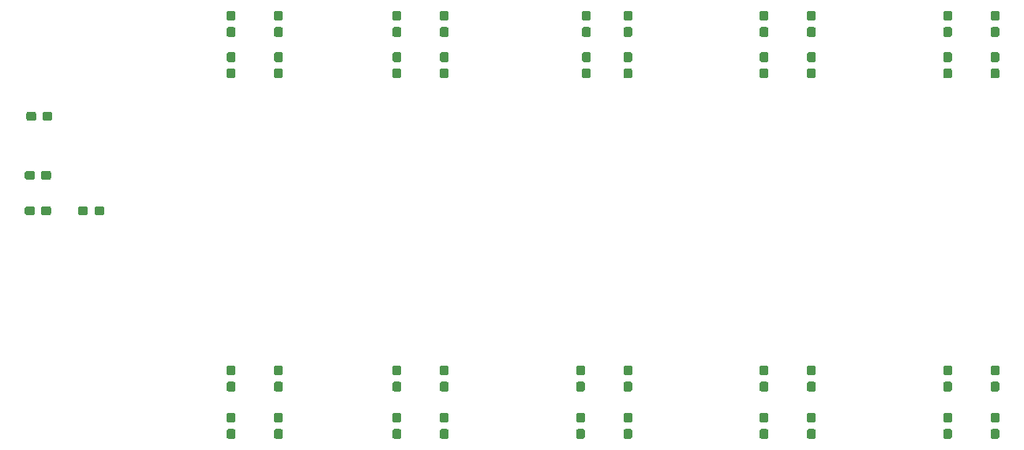
<source format=gbr>
G04 #@! TF.GenerationSoftware,KiCad,Pcbnew,(5.0.0)*
G04 #@! TF.CreationDate,2020-11-30T16:59:43-06:00*
G04 #@! TF.ProjectId,GiecoBoard_2021_Rev1,476965636F426F6172645F323032315F,rev?*
G04 #@! TF.SameCoordinates,Original*
G04 #@! TF.FileFunction,Paste,Top*
G04 #@! TF.FilePolarity,Positive*
%FSLAX46Y46*%
G04 Gerber Fmt 4.6, Leading zero omitted, Abs format (unit mm)*
G04 Created by KiCad (PCBNEW (5.0.0)) date 11/30/20 16:59:43*
%MOMM*%
%LPD*%
G01*
G04 APERTURE LIST*
%ADD10C,0.100000*%
%ADD11C,0.950000*%
G04 APERTURE END LIST*
D10*
G04 #@! TO.C,C1*
G36*
X116035779Y-89061144D02*
X116058834Y-89064563D01*
X116081443Y-89070227D01*
X116103387Y-89078079D01*
X116124457Y-89088044D01*
X116144448Y-89100026D01*
X116163168Y-89113910D01*
X116180438Y-89129562D01*
X116196090Y-89146832D01*
X116209974Y-89165552D01*
X116221956Y-89185543D01*
X116231921Y-89206613D01*
X116239773Y-89228557D01*
X116245437Y-89251166D01*
X116248856Y-89274221D01*
X116250000Y-89297500D01*
X116250000Y-89772500D01*
X116248856Y-89795779D01*
X116245437Y-89818834D01*
X116239773Y-89841443D01*
X116231921Y-89863387D01*
X116221956Y-89884457D01*
X116209974Y-89904448D01*
X116196090Y-89923168D01*
X116180438Y-89940438D01*
X116163168Y-89956090D01*
X116144448Y-89969974D01*
X116124457Y-89981956D01*
X116103387Y-89991921D01*
X116081443Y-89999773D01*
X116058834Y-90005437D01*
X116035779Y-90008856D01*
X116012500Y-90010000D01*
X115437500Y-90010000D01*
X115414221Y-90008856D01*
X115391166Y-90005437D01*
X115368557Y-89999773D01*
X115346613Y-89991921D01*
X115325543Y-89981956D01*
X115305552Y-89969974D01*
X115286832Y-89956090D01*
X115269562Y-89940438D01*
X115253910Y-89923168D01*
X115240026Y-89904448D01*
X115228044Y-89884457D01*
X115218079Y-89863387D01*
X115210227Y-89841443D01*
X115204563Y-89818834D01*
X115201144Y-89795779D01*
X115200000Y-89772500D01*
X115200000Y-89297500D01*
X115201144Y-89274221D01*
X115204563Y-89251166D01*
X115210227Y-89228557D01*
X115218079Y-89206613D01*
X115228044Y-89185543D01*
X115240026Y-89165552D01*
X115253910Y-89146832D01*
X115269562Y-89129562D01*
X115286832Y-89113910D01*
X115305552Y-89100026D01*
X115325543Y-89088044D01*
X115346613Y-89078079D01*
X115368557Y-89070227D01*
X115391166Y-89064563D01*
X115414221Y-89061144D01*
X115437500Y-89060000D01*
X116012500Y-89060000D01*
X116035779Y-89061144D01*
X116035779Y-89061144D01*
G37*
D11*
X115725000Y-89535000D03*
D10*
G36*
X117785779Y-89061144D02*
X117808834Y-89064563D01*
X117831443Y-89070227D01*
X117853387Y-89078079D01*
X117874457Y-89088044D01*
X117894448Y-89100026D01*
X117913168Y-89113910D01*
X117930438Y-89129562D01*
X117946090Y-89146832D01*
X117959974Y-89165552D01*
X117971956Y-89185543D01*
X117981921Y-89206613D01*
X117989773Y-89228557D01*
X117995437Y-89251166D01*
X117998856Y-89274221D01*
X118000000Y-89297500D01*
X118000000Y-89772500D01*
X117998856Y-89795779D01*
X117995437Y-89818834D01*
X117989773Y-89841443D01*
X117981921Y-89863387D01*
X117971956Y-89884457D01*
X117959974Y-89904448D01*
X117946090Y-89923168D01*
X117930438Y-89940438D01*
X117913168Y-89956090D01*
X117894448Y-89969974D01*
X117874457Y-89981956D01*
X117853387Y-89991921D01*
X117831443Y-89999773D01*
X117808834Y-90005437D01*
X117785779Y-90008856D01*
X117762500Y-90010000D01*
X117187500Y-90010000D01*
X117164221Y-90008856D01*
X117141166Y-90005437D01*
X117118557Y-89999773D01*
X117096613Y-89991921D01*
X117075543Y-89981956D01*
X117055552Y-89969974D01*
X117036832Y-89956090D01*
X117019562Y-89940438D01*
X117003910Y-89923168D01*
X116990026Y-89904448D01*
X116978044Y-89884457D01*
X116968079Y-89863387D01*
X116960227Y-89841443D01*
X116954563Y-89818834D01*
X116951144Y-89795779D01*
X116950000Y-89772500D01*
X116950000Y-89297500D01*
X116951144Y-89274221D01*
X116954563Y-89251166D01*
X116960227Y-89228557D01*
X116968079Y-89206613D01*
X116978044Y-89185543D01*
X116990026Y-89165552D01*
X117003910Y-89146832D01*
X117019562Y-89129562D01*
X117036832Y-89113910D01*
X117055552Y-89100026D01*
X117075543Y-89088044D01*
X117096613Y-89078079D01*
X117118557Y-89070227D01*
X117141166Y-89064563D01*
X117164221Y-89061144D01*
X117187500Y-89060000D01*
X117762500Y-89060000D01*
X117785779Y-89061144D01*
X117785779Y-89061144D01*
G37*
D11*
X117475000Y-89535000D03*
G04 #@! TD*
D10*
G04 #@! TO.C,R2*
G36*
X219335779Y-118066144D02*
X219358834Y-118069563D01*
X219381443Y-118075227D01*
X219403387Y-118083079D01*
X219424457Y-118093044D01*
X219444448Y-118105026D01*
X219463168Y-118118910D01*
X219480438Y-118134562D01*
X219496090Y-118151832D01*
X219509974Y-118170552D01*
X219521956Y-118190543D01*
X219531921Y-118211613D01*
X219539773Y-118233557D01*
X219545437Y-118256166D01*
X219548856Y-118279221D01*
X219550000Y-118302500D01*
X219550000Y-118877500D01*
X219548856Y-118900779D01*
X219545437Y-118923834D01*
X219539773Y-118946443D01*
X219531921Y-118968387D01*
X219521956Y-118989457D01*
X219509974Y-119009448D01*
X219496090Y-119028168D01*
X219480438Y-119045438D01*
X219463168Y-119061090D01*
X219444448Y-119074974D01*
X219424457Y-119086956D01*
X219403387Y-119096921D01*
X219381443Y-119104773D01*
X219358834Y-119110437D01*
X219335779Y-119113856D01*
X219312500Y-119115000D01*
X218837500Y-119115000D01*
X218814221Y-119113856D01*
X218791166Y-119110437D01*
X218768557Y-119104773D01*
X218746613Y-119096921D01*
X218725543Y-119086956D01*
X218705552Y-119074974D01*
X218686832Y-119061090D01*
X218669562Y-119045438D01*
X218653910Y-119028168D01*
X218640026Y-119009448D01*
X218628044Y-118989457D01*
X218618079Y-118968387D01*
X218610227Y-118946443D01*
X218604563Y-118923834D01*
X218601144Y-118900779D01*
X218600000Y-118877500D01*
X218600000Y-118302500D01*
X218601144Y-118279221D01*
X218604563Y-118256166D01*
X218610227Y-118233557D01*
X218618079Y-118211613D01*
X218628044Y-118190543D01*
X218640026Y-118170552D01*
X218653910Y-118151832D01*
X218669562Y-118134562D01*
X218686832Y-118118910D01*
X218705552Y-118105026D01*
X218725543Y-118093044D01*
X218746613Y-118083079D01*
X218768557Y-118075227D01*
X218791166Y-118069563D01*
X218814221Y-118066144D01*
X218837500Y-118065000D01*
X219312500Y-118065000D01*
X219335779Y-118066144D01*
X219335779Y-118066144D01*
G37*
D11*
X219075000Y-118590000D03*
D10*
G36*
X219335779Y-116316144D02*
X219358834Y-116319563D01*
X219381443Y-116325227D01*
X219403387Y-116333079D01*
X219424457Y-116343044D01*
X219444448Y-116355026D01*
X219463168Y-116368910D01*
X219480438Y-116384562D01*
X219496090Y-116401832D01*
X219509974Y-116420552D01*
X219521956Y-116440543D01*
X219531921Y-116461613D01*
X219539773Y-116483557D01*
X219545437Y-116506166D01*
X219548856Y-116529221D01*
X219550000Y-116552500D01*
X219550000Y-117127500D01*
X219548856Y-117150779D01*
X219545437Y-117173834D01*
X219539773Y-117196443D01*
X219531921Y-117218387D01*
X219521956Y-117239457D01*
X219509974Y-117259448D01*
X219496090Y-117278168D01*
X219480438Y-117295438D01*
X219463168Y-117311090D01*
X219444448Y-117324974D01*
X219424457Y-117336956D01*
X219403387Y-117346921D01*
X219381443Y-117354773D01*
X219358834Y-117360437D01*
X219335779Y-117363856D01*
X219312500Y-117365000D01*
X218837500Y-117365000D01*
X218814221Y-117363856D01*
X218791166Y-117360437D01*
X218768557Y-117354773D01*
X218746613Y-117346921D01*
X218725543Y-117336956D01*
X218705552Y-117324974D01*
X218686832Y-117311090D01*
X218669562Y-117295438D01*
X218653910Y-117278168D01*
X218640026Y-117259448D01*
X218628044Y-117239457D01*
X218618079Y-117218387D01*
X218610227Y-117196443D01*
X218604563Y-117173834D01*
X218601144Y-117150779D01*
X218600000Y-117127500D01*
X218600000Y-116552500D01*
X218601144Y-116529221D01*
X218604563Y-116506166D01*
X218610227Y-116483557D01*
X218618079Y-116461613D01*
X218628044Y-116440543D01*
X218640026Y-116420552D01*
X218653910Y-116401832D01*
X218669562Y-116384562D01*
X218686832Y-116368910D01*
X218705552Y-116355026D01*
X218725543Y-116343044D01*
X218746613Y-116333079D01*
X218768557Y-116325227D01*
X218791166Y-116319563D01*
X218814221Y-116316144D01*
X218837500Y-116315000D01*
X219312500Y-116315000D01*
X219335779Y-116316144D01*
X219335779Y-116316144D01*
G37*
D11*
X219075000Y-116840000D03*
G04 #@! TD*
D10*
G04 #@! TO.C,R1*
G36*
X214255779Y-118066144D02*
X214278834Y-118069563D01*
X214301443Y-118075227D01*
X214323387Y-118083079D01*
X214344457Y-118093044D01*
X214364448Y-118105026D01*
X214383168Y-118118910D01*
X214400438Y-118134562D01*
X214416090Y-118151832D01*
X214429974Y-118170552D01*
X214441956Y-118190543D01*
X214451921Y-118211613D01*
X214459773Y-118233557D01*
X214465437Y-118256166D01*
X214468856Y-118279221D01*
X214470000Y-118302500D01*
X214470000Y-118877500D01*
X214468856Y-118900779D01*
X214465437Y-118923834D01*
X214459773Y-118946443D01*
X214451921Y-118968387D01*
X214441956Y-118989457D01*
X214429974Y-119009448D01*
X214416090Y-119028168D01*
X214400438Y-119045438D01*
X214383168Y-119061090D01*
X214364448Y-119074974D01*
X214344457Y-119086956D01*
X214323387Y-119096921D01*
X214301443Y-119104773D01*
X214278834Y-119110437D01*
X214255779Y-119113856D01*
X214232500Y-119115000D01*
X213757500Y-119115000D01*
X213734221Y-119113856D01*
X213711166Y-119110437D01*
X213688557Y-119104773D01*
X213666613Y-119096921D01*
X213645543Y-119086956D01*
X213625552Y-119074974D01*
X213606832Y-119061090D01*
X213589562Y-119045438D01*
X213573910Y-119028168D01*
X213560026Y-119009448D01*
X213548044Y-118989457D01*
X213538079Y-118968387D01*
X213530227Y-118946443D01*
X213524563Y-118923834D01*
X213521144Y-118900779D01*
X213520000Y-118877500D01*
X213520000Y-118302500D01*
X213521144Y-118279221D01*
X213524563Y-118256166D01*
X213530227Y-118233557D01*
X213538079Y-118211613D01*
X213548044Y-118190543D01*
X213560026Y-118170552D01*
X213573910Y-118151832D01*
X213589562Y-118134562D01*
X213606832Y-118118910D01*
X213625552Y-118105026D01*
X213645543Y-118093044D01*
X213666613Y-118083079D01*
X213688557Y-118075227D01*
X213711166Y-118069563D01*
X213734221Y-118066144D01*
X213757500Y-118065000D01*
X214232500Y-118065000D01*
X214255779Y-118066144D01*
X214255779Y-118066144D01*
G37*
D11*
X213995000Y-118590000D03*
D10*
G36*
X214255779Y-116316144D02*
X214278834Y-116319563D01*
X214301443Y-116325227D01*
X214323387Y-116333079D01*
X214344457Y-116343044D01*
X214364448Y-116355026D01*
X214383168Y-116368910D01*
X214400438Y-116384562D01*
X214416090Y-116401832D01*
X214429974Y-116420552D01*
X214441956Y-116440543D01*
X214451921Y-116461613D01*
X214459773Y-116483557D01*
X214465437Y-116506166D01*
X214468856Y-116529221D01*
X214470000Y-116552500D01*
X214470000Y-117127500D01*
X214468856Y-117150779D01*
X214465437Y-117173834D01*
X214459773Y-117196443D01*
X214451921Y-117218387D01*
X214441956Y-117239457D01*
X214429974Y-117259448D01*
X214416090Y-117278168D01*
X214400438Y-117295438D01*
X214383168Y-117311090D01*
X214364448Y-117324974D01*
X214344457Y-117336956D01*
X214323387Y-117346921D01*
X214301443Y-117354773D01*
X214278834Y-117360437D01*
X214255779Y-117363856D01*
X214232500Y-117365000D01*
X213757500Y-117365000D01*
X213734221Y-117363856D01*
X213711166Y-117360437D01*
X213688557Y-117354773D01*
X213666613Y-117346921D01*
X213645543Y-117336956D01*
X213625552Y-117324974D01*
X213606832Y-117311090D01*
X213589562Y-117295438D01*
X213573910Y-117278168D01*
X213560026Y-117259448D01*
X213548044Y-117239457D01*
X213538079Y-117218387D01*
X213530227Y-117196443D01*
X213524563Y-117173834D01*
X213521144Y-117150779D01*
X213520000Y-117127500D01*
X213520000Y-116552500D01*
X213521144Y-116529221D01*
X213524563Y-116506166D01*
X213530227Y-116483557D01*
X213538079Y-116461613D01*
X213548044Y-116440543D01*
X213560026Y-116420552D01*
X213573910Y-116401832D01*
X213589562Y-116384562D01*
X213606832Y-116368910D01*
X213625552Y-116355026D01*
X213645543Y-116343044D01*
X213666613Y-116333079D01*
X213688557Y-116325227D01*
X213711166Y-116319563D01*
X213734221Y-116316144D01*
X213757500Y-116315000D01*
X214232500Y-116315000D01*
X214255779Y-116316144D01*
X214255779Y-116316144D01*
G37*
D11*
X213995000Y-116840000D03*
G04 #@! TD*
D10*
G04 #@! TO.C,R5*
G36*
X199650779Y-118066144D02*
X199673834Y-118069563D01*
X199696443Y-118075227D01*
X199718387Y-118083079D01*
X199739457Y-118093044D01*
X199759448Y-118105026D01*
X199778168Y-118118910D01*
X199795438Y-118134562D01*
X199811090Y-118151832D01*
X199824974Y-118170552D01*
X199836956Y-118190543D01*
X199846921Y-118211613D01*
X199854773Y-118233557D01*
X199860437Y-118256166D01*
X199863856Y-118279221D01*
X199865000Y-118302500D01*
X199865000Y-118877500D01*
X199863856Y-118900779D01*
X199860437Y-118923834D01*
X199854773Y-118946443D01*
X199846921Y-118968387D01*
X199836956Y-118989457D01*
X199824974Y-119009448D01*
X199811090Y-119028168D01*
X199795438Y-119045438D01*
X199778168Y-119061090D01*
X199759448Y-119074974D01*
X199739457Y-119086956D01*
X199718387Y-119096921D01*
X199696443Y-119104773D01*
X199673834Y-119110437D01*
X199650779Y-119113856D01*
X199627500Y-119115000D01*
X199152500Y-119115000D01*
X199129221Y-119113856D01*
X199106166Y-119110437D01*
X199083557Y-119104773D01*
X199061613Y-119096921D01*
X199040543Y-119086956D01*
X199020552Y-119074974D01*
X199001832Y-119061090D01*
X198984562Y-119045438D01*
X198968910Y-119028168D01*
X198955026Y-119009448D01*
X198943044Y-118989457D01*
X198933079Y-118968387D01*
X198925227Y-118946443D01*
X198919563Y-118923834D01*
X198916144Y-118900779D01*
X198915000Y-118877500D01*
X198915000Y-118302500D01*
X198916144Y-118279221D01*
X198919563Y-118256166D01*
X198925227Y-118233557D01*
X198933079Y-118211613D01*
X198943044Y-118190543D01*
X198955026Y-118170552D01*
X198968910Y-118151832D01*
X198984562Y-118134562D01*
X199001832Y-118118910D01*
X199020552Y-118105026D01*
X199040543Y-118093044D01*
X199061613Y-118083079D01*
X199083557Y-118075227D01*
X199106166Y-118069563D01*
X199129221Y-118066144D01*
X199152500Y-118065000D01*
X199627500Y-118065000D01*
X199650779Y-118066144D01*
X199650779Y-118066144D01*
G37*
D11*
X199390000Y-118590000D03*
D10*
G36*
X199650779Y-116316144D02*
X199673834Y-116319563D01*
X199696443Y-116325227D01*
X199718387Y-116333079D01*
X199739457Y-116343044D01*
X199759448Y-116355026D01*
X199778168Y-116368910D01*
X199795438Y-116384562D01*
X199811090Y-116401832D01*
X199824974Y-116420552D01*
X199836956Y-116440543D01*
X199846921Y-116461613D01*
X199854773Y-116483557D01*
X199860437Y-116506166D01*
X199863856Y-116529221D01*
X199865000Y-116552500D01*
X199865000Y-117127500D01*
X199863856Y-117150779D01*
X199860437Y-117173834D01*
X199854773Y-117196443D01*
X199846921Y-117218387D01*
X199836956Y-117239457D01*
X199824974Y-117259448D01*
X199811090Y-117278168D01*
X199795438Y-117295438D01*
X199778168Y-117311090D01*
X199759448Y-117324974D01*
X199739457Y-117336956D01*
X199718387Y-117346921D01*
X199696443Y-117354773D01*
X199673834Y-117360437D01*
X199650779Y-117363856D01*
X199627500Y-117365000D01*
X199152500Y-117365000D01*
X199129221Y-117363856D01*
X199106166Y-117360437D01*
X199083557Y-117354773D01*
X199061613Y-117346921D01*
X199040543Y-117336956D01*
X199020552Y-117324974D01*
X199001832Y-117311090D01*
X198984562Y-117295438D01*
X198968910Y-117278168D01*
X198955026Y-117259448D01*
X198943044Y-117239457D01*
X198933079Y-117218387D01*
X198925227Y-117196443D01*
X198919563Y-117173834D01*
X198916144Y-117150779D01*
X198915000Y-117127500D01*
X198915000Y-116552500D01*
X198916144Y-116529221D01*
X198919563Y-116506166D01*
X198925227Y-116483557D01*
X198933079Y-116461613D01*
X198943044Y-116440543D01*
X198955026Y-116420552D01*
X198968910Y-116401832D01*
X198984562Y-116384562D01*
X199001832Y-116368910D01*
X199020552Y-116355026D01*
X199040543Y-116343044D01*
X199061613Y-116333079D01*
X199083557Y-116325227D01*
X199106166Y-116319563D01*
X199129221Y-116316144D01*
X199152500Y-116315000D01*
X199627500Y-116315000D01*
X199650779Y-116316144D01*
X199650779Y-116316144D01*
G37*
D11*
X199390000Y-116840000D03*
G04 #@! TD*
D10*
G04 #@! TO.C,R3*
G36*
X194570779Y-118066144D02*
X194593834Y-118069563D01*
X194616443Y-118075227D01*
X194638387Y-118083079D01*
X194659457Y-118093044D01*
X194679448Y-118105026D01*
X194698168Y-118118910D01*
X194715438Y-118134562D01*
X194731090Y-118151832D01*
X194744974Y-118170552D01*
X194756956Y-118190543D01*
X194766921Y-118211613D01*
X194774773Y-118233557D01*
X194780437Y-118256166D01*
X194783856Y-118279221D01*
X194785000Y-118302500D01*
X194785000Y-118877500D01*
X194783856Y-118900779D01*
X194780437Y-118923834D01*
X194774773Y-118946443D01*
X194766921Y-118968387D01*
X194756956Y-118989457D01*
X194744974Y-119009448D01*
X194731090Y-119028168D01*
X194715438Y-119045438D01*
X194698168Y-119061090D01*
X194679448Y-119074974D01*
X194659457Y-119086956D01*
X194638387Y-119096921D01*
X194616443Y-119104773D01*
X194593834Y-119110437D01*
X194570779Y-119113856D01*
X194547500Y-119115000D01*
X194072500Y-119115000D01*
X194049221Y-119113856D01*
X194026166Y-119110437D01*
X194003557Y-119104773D01*
X193981613Y-119096921D01*
X193960543Y-119086956D01*
X193940552Y-119074974D01*
X193921832Y-119061090D01*
X193904562Y-119045438D01*
X193888910Y-119028168D01*
X193875026Y-119009448D01*
X193863044Y-118989457D01*
X193853079Y-118968387D01*
X193845227Y-118946443D01*
X193839563Y-118923834D01*
X193836144Y-118900779D01*
X193835000Y-118877500D01*
X193835000Y-118302500D01*
X193836144Y-118279221D01*
X193839563Y-118256166D01*
X193845227Y-118233557D01*
X193853079Y-118211613D01*
X193863044Y-118190543D01*
X193875026Y-118170552D01*
X193888910Y-118151832D01*
X193904562Y-118134562D01*
X193921832Y-118118910D01*
X193940552Y-118105026D01*
X193960543Y-118093044D01*
X193981613Y-118083079D01*
X194003557Y-118075227D01*
X194026166Y-118069563D01*
X194049221Y-118066144D01*
X194072500Y-118065000D01*
X194547500Y-118065000D01*
X194570779Y-118066144D01*
X194570779Y-118066144D01*
G37*
D11*
X194310000Y-118590000D03*
D10*
G36*
X194570779Y-116316144D02*
X194593834Y-116319563D01*
X194616443Y-116325227D01*
X194638387Y-116333079D01*
X194659457Y-116343044D01*
X194679448Y-116355026D01*
X194698168Y-116368910D01*
X194715438Y-116384562D01*
X194731090Y-116401832D01*
X194744974Y-116420552D01*
X194756956Y-116440543D01*
X194766921Y-116461613D01*
X194774773Y-116483557D01*
X194780437Y-116506166D01*
X194783856Y-116529221D01*
X194785000Y-116552500D01*
X194785000Y-117127500D01*
X194783856Y-117150779D01*
X194780437Y-117173834D01*
X194774773Y-117196443D01*
X194766921Y-117218387D01*
X194756956Y-117239457D01*
X194744974Y-117259448D01*
X194731090Y-117278168D01*
X194715438Y-117295438D01*
X194698168Y-117311090D01*
X194679448Y-117324974D01*
X194659457Y-117336956D01*
X194638387Y-117346921D01*
X194616443Y-117354773D01*
X194593834Y-117360437D01*
X194570779Y-117363856D01*
X194547500Y-117365000D01*
X194072500Y-117365000D01*
X194049221Y-117363856D01*
X194026166Y-117360437D01*
X194003557Y-117354773D01*
X193981613Y-117346921D01*
X193960543Y-117336956D01*
X193940552Y-117324974D01*
X193921832Y-117311090D01*
X193904562Y-117295438D01*
X193888910Y-117278168D01*
X193875026Y-117259448D01*
X193863044Y-117239457D01*
X193853079Y-117218387D01*
X193845227Y-117196443D01*
X193839563Y-117173834D01*
X193836144Y-117150779D01*
X193835000Y-117127500D01*
X193835000Y-116552500D01*
X193836144Y-116529221D01*
X193839563Y-116506166D01*
X193845227Y-116483557D01*
X193853079Y-116461613D01*
X193863044Y-116440543D01*
X193875026Y-116420552D01*
X193888910Y-116401832D01*
X193904562Y-116384562D01*
X193921832Y-116368910D01*
X193940552Y-116355026D01*
X193960543Y-116343044D01*
X193981613Y-116333079D01*
X194003557Y-116325227D01*
X194026166Y-116319563D01*
X194049221Y-116316144D01*
X194072500Y-116315000D01*
X194547500Y-116315000D01*
X194570779Y-116316144D01*
X194570779Y-116316144D01*
G37*
D11*
X194310000Y-116840000D03*
G04 #@! TD*
D10*
G04 #@! TO.C,R7*
G36*
X179965779Y-118066144D02*
X179988834Y-118069563D01*
X180011443Y-118075227D01*
X180033387Y-118083079D01*
X180054457Y-118093044D01*
X180074448Y-118105026D01*
X180093168Y-118118910D01*
X180110438Y-118134562D01*
X180126090Y-118151832D01*
X180139974Y-118170552D01*
X180151956Y-118190543D01*
X180161921Y-118211613D01*
X180169773Y-118233557D01*
X180175437Y-118256166D01*
X180178856Y-118279221D01*
X180180000Y-118302500D01*
X180180000Y-118877500D01*
X180178856Y-118900779D01*
X180175437Y-118923834D01*
X180169773Y-118946443D01*
X180161921Y-118968387D01*
X180151956Y-118989457D01*
X180139974Y-119009448D01*
X180126090Y-119028168D01*
X180110438Y-119045438D01*
X180093168Y-119061090D01*
X180074448Y-119074974D01*
X180054457Y-119086956D01*
X180033387Y-119096921D01*
X180011443Y-119104773D01*
X179988834Y-119110437D01*
X179965779Y-119113856D01*
X179942500Y-119115000D01*
X179467500Y-119115000D01*
X179444221Y-119113856D01*
X179421166Y-119110437D01*
X179398557Y-119104773D01*
X179376613Y-119096921D01*
X179355543Y-119086956D01*
X179335552Y-119074974D01*
X179316832Y-119061090D01*
X179299562Y-119045438D01*
X179283910Y-119028168D01*
X179270026Y-119009448D01*
X179258044Y-118989457D01*
X179248079Y-118968387D01*
X179240227Y-118946443D01*
X179234563Y-118923834D01*
X179231144Y-118900779D01*
X179230000Y-118877500D01*
X179230000Y-118302500D01*
X179231144Y-118279221D01*
X179234563Y-118256166D01*
X179240227Y-118233557D01*
X179248079Y-118211613D01*
X179258044Y-118190543D01*
X179270026Y-118170552D01*
X179283910Y-118151832D01*
X179299562Y-118134562D01*
X179316832Y-118118910D01*
X179335552Y-118105026D01*
X179355543Y-118093044D01*
X179376613Y-118083079D01*
X179398557Y-118075227D01*
X179421166Y-118069563D01*
X179444221Y-118066144D01*
X179467500Y-118065000D01*
X179942500Y-118065000D01*
X179965779Y-118066144D01*
X179965779Y-118066144D01*
G37*
D11*
X179705000Y-118590000D03*
D10*
G36*
X179965779Y-116316144D02*
X179988834Y-116319563D01*
X180011443Y-116325227D01*
X180033387Y-116333079D01*
X180054457Y-116343044D01*
X180074448Y-116355026D01*
X180093168Y-116368910D01*
X180110438Y-116384562D01*
X180126090Y-116401832D01*
X180139974Y-116420552D01*
X180151956Y-116440543D01*
X180161921Y-116461613D01*
X180169773Y-116483557D01*
X180175437Y-116506166D01*
X180178856Y-116529221D01*
X180180000Y-116552500D01*
X180180000Y-117127500D01*
X180178856Y-117150779D01*
X180175437Y-117173834D01*
X180169773Y-117196443D01*
X180161921Y-117218387D01*
X180151956Y-117239457D01*
X180139974Y-117259448D01*
X180126090Y-117278168D01*
X180110438Y-117295438D01*
X180093168Y-117311090D01*
X180074448Y-117324974D01*
X180054457Y-117336956D01*
X180033387Y-117346921D01*
X180011443Y-117354773D01*
X179988834Y-117360437D01*
X179965779Y-117363856D01*
X179942500Y-117365000D01*
X179467500Y-117365000D01*
X179444221Y-117363856D01*
X179421166Y-117360437D01*
X179398557Y-117354773D01*
X179376613Y-117346921D01*
X179355543Y-117336956D01*
X179335552Y-117324974D01*
X179316832Y-117311090D01*
X179299562Y-117295438D01*
X179283910Y-117278168D01*
X179270026Y-117259448D01*
X179258044Y-117239457D01*
X179248079Y-117218387D01*
X179240227Y-117196443D01*
X179234563Y-117173834D01*
X179231144Y-117150779D01*
X179230000Y-117127500D01*
X179230000Y-116552500D01*
X179231144Y-116529221D01*
X179234563Y-116506166D01*
X179240227Y-116483557D01*
X179248079Y-116461613D01*
X179258044Y-116440543D01*
X179270026Y-116420552D01*
X179283910Y-116401832D01*
X179299562Y-116384562D01*
X179316832Y-116368910D01*
X179335552Y-116355026D01*
X179355543Y-116343044D01*
X179376613Y-116333079D01*
X179398557Y-116325227D01*
X179421166Y-116319563D01*
X179444221Y-116316144D01*
X179467500Y-116315000D01*
X179942500Y-116315000D01*
X179965779Y-116316144D01*
X179965779Y-116316144D01*
G37*
D11*
X179705000Y-116840000D03*
G04 #@! TD*
D10*
G04 #@! TO.C,R4*
G36*
X174885779Y-116316144D02*
X174908834Y-116319563D01*
X174931443Y-116325227D01*
X174953387Y-116333079D01*
X174974457Y-116343044D01*
X174994448Y-116355026D01*
X175013168Y-116368910D01*
X175030438Y-116384562D01*
X175046090Y-116401832D01*
X175059974Y-116420552D01*
X175071956Y-116440543D01*
X175081921Y-116461613D01*
X175089773Y-116483557D01*
X175095437Y-116506166D01*
X175098856Y-116529221D01*
X175100000Y-116552500D01*
X175100000Y-117127500D01*
X175098856Y-117150779D01*
X175095437Y-117173834D01*
X175089773Y-117196443D01*
X175081921Y-117218387D01*
X175071956Y-117239457D01*
X175059974Y-117259448D01*
X175046090Y-117278168D01*
X175030438Y-117295438D01*
X175013168Y-117311090D01*
X174994448Y-117324974D01*
X174974457Y-117336956D01*
X174953387Y-117346921D01*
X174931443Y-117354773D01*
X174908834Y-117360437D01*
X174885779Y-117363856D01*
X174862500Y-117365000D01*
X174387500Y-117365000D01*
X174364221Y-117363856D01*
X174341166Y-117360437D01*
X174318557Y-117354773D01*
X174296613Y-117346921D01*
X174275543Y-117336956D01*
X174255552Y-117324974D01*
X174236832Y-117311090D01*
X174219562Y-117295438D01*
X174203910Y-117278168D01*
X174190026Y-117259448D01*
X174178044Y-117239457D01*
X174168079Y-117218387D01*
X174160227Y-117196443D01*
X174154563Y-117173834D01*
X174151144Y-117150779D01*
X174150000Y-117127500D01*
X174150000Y-116552500D01*
X174151144Y-116529221D01*
X174154563Y-116506166D01*
X174160227Y-116483557D01*
X174168079Y-116461613D01*
X174178044Y-116440543D01*
X174190026Y-116420552D01*
X174203910Y-116401832D01*
X174219562Y-116384562D01*
X174236832Y-116368910D01*
X174255552Y-116355026D01*
X174275543Y-116343044D01*
X174296613Y-116333079D01*
X174318557Y-116325227D01*
X174341166Y-116319563D01*
X174364221Y-116316144D01*
X174387500Y-116315000D01*
X174862500Y-116315000D01*
X174885779Y-116316144D01*
X174885779Y-116316144D01*
G37*
D11*
X174625000Y-116840000D03*
D10*
G36*
X174885779Y-118066144D02*
X174908834Y-118069563D01*
X174931443Y-118075227D01*
X174953387Y-118083079D01*
X174974457Y-118093044D01*
X174994448Y-118105026D01*
X175013168Y-118118910D01*
X175030438Y-118134562D01*
X175046090Y-118151832D01*
X175059974Y-118170552D01*
X175071956Y-118190543D01*
X175081921Y-118211613D01*
X175089773Y-118233557D01*
X175095437Y-118256166D01*
X175098856Y-118279221D01*
X175100000Y-118302500D01*
X175100000Y-118877500D01*
X175098856Y-118900779D01*
X175095437Y-118923834D01*
X175089773Y-118946443D01*
X175081921Y-118968387D01*
X175071956Y-118989457D01*
X175059974Y-119009448D01*
X175046090Y-119028168D01*
X175030438Y-119045438D01*
X175013168Y-119061090D01*
X174994448Y-119074974D01*
X174974457Y-119086956D01*
X174953387Y-119096921D01*
X174931443Y-119104773D01*
X174908834Y-119110437D01*
X174885779Y-119113856D01*
X174862500Y-119115000D01*
X174387500Y-119115000D01*
X174364221Y-119113856D01*
X174341166Y-119110437D01*
X174318557Y-119104773D01*
X174296613Y-119096921D01*
X174275543Y-119086956D01*
X174255552Y-119074974D01*
X174236832Y-119061090D01*
X174219562Y-119045438D01*
X174203910Y-119028168D01*
X174190026Y-119009448D01*
X174178044Y-118989457D01*
X174168079Y-118968387D01*
X174160227Y-118946443D01*
X174154563Y-118923834D01*
X174151144Y-118900779D01*
X174150000Y-118877500D01*
X174150000Y-118302500D01*
X174151144Y-118279221D01*
X174154563Y-118256166D01*
X174160227Y-118233557D01*
X174168079Y-118211613D01*
X174178044Y-118190543D01*
X174190026Y-118170552D01*
X174203910Y-118151832D01*
X174219562Y-118134562D01*
X174236832Y-118118910D01*
X174255552Y-118105026D01*
X174275543Y-118093044D01*
X174296613Y-118083079D01*
X174318557Y-118075227D01*
X174341166Y-118069563D01*
X174364221Y-118066144D01*
X174387500Y-118065000D01*
X174862500Y-118065000D01*
X174885779Y-118066144D01*
X174885779Y-118066144D01*
G37*
D11*
X174625000Y-118590000D03*
G04 #@! TD*
D10*
G04 #@! TO.C,R10*
G36*
X199650779Y-79966144D02*
X199673834Y-79969563D01*
X199696443Y-79975227D01*
X199718387Y-79983079D01*
X199739457Y-79993044D01*
X199759448Y-80005026D01*
X199778168Y-80018910D01*
X199795438Y-80034562D01*
X199811090Y-80051832D01*
X199824974Y-80070552D01*
X199836956Y-80090543D01*
X199846921Y-80111613D01*
X199854773Y-80133557D01*
X199860437Y-80156166D01*
X199863856Y-80179221D01*
X199865000Y-80202500D01*
X199865000Y-80777500D01*
X199863856Y-80800779D01*
X199860437Y-80823834D01*
X199854773Y-80846443D01*
X199846921Y-80868387D01*
X199836956Y-80889457D01*
X199824974Y-80909448D01*
X199811090Y-80928168D01*
X199795438Y-80945438D01*
X199778168Y-80961090D01*
X199759448Y-80974974D01*
X199739457Y-80986956D01*
X199718387Y-80996921D01*
X199696443Y-81004773D01*
X199673834Y-81010437D01*
X199650779Y-81013856D01*
X199627500Y-81015000D01*
X199152500Y-81015000D01*
X199129221Y-81013856D01*
X199106166Y-81010437D01*
X199083557Y-81004773D01*
X199061613Y-80996921D01*
X199040543Y-80986956D01*
X199020552Y-80974974D01*
X199001832Y-80961090D01*
X198984562Y-80945438D01*
X198968910Y-80928168D01*
X198955026Y-80909448D01*
X198943044Y-80889457D01*
X198933079Y-80868387D01*
X198925227Y-80846443D01*
X198919563Y-80823834D01*
X198916144Y-80800779D01*
X198915000Y-80777500D01*
X198915000Y-80202500D01*
X198916144Y-80179221D01*
X198919563Y-80156166D01*
X198925227Y-80133557D01*
X198933079Y-80111613D01*
X198943044Y-80090543D01*
X198955026Y-80070552D01*
X198968910Y-80051832D01*
X198984562Y-80034562D01*
X199001832Y-80018910D01*
X199020552Y-80005026D01*
X199040543Y-79993044D01*
X199061613Y-79983079D01*
X199083557Y-79975227D01*
X199106166Y-79969563D01*
X199129221Y-79966144D01*
X199152500Y-79965000D01*
X199627500Y-79965000D01*
X199650779Y-79966144D01*
X199650779Y-79966144D01*
G37*
D11*
X199390000Y-80490000D03*
D10*
G36*
X199650779Y-78216144D02*
X199673834Y-78219563D01*
X199696443Y-78225227D01*
X199718387Y-78233079D01*
X199739457Y-78243044D01*
X199759448Y-78255026D01*
X199778168Y-78268910D01*
X199795438Y-78284562D01*
X199811090Y-78301832D01*
X199824974Y-78320552D01*
X199836956Y-78340543D01*
X199846921Y-78361613D01*
X199854773Y-78383557D01*
X199860437Y-78406166D01*
X199863856Y-78429221D01*
X199865000Y-78452500D01*
X199865000Y-79027500D01*
X199863856Y-79050779D01*
X199860437Y-79073834D01*
X199854773Y-79096443D01*
X199846921Y-79118387D01*
X199836956Y-79139457D01*
X199824974Y-79159448D01*
X199811090Y-79178168D01*
X199795438Y-79195438D01*
X199778168Y-79211090D01*
X199759448Y-79224974D01*
X199739457Y-79236956D01*
X199718387Y-79246921D01*
X199696443Y-79254773D01*
X199673834Y-79260437D01*
X199650779Y-79263856D01*
X199627500Y-79265000D01*
X199152500Y-79265000D01*
X199129221Y-79263856D01*
X199106166Y-79260437D01*
X199083557Y-79254773D01*
X199061613Y-79246921D01*
X199040543Y-79236956D01*
X199020552Y-79224974D01*
X199001832Y-79211090D01*
X198984562Y-79195438D01*
X198968910Y-79178168D01*
X198955026Y-79159448D01*
X198943044Y-79139457D01*
X198933079Y-79118387D01*
X198925227Y-79096443D01*
X198919563Y-79073834D01*
X198916144Y-79050779D01*
X198915000Y-79027500D01*
X198915000Y-78452500D01*
X198916144Y-78429221D01*
X198919563Y-78406166D01*
X198925227Y-78383557D01*
X198933079Y-78361613D01*
X198943044Y-78340543D01*
X198955026Y-78320552D01*
X198968910Y-78301832D01*
X198984562Y-78284562D01*
X199001832Y-78268910D01*
X199020552Y-78255026D01*
X199040543Y-78243044D01*
X199061613Y-78233079D01*
X199083557Y-78225227D01*
X199106166Y-78219563D01*
X199129221Y-78216144D01*
X199152500Y-78215000D01*
X199627500Y-78215000D01*
X199650779Y-78216144D01*
X199650779Y-78216144D01*
G37*
D11*
X199390000Y-78740000D03*
G04 #@! TD*
D10*
G04 #@! TO.C,R6*
G36*
X194570779Y-78216144D02*
X194593834Y-78219563D01*
X194616443Y-78225227D01*
X194638387Y-78233079D01*
X194659457Y-78243044D01*
X194679448Y-78255026D01*
X194698168Y-78268910D01*
X194715438Y-78284562D01*
X194731090Y-78301832D01*
X194744974Y-78320552D01*
X194756956Y-78340543D01*
X194766921Y-78361613D01*
X194774773Y-78383557D01*
X194780437Y-78406166D01*
X194783856Y-78429221D01*
X194785000Y-78452500D01*
X194785000Y-79027500D01*
X194783856Y-79050779D01*
X194780437Y-79073834D01*
X194774773Y-79096443D01*
X194766921Y-79118387D01*
X194756956Y-79139457D01*
X194744974Y-79159448D01*
X194731090Y-79178168D01*
X194715438Y-79195438D01*
X194698168Y-79211090D01*
X194679448Y-79224974D01*
X194659457Y-79236956D01*
X194638387Y-79246921D01*
X194616443Y-79254773D01*
X194593834Y-79260437D01*
X194570779Y-79263856D01*
X194547500Y-79265000D01*
X194072500Y-79265000D01*
X194049221Y-79263856D01*
X194026166Y-79260437D01*
X194003557Y-79254773D01*
X193981613Y-79246921D01*
X193960543Y-79236956D01*
X193940552Y-79224974D01*
X193921832Y-79211090D01*
X193904562Y-79195438D01*
X193888910Y-79178168D01*
X193875026Y-79159448D01*
X193863044Y-79139457D01*
X193853079Y-79118387D01*
X193845227Y-79096443D01*
X193839563Y-79073834D01*
X193836144Y-79050779D01*
X193835000Y-79027500D01*
X193835000Y-78452500D01*
X193836144Y-78429221D01*
X193839563Y-78406166D01*
X193845227Y-78383557D01*
X193853079Y-78361613D01*
X193863044Y-78340543D01*
X193875026Y-78320552D01*
X193888910Y-78301832D01*
X193904562Y-78284562D01*
X193921832Y-78268910D01*
X193940552Y-78255026D01*
X193960543Y-78243044D01*
X193981613Y-78233079D01*
X194003557Y-78225227D01*
X194026166Y-78219563D01*
X194049221Y-78216144D01*
X194072500Y-78215000D01*
X194547500Y-78215000D01*
X194570779Y-78216144D01*
X194570779Y-78216144D01*
G37*
D11*
X194310000Y-78740000D03*
D10*
G36*
X194570779Y-79966144D02*
X194593834Y-79969563D01*
X194616443Y-79975227D01*
X194638387Y-79983079D01*
X194659457Y-79993044D01*
X194679448Y-80005026D01*
X194698168Y-80018910D01*
X194715438Y-80034562D01*
X194731090Y-80051832D01*
X194744974Y-80070552D01*
X194756956Y-80090543D01*
X194766921Y-80111613D01*
X194774773Y-80133557D01*
X194780437Y-80156166D01*
X194783856Y-80179221D01*
X194785000Y-80202500D01*
X194785000Y-80777500D01*
X194783856Y-80800779D01*
X194780437Y-80823834D01*
X194774773Y-80846443D01*
X194766921Y-80868387D01*
X194756956Y-80889457D01*
X194744974Y-80909448D01*
X194731090Y-80928168D01*
X194715438Y-80945438D01*
X194698168Y-80961090D01*
X194679448Y-80974974D01*
X194659457Y-80986956D01*
X194638387Y-80996921D01*
X194616443Y-81004773D01*
X194593834Y-81010437D01*
X194570779Y-81013856D01*
X194547500Y-81015000D01*
X194072500Y-81015000D01*
X194049221Y-81013856D01*
X194026166Y-81010437D01*
X194003557Y-81004773D01*
X193981613Y-80996921D01*
X193960543Y-80986956D01*
X193940552Y-80974974D01*
X193921832Y-80961090D01*
X193904562Y-80945438D01*
X193888910Y-80928168D01*
X193875026Y-80909448D01*
X193863044Y-80889457D01*
X193853079Y-80868387D01*
X193845227Y-80846443D01*
X193839563Y-80823834D01*
X193836144Y-80800779D01*
X193835000Y-80777500D01*
X193835000Y-80202500D01*
X193836144Y-80179221D01*
X193839563Y-80156166D01*
X193845227Y-80133557D01*
X193853079Y-80111613D01*
X193863044Y-80090543D01*
X193875026Y-80070552D01*
X193888910Y-80051832D01*
X193904562Y-80034562D01*
X193921832Y-80018910D01*
X193940552Y-80005026D01*
X193960543Y-79993044D01*
X193981613Y-79983079D01*
X194003557Y-79975227D01*
X194026166Y-79969563D01*
X194049221Y-79966144D01*
X194072500Y-79965000D01*
X194547500Y-79965000D01*
X194570779Y-79966144D01*
X194570779Y-79966144D01*
G37*
D11*
X194310000Y-80490000D03*
G04 #@! TD*
D10*
G04 #@! TO.C,R12*
G36*
X219335779Y-78216144D02*
X219358834Y-78219563D01*
X219381443Y-78225227D01*
X219403387Y-78233079D01*
X219424457Y-78243044D01*
X219444448Y-78255026D01*
X219463168Y-78268910D01*
X219480438Y-78284562D01*
X219496090Y-78301832D01*
X219509974Y-78320552D01*
X219521956Y-78340543D01*
X219531921Y-78361613D01*
X219539773Y-78383557D01*
X219545437Y-78406166D01*
X219548856Y-78429221D01*
X219550000Y-78452500D01*
X219550000Y-79027500D01*
X219548856Y-79050779D01*
X219545437Y-79073834D01*
X219539773Y-79096443D01*
X219531921Y-79118387D01*
X219521956Y-79139457D01*
X219509974Y-79159448D01*
X219496090Y-79178168D01*
X219480438Y-79195438D01*
X219463168Y-79211090D01*
X219444448Y-79224974D01*
X219424457Y-79236956D01*
X219403387Y-79246921D01*
X219381443Y-79254773D01*
X219358834Y-79260437D01*
X219335779Y-79263856D01*
X219312500Y-79265000D01*
X218837500Y-79265000D01*
X218814221Y-79263856D01*
X218791166Y-79260437D01*
X218768557Y-79254773D01*
X218746613Y-79246921D01*
X218725543Y-79236956D01*
X218705552Y-79224974D01*
X218686832Y-79211090D01*
X218669562Y-79195438D01*
X218653910Y-79178168D01*
X218640026Y-79159448D01*
X218628044Y-79139457D01*
X218618079Y-79118387D01*
X218610227Y-79096443D01*
X218604563Y-79073834D01*
X218601144Y-79050779D01*
X218600000Y-79027500D01*
X218600000Y-78452500D01*
X218601144Y-78429221D01*
X218604563Y-78406166D01*
X218610227Y-78383557D01*
X218618079Y-78361613D01*
X218628044Y-78340543D01*
X218640026Y-78320552D01*
X218653910Y-78301832D01*
X218669562Y-78284562D01*
X218686832Y-78268910D01*
X218705552Y-78255026D01*
X218725543Y-78243044D01*
X218746613Y-78233079D01*
X218768557Y-78225227D01*
X218791166Y-78219563D01*
X218814221Y-78216144D01*
X218837500Y-78215000D01*
X219312500Y-78215000D01*
X219335779Y-78216144D01*
X219335779Y-78216144D01*
G37*
D11*
X219075000Y-78740000D03*
D10*
G36*
X219335779Y-79966144D02*
X219358834Y-79969563D01*
X219381443Y-79975227D01*
X219403387Y-79983079D01*
X219424457Y-79993044D01*
X219444448Y-80005026D01*
X219463168Y-80018910D01*
X219480438Y-80034562D01*
X219496090Y-80051832D01*
X219509974Y-80070552D01*
X219521956Y-80090543D01*
X219531921Y-80111613D01*
X219539773Y-80133557D01*
X219545437Y-80156166D01*
X219548856Y-80179221D01*
X219550000Y-80202500D01*
X219550000Y-80777500D01*
X219548856Y-80800779D01*
X219545437Y-80823834D01*
X219539773Y-80846443D01*
X219531921Y-80868387D01*
X219521956Y-80889457D01*
X219509974Y-80909448D01*
X219496090Y-80928168D01*
X219480438Y-80945438D01*
X219463168Y-80961090D01*
X219444448Y-80974974D01*
X219424457Y-80986956D01*
X219403387Y-80996921D01*
X219381443Y-81004773D01*
X219358834Y-81010437D01*
X219335779Y-81013856D01*
X219312500Y-81015000D01*
X218837500Y-81015000D01*
X218814221Y-81013856D01*
X218791166Y-81010437D01*
X218768557Y-81004773D01*
X218746613Y-80996921D01*
X218725543Y-80986956D01*
X218705552Y-80974974D01*
X218686832Y-80961090D01*
X218669562Y-80945438D01*
X218653910Y-80928168D01*
X218640026Y-80909448D01*
X218628044Y-80889457D01*
X218618079Y-80868387D01*
X218610227Y-80846443D01*
X218604563Y-80823834D01*
X218601144Y-80800779D01*
X218600000Y-80777500D01*
X218600000Y-80202500D01*
X218601144Y-80179221D01*
X218604563Y-80156166D01*
X218610227Y-80133557D01*
X218618079Y-80111613D01*
X218628044Y-80090543D01*
X218640026Y-80070552D01*
X218653910Y-80051832D01*
X218669562Y-80034562D01*
X218686832Y-80018910D01*
X218705552Y-80005026D01*
X218725543Y-79993044D01*
X218746613Y-79983079D01*
X218768557Y-79975227D01*
X218791166Y-79969563D01*
X218814221Y-79966144D01*
X218837500Y-79965000D01*
X219312500Y-79965000D01*
X219335779Y-79966144D01*
X219335779Y-79966144D01*
G37*
D11*
X219075000Y-80490000D03*
G04 #@! TD*
D10*
G04 #@! TO.C,R8*
G36*
X214255779Y-78216144D02*
X214278834Y-78219563D01*
X214301443Y-78225227D01*
X214323387Y-78233079D01*
X214344457Y-78243044D01*
X214364448Y-78255026D01*
X214383168Y-78268910D01*
X214400438Y-78284562D01*
X214416090Y-78301832D01*
X214429974Y-78320552D01*
X214441956Y-78340543D01*
X214451921Y-78361613D01*
X214459773Y-78383557D01*
X214465437Y-78406166D01*
X214468856Y-78429221D01*
X214470000Y-78452500D01*
X214470000Y-79027500D01*
X214468856Y-79050779D01*
X214465437Y-79073834D01*
X214459773Y-79096443D01*
X214451921Y-79118387D01*
X214441956Y-79139457D01*
X214429974Y-79159448D01*
X214416090Y-79178168D01*
X214400438Y-79195438D01*
X214383168Y-79211090D01*
X214364448Y-79224974D01*
X214344457Y-79236956D01*
X214323387Y-79246921D01*
X214301443Y-79254773D01*
X214278834Y-79260437D01*
X214255779Y-79263856D01*
X214232500Y-79265000D01*
X213757500Y-79265000D01*
X213734221Y-79263856D01*
X213711166Y-79260437D01*
X213688557Y-79254773D01*
X213666613Y-79246921D01*
X213645543Y-79236956D01*
X213625552Y-79224974D01*
X213606832Y-79211090D01*
X213589562Y-79195438D01*
X213573910Y-79178168D01*
X213560026Y-79159448D01*
X213548044Y-79139457D01*
X213538079Y-79118387D01*
X213530227Y-79096443D01*
X213524563Y-79073834D01*
X213521144Y-79050779D01*
X213520000Y-79027500D01*
X213520000Y-78452500D01*
X213521144Y-78429221D01*
X213524563Y-78406166D01*
X213530227Y-78383557D01*
X213538079Y-78361613D01*
X213548044Y-78340543D01*
X213560026Y-78320552D01*
X213573910Y-78301832D01*
X213589562Y-78284562D01*
X213606832Y-78268910D01*
X213625552Y-78255026D01*
X213645543Y-78243044D01*
X213666613Y-78233079D01*
X213688557Y-78225227D01*
X213711166Y-78219563D01*
X213734221Y-78216144D01*
X213757500Y-78215000D01*
X214232500Y-78215000D01*
X214255779Y-78216144D01*
X214255779Y-78216144D01*
G37*
D11*
X213995000Y-78740000D03*
D10*
G36*
X214255779Y-79966144D02*
X214278834Y-79969563D01*
X214301443Y-79975227D01*
X214323387Y-79983079D01*
X214344457Y-79993044D01*
X214364448Y-80005026D01*
X214383168Y-80018910D01*
X214400438Y-80034562D01*
X214416090Y-80051832D01*
X214429974Y-80070552D01*
X214441956Y-80090543D01*
X214451921Y-80111613D01*
X214459773Y-80133557D01*
X214465437Y-80156166D01*
X214468856Y-80179221D01*
X214470000Y-80202500D01*
X214470000Y-80777500D01*
X214468856Y-80800779D01*
X214465437Y-80823834D01*
X214459773Y-80846443D01*
X214451921Y-80868387D01*
X214441956Y-80889457D01*
X214429974Y-80909448D01*
X214416090Y-80928168D01*
X214400438Y-80945438D01*
X214383168Y-80961090D01*
X214364448Y-80974974D01*
X214344457Y-80986956D01*
X214323387Y-80996921D01*
X214301443Y-81004773D01*
X214278834Y-81010437D01*
X214255779Y-81013856D01*
X214232500Y-81015000D01*
X213757500Y-81015000D01*
X213734221Y-81013856D01*
X213711166Y-81010437D01*
X213688557Y-81004773D01*
X213666613Y-80996921D01*
X213645543Y-80986956D01*
X213625552Y-80974974D01*
X213606832Y-80961090D01*
X213589562Y-80945438D01*
X213573910Y-80928168D01*
X213560026Y-80909448D01*
X213548044Y-80889457D01*
X213538079Y-80868387D01*
X213530227Y-80846443D01*
X213524563Y-80823834D01*
X213521144Y-80800779D01*
X213520000Y-80777500D01*
X213520000Y-80202500D01*
X213521144Y-80179221D01*
X213524563Y-80156166D01*
X213530227Y-80133557D01*
X213538079Y-80111613D01*
X213548044Y-80090543D01*
X213560026Y-80070552D01*
X213573910Y-80051832D01*
X213589562Y-80034562D01*
X213606832Y-80018910D01*
X213625552Y-80005026D01*
X213645543Y-79993044D01*
X213666613Y-79983079D01*
X213688557Y-79975227D01*
X213711166Y-79969563D01*
X213734221Y-79966144D01*
X213757500Y-79965000D01*
X214232500Y-79965000D01*
X214255779Y-79966144D01*
X214255779Y-79966144D01*
G37*
D11*
X213995000Y-80490000D03*
G04 #@! TD*
D10*
G04 #@! TO.C,R15*
G36*
X160280779Y-118066144D02*
X160303834Y-118069563D01*
X160326443Y-118075227D01*
X160348387Y-118083079D01*
X160369457Y-118093044D01*
X160389448Y-118105026D01*
X160408168Y-118118910D01*
X160425438Y-118134562D01*
X160441090Y-118151832D01*
X160454974Y-118170552D01*
X160466956Y-118190543D01*
X160476921Y-118211613D01*
X160484773Y-118233557D01*
X160490437Y-118256166D01*
X160493856Y-118279221D01*
X160495000Y-118302500D01*
X160495000Y-118877500D01*
X160493856Y-118900779D01*
X160490437Y-118923834D01*
X160484773Y-118946443D01*
X160476921Y-118968387D01*
X160466956Y-118989457D01*
X160454974Y-119009448D01*
X160441090Y-119028168D01*
X160425438Y-119045438D01*
X160408168Y-119061090D01*
X160389448Y-119074974D01*
X160369457Y-119086956D01*
X160348387Y-119096921D01*
X160326443Y-119104773D01*
X160303834Y-119110437D01*
X160280779Y-119113856D01*
X160257500Y-119115000D01*
X159782500Y-119115000D01*
X159759221Y-119113856D01*
X159736166Y-119110437D01*
X159713557Y-119104773D01*
X159691613Y-119096921D01*
X159670543Y-119086956D01*
X159650552Y-119074974D01*
X159631832Y-119061090D01*
X159614562Y-119045438D01*
X159598910Y-119028168D01*
X159585026Y-119009448D01*
X159573044Y-118989457D01*
X159563079Y-118968387D01*
X159555227Y-118946443D01*
X159549563Y-118923834D01*
X159546144Y-118900779D01*
X159545000Y-118877500D01*
X159545000Y-118302500D01*
X159546144Y-118279221D01*
X159549563Y-118256166D01*
X159555227Y-118233557D01*
X159563079Y-118211613D01*
X159573044Y-118190543D01*
X159585026Y-118170552D01*
X159598910Y-118151832D01*
X159614562Y-118134562D01*
X159631832Y-118118910D01*
X159650552Y-118105026D01*
X159670543Y-118093044D01*
X159691613Y-118083079D01*
X159713557Y-118075227D01*
X159736166Y-118069563D01*
X159759221Y-118066144D01*
X159782500Y-118065000D01*
X160257500Y-118065000D01*
X160280779Y-118066144D01*
X160280779Y-118066144D01*
G37*
D11*
X160020000Y-118590000D03*
D10*
G36*
X160280779Y-116316144D02*
X160303834Y-116319563D01*
X160326443Y-116325227D01*
X160348387Y-116333079D01*
X160369457Y-116343044D01*
X160389448Y-116355026D01*
X160408168Y-116368910D01*
X160425438Y-116384562D01*
X160441090Y-116401832D01*
X160454974Y-116420552D01*
X160466956Y-116440543D01*
X160476921Y-116461613D01*
X160484773Y-116483557D01*
X160490437Y-116506166D01*
X160493856Y-116529221D01*
X160495000Y-116552500D01*
X160495000Y-117127500D01*
X160493856Y-117150779D01*
X160490437Y-117173834D01*
X160484773Y-117196443D01*
X160476921Y-117218387D01*
X160466956Y-117239457D01*
X160454974Y-117259448D01*
X160441090Y-117278168D01*
X160425438Y-117295438D01*
X160408168Y-117311090D01*
X160389448Y-117324974D01*
X160369457Y-117336956D01*
X160348387Y-117346921D01*
X160326443Y-117354773D01*
X160303834Y-117360437D01*
X160280779Y-117363856D01*
X160257500Y-117365000D01*
X159782500Y-117365000D01*
X159759221Y-117363856D01*
X159736166Y-117360437D01*
X159713557Y-117354773D01*
X159691613Y-117346921D01*
X159670543Y-117336956D01*
X159650552Y-117324974D01*
X159631832Y-117311090D01*
X159614562Y-117295438D01*
X159598910Y-117278168D01*
X159585026Y-117259448D01*
X159573044Y-117239457D01*
X159563079Y-117218387D01*
X159555227Y-117196443D01*
X159549563Y-117173834D01*
X159546144Y-117150779D01*
X159545000Y-117127500D01*
X159545000Y-116552500D01*
X159546144Y-116529221D01*
X159549563Y-116506166D01*
X159555227Y-116483557D01*
X159563079Y-116461613D01*
X159573044Y-116440543D01*
X159585026Y-116420552D01*
X159598910Y-116401832D01*
X159614562Y-116384562D01*
X159631832Y-116368910D01*
X159650552Y-116355026D01*
X159670543Y-116343044D01*
X159691613Y-116333079D01*
X159713557Y-116325227D01*
X159736166Y-116319563D01*
X159759221Y-116316144D01*
X159782500Y-116315000D01*
X160257500Y-116315000D01*
X160280779Y-116316144D01*
X160280779Y-116316144D01*
G37*
D11*
X160020000Y-116840000D03*
G04 #@! TD*
D10*
G04 #@! TO.C,R9*
G36*
X155200779Y-116316144D02*
X155223834Y-116319563D01*
X155246443Y-116325227D01*
X155268387Y-116333079D01*
X155289457Y-116343044D01*
X155309448Y-116355026D01*
X155328168Y-116368910D01*
X155345438Y-116384562D01*
X155361090Y-116401832D01*
X155374974Y-116420552D01*
X155386956Y-116440543D01*
X155396921Y-116461613D01*
X155404773Y-116483557D01*
X155410437Y-116506166D01*
X155413856Y-116529221D01*
X155415000Y-116552500D01*
X155415000Y-117127500D01*
X155413856Y-117150779D01*
X155410437Y-117173834D01*
X155404773Y-117196443D01*
X155396921Y-117218387D01*
X155386956Y-117239457D01*
X155374974Y-117259448D01*
X155361090Y-117278168D01*
X155345438Y-117295438D01*
X155328168Y-117311090D01*
X155309448Y-117324974D01*
X155289457Y-117336956D01*
X155268387Y-117346921D01*
X155246443Y-117354773D01*
X155223834Y-117360437D01*
X155200779Y-117363856D01*
X155177500Y-117365000D01*
X154702500Y-117365000D01*
X154679221Y-117363856D01*
X154656166Y-117360437D01*
X154633557Y-117354773D01*
X154611613Y-117346921D01*
X154590543Y-117336956D01*
X154570552Y-117324974D01*
X154551832Y-117311090D01*
X154534562Y-117295438D01*
X154518910Y-117278168D01*
X154505026Y-117259448D01*
X154493044Y-117239457D01*
X154483079Y-117218387D01*
X154475227Y-117196443D01*
X154469563Y-117173834D01*
X154466144Y-117150779D01*
X154465000Y-117127500D01*
X154465000Y-116552500D01*
X154466144Y-116529221D01*
X154469563Y-116506166D01*
X154475227Y-116483557D01*
X154483079Y-116461613D01*
X154493044Y-116440543D01*
X154505026Y-116420552D01*
X154518910Y-116401832D01*
X154534562Y-116384562D01*
X154551832Y-116368910D01*
X154570552Y-116355026D01*
X154590543Y-116343044D01*
X154611613Y-116333079D01*
X154633557Y-116325227D01*
X154656166Y-116319563D01*
X154679221Y-116316144D01*
X154702500Y-116315000D01*
X155177500Y-116315000D01*
X155200779Y-116316144D01*
X155200779Y-116316144D01*
G37*
D11*
X154940000Y-116840000D03*
D10*
G36*
X155200779Y-118066144D02*
X155223834Y-118069563D01*
X155246443Y-118075227D01*
X155268387Y-118083079D01*
X155289457Y-118093044D01*
X155309448Y-118105026D01*
X155328168Y-118118910D01*
X155345438Y-118134562D01*
X155361090Y-118151832D01*
X155374974Y-118170552D01*
X155386956Y-118190543D01*
X155396921Y-118211613D01*
X155404773Y-118233557D01*
X155410437Y-118256166D01*
X155413856Y-118279221D01*
X155415000Y-118302500D01*
X155415000Y-118877500D01*
X155413856Y-118900779D01*
X155410437Y-118923834D01*
X155404773Y-118946443D01*
X155396921Y-118968387D01*
X155386956Y-118989457D01*
X155374974Y-119009448D01*
X155361090Y-119028168D01*
X155345438Y-119045438D01*
X155328168Y-119061090D01*
X155309448Y-119074974D01*
X155289457Y-119086956D01*
X155268387Y-119096921D01*
X155246443Y-119104773D01*
X155223834Y-119110437D01*
X155200779Y-119113856D01*
X155177500Y-119115000D01*
X154702500Y-119115000D01*
X154679221Y-119113856D01*
X154656166Y-119110437D01*
X154633557Y-119104773D01*
X154611613Y-119096921D01*
X154590543Y-119086956D01*
X154570552Y-119074974D01*
X154551832Y-119061090D01*
X154534562Y-119045438D01*
X154518910Y-119028168D01*
X154505026Y-119009448D01*
X154493044Y-118989457D01*
X154483079Y-118968387D01*
X154475227Y-118946443D01*
X154469563Y-118923834D01*
X154466144Y-118900779D01*
X154465000Y-118877500D01*
X154465000Y-118302500D01*
X154466144Y-118279221D01*
X154469563Y-118256166D01*
X154475227Y-118233557D01*
X154483079Y-118211613D01*
X154493044Y-118190543D01*
X154505026Y-118170552D01*
X154518910Y-118151832D01*
X154534562Y-118134562D01*
X154551832Y-118118910D01*
X154570552Y-118105026D01*
X154590543Y-118093044D01*
X154611613Y-118083079D01*
X154633557Y-118075227D01*
X154656166Y-118069563D01*
X154679221Y-118066144D01*
X154702500Y-118065000D01*
X155177500Y-118065000D01*
X155200779Y-118066144D01*
X155200779Y-118066144D01*
G37*
D11*
X154940000Y-118590000D03*
G04 #@! TD*
D10*
G04 #@! TO.C,R17*
G36*
X142500779Y-116316144D02*
X142523834Y-116319563D01*
X142546443Y-116325227D01*
X142568387Y-116333079D01*
X142589457Y-116343044D01*
X142609448Y-116355026D01*
X142628168Y-116368910D01*
X142645438Y-116384562D01*
X142661090Y-116401832D01*
X142674974Y-116420552D01*
X142686956Y-116440543D01*
X142696921Y-116461613D01*
X142704773Y-116483557D01*
X142710437Y-116506166D01*
X142713856Y-116529221D01*
X142715000Y-116552500D01*
X142715000Y-117127500D01*
X142713856Y-117150779D01*
X142710437Y-117173834D01*
X142704773Y-117196443D01*
X142696921Y-117218387D01*
X142686956Y-117239457D01*
X142674974Y-117259448D01*
X142661090Y-117278168D01*
X142645438Y-117295438D01*
X142628168Y-117311090D01*
X142609448Y-117324974D01*
X142589457Y-117336956D01*
X142568387Y-117346921D01*
X142546443Y-117354773D01*
X142523834Y-117360437D01*
X142500779Y-117363856D01*
X142477500Y-117365000D01*
X142002500Y-117365000D01*
X141979221Y-117363856D01*
X141956166Y-117360437D01*
X141933557Y-117354773D01*
X141911613Y-117346921D01*
X141890543Y-117336956D01*
X141870552Y-117324974D01*
X141851832Y-117311090D01*
X141834562Y-117295438D01*
X141818910Y-117278168D01*
X141805026Y-117259448D01*
X141793044Y-117239457D01*
X141783079Y-117218387D01*
X141775227Y-117196443D01*
X141769563Y-117173834D01*
X141766144Y-117150779D01*
X141765000Y-117127500D01*
X141765000Y-116552500D01*
X141766144Y-116529221D01*
X141769563Y-116506166D01*
X141775227Y-116483557D01*
X141783079Y-116461613D01*
X141793044Y-116440543D01*
X141805026Y-116420552D01*
X141818910Y-116401832D01*
X141834562Y-116384562D01*
X141851832Y-116368910D01*
X141870552Y-116355026D01*
X141890543Y-116343044D01*
X141911613Y-116333079D01*
X141933557Y-116325227D01*
X141956166Y-116319563D01*
X141979221Y-116316144D01*
X142002500Y-116315000D01*
X142477500Y-116315000D01*
X142500779Y-116316144D01*
X142500779Y-116316144D01*
G37*
D11*
X142240000Y-116840000D03*
D10*
G36*
X142500779Y-118066144D02*
X142523834Y-118069563D01*
X142546443Y-118075227D01*
X142568387Y-118083079D01*
X142589457Y-118093044D01*
X142609448Y-118105026D01*
X142628168Y-118118910D01*
X142645438Y-118134562D01*
X142661090Y-118151832D01*
X142674974Y-118170552D01*
X142686956Y-118190543D01*
X142696921Y-118211613D01*
X142704773Y-118233557D01*
X142710437Y-118256166D01*
X142713856Y-118279221D01*
X142715000Y-118302500D01*
X142715000Y-118877500D01*
X142713856Y-118900779D01*
X142710437Y-118923834D01*
X142704773Y-118946443D01*
X142696921Y-118968387D01*
X142686956Y-118989457D01*
X142674974Y-119009448D01*
X142661090Y-119028168D01*
X142645438Y-119045438D01*
X142628168Y-119061090D01*
X142609448Y-119074974D01*
X142589457Y-119086956D01*
X142568387Y-119096921D01*
X142546443Y-119104773D01*
X142523834Y-119110437D01*
X142500779Y-119113856D01*
X142477500Y-119115000D01*
X142002500Y-119115000D01*
X141979221Y-119113856D01*
X141956166Y-119110437D01*
X141933557Y-119104773D01*
X141911613Y-119096921D01*
X141890543Y-119086956D01*
X141870552Y-119074974D01*
X141851832Y-119061090D01*
X141834562Y-119045438D01*
X141818910Y-119028168D01*
X141805026Y-119009448D01*
X141793044Y-118989457D01*
X141783079Y-118968387D01*
X141775227Y-118946443D01*
X141769563Y-118923834D01*
X141766144Y-118900779D01*
X141765000Y-118877500D01*
X141765000Y-118302500D01*
X141766144Y-118279221D01*
X141769563Y-118256166D01*
X141775227Y-118233557D01*
X141783079Y-118211613D01*
X141793044Y-118190543D01*
X141805026Y-118170552D01*
X141818910Y-118151832D01*
X141834562Y-118134562D01*
X141851832Y-118118910D01*
X141870552Y-118105026D01*
X141890543Y-118093044D01*
X141911613Y-118083079D01*
X141933557Y-118075227D01*
X141956166Y-118069563D01*
X141979221Y-118066144D01*
X142002500Y-118065000D01*
X142477500Y-118065000D01*
X142500779Y-118066144D01*
X142500779Y-118066144D01*
G37*
D11*
X142240000Y-118590000D03*
G04 #@! TD*
D10*
G04 #@! TO.C,R11*
G36*
X137420779Y-116316144D02*
X137443834Y-116319563D01*
X137466443Y-116325227D01*
X137488387Y-116333079D01*
X137509457Y-116343044D01*
X137529448Y-116355026D01*
X137548168Y-116368910D01*
X137565438Y-116384562D01*
X137581090Y-116401832D01*
X137594974Y-116420552D01*
X137606956Y-116440543D01*
X137616921Y-116461613D01*
X137624773Y-116483557D01*
X137630437Y-116506166D01*
X137633856Y-116529221D01*
X137635000Y-116552500D01*
X137635000Y-117127500D01*
X137633856Y-117150779D01*
X137630437Y-117173834D01*
X137624773Y-117196443D01*
X137616921Y-117218387D01*
X137606956Y-117239457D01*
X137594974Y-117259448D01*
X137581090Y-117278168D01*
X137565438Y-117295438D01*
X137548168Y-117311090D01*
X137529448Y-117324974D01*
X137509457Y-117336956D01*
X137488387Y-117346921D01*
X137466443Y-117354773D01*
X137443834Y-117360437D01*
X137420779Y-117363856D01*
X137397500Y-117365000D01*
X136922500Y-117365000D01*
X136899221Y-117363856D01*
X136876166Y-117360437D01*
X136853557Y-117354773D01*
X136831613Y-117346921D01*
X136810543Y-117336956D01*
X136790552Y-117324974D01*
X136771832Y-117311090D01*
X136754562Y-117295438D01*
X136738910Y-117278168D01*
X136725026Y-117259448D01*
X136713044Y-117239457D01*
X136703079Y-117218387D01*
X136695227Y-117196443D01*
X136689563Y-117173834D01*
X136686144Y-117150779D01*
X136685000Y-117127500D01*
X136685000Y-116552500D01*
X136686144Y-116529221D01*
X136689563Y-116506166D01*
X136695227Y-116483557D01*
X136703079Y-116461613D01*
X136713044Y-116440543D01*
X136725026Y-116420552D01*
X136738910Y-116401832D01*
X136754562Y-116384562D01*
X136771832Y-116368910D01*
X136790552Y-116355026D01*
X136810543Y-116343044D01*
X136831613Y-116333079D01*
X136853557Y-116325227D01*
X136876166Y-116319563D01*
X136899221Y-116316144D01*
X136922500Y-116315000D01*
X137397500Y-116315000D01*
X137420779Y-116316144D01*
X137420779Y-116316144D01*
G37*
D11*
X137160000Y-116840000D03*
D10*
G36*
X137420779Y-118066144D02*
X137443834Y-118069563D01*
X137466443Y-118075227D01*
X137488387Y-118083079D01*
X137509457Y-118093044D01*
X137529448Y-118105026D01*
X137548168Y-118118910D01*
X137565438Y-118134562D01*
X137581090Y-118151832D01*
X137594974Y-118170552D01*
X137606956Y-118190543D01*
X137616921Y-118211613D01*
X137624773Y-118233557D01*
X137630437Y-118256166D01*
X137633856Y-118279221D01*
X137635000Y-118302500D01*
X137635000Y-118877500D01*
X137633856Y-118900779D01*
X137630437Y-118923834D01*
X137624773Y-118946443D01*
X137616921Y-118968387D01*
X137606956Y-118989457D01*
X137594974Y-119009448D01*
X137581090Y-119028168D01*
X137565438Y-119045438D01*
X137548168Y-119061090D01*
X137529448Y-119074974D01*
X137509457Y-119086956D01*
X137488387Y-119096921D01*
X137466443Y-119104773D01*
X137443834Y-119110437D01*
X137420779Y-119113856D01*
X137397500Y-119115000D01*
X136922500Y-119115000D01*
X136899221Y-119113856D01*
X136876166Y-119110437D01*
X136853557Y-119104773D01*
X136831613Y-119096921D01*
X136810543Y-119086956D01*
X136790552Y-119074974D01*
X136771832Y-119061090D01*
X136754562Y-119045438D01*
X136738910Y-119028168D01*
X136725026Y-119009448D01*
X136713044Y-118989457D01*
X136703079Y-118968387D01*
X136695227Y-118946443D01*
X136689563Y-118923834D01*
X136686144Y-118900779D01*
X136685000Y-118877500D01*
X136685000Y-118302500D01*
X136686144Y-118279221D01*
X136689563Y-118256166D01*
X136695227Y-118233557D01*
X136703079Y-118211613D01*
X136713044Y-118190543D01*
X136725026Y-118170552D01*
X136738910Y-118151832D01*
X136754562Y-118134562D01*
X136771832Y-118118910D01*
X136790552Y-118105026D01*
X136810543Y-118093044D01*
X136831613Y-118083079D01*
X136853557Y-118075227D01*
X136876166Y-118069563D01*
X136899221Y-118066144D01*
X136922500Y-118065000D01*
X137397500Y-118065000D01*
X137420779Y-118066144D01*
X137420779Y-118066144D01*
G37*
D11*
X137160000Y-118590000D03*
G04 #@! TD*
D10*
G04 #@! TO.C,R18*
G36*
X142500779Y-79966144D02*
X142523834Y-79969563D01*
X142546443Y-79975227D01*
X142568387Y-79983079D01*
X142589457Y-79993044D01*
X142609448Y-80005026D01*
X142628168Y-80018910D01*
X142645438Y-80034562D01*
X142661090Y-80051832D01*
X142674974Y-80070552D01*
X142686956Y-80090543D01*
X142696921Y-80111613D01*
X142704773Y-80133557D01*
X142710437Y-80156166D01*
X142713856Y-80179221D01*
X142715000Y-80202500D01*
X142715000Y-80777500D01*
X142713856Y-80800779D01*
X142710437Y-80823834D01*
X142704773Y-80846443D01*
X142696921Y-80868387D01*
X142686956Y-80889457D01*
X142674974Y-80909448D01*
X142661090Y-80928168D01*
X142645438Y-80945438D01*
X142628168Y-80961090D01*
X142609448Y-80974974D01*
X142589457Y-80986956D01*
X142568387Y-80996921D01*
X142546443Y-81004773D01*
X142523834Y-81010437D01*
X142500779Y-81013856D01*
X142477500Y-81015000D01*
X142002500Y-81015000D01*
X141979221Y-81013856D01*
X141956166Y-81010437D01*
X141933557Y-81004773D01*
X141911613Y-80996921D01*
X141890543Y-80986956D01*
X141870552Y-80974974D01*
X141851832Y-80961090D01*
X141834562Y-80945438D01*
X141818910Y-80928168D01*
X141805026Y-80909448D01*
X141793044Y-80889457D01*
X141783079Y-80868387D01*
X141775227Y-80846443D01*
X141769563Y-80823834D01*
X141766144Y-80800779D01*
X141765000Y-80777500D01*
X141765000Y-80202500D01*
X141766144Y-80179221D01*
X141769563Y-80156166D01*
X141775227Y-80133557D01*
X141783079Y-80111613D01*
X141793044Y-80090543D01*
X141805026Y-80070552D01*
X141818910Y-80051832D01*
X141834562Y-80034562D01*
X141851832Y-80018910D01*
X141870552Y-80005026D01*
X141890543Y-79993044D01*
X141911613Y-79983079D01*
X141933557Y-79975227D01*
X141956166Y-79969563D01*
X141979221Y-79966144D01*
X142002500Y-79965000D01*
X142477500Y-79965000D01*
X142500779Y-79966144D01*
X142500779Y-79966144D01*
G37*
D11*
X142240000Y-80490000D03*
D10*
G36*
X142500779Y-78216144D02*
X142523834Y-78219563D01*
X142546443Y-78225227D01*
X142568387Y-78233079D01*
X142589457Y-78243044D01*
X142609448Y-78255026D01*
X142628168Y-78268910D01*
X142645438Y-78284562D01*
X142661090Y-78301832D01*
X142674974Y-78320552D01*
X142686956Y-78340543D01*
X142696921Y-78361613D01*
X142704773Y-78383557D01*
X142710437Y-78406166D01*
X142713856Y-78429221D01*
X142715000Y-78452500D01*
X142715000Y-79027500D01*
X142713856Y-79050779D01*
X142710437Y-79073834D01*
X142704773Y-79096443D01*
X142696921Y-79118387D01*
X142686956Y-79139457D01*
X142674974Y-79159448D01*
X142661090Y-79178168D01*
X142645438Y-79195438D01*
X142628168Y-79211090D01*
X142609448Y-79224974D01*
X142589457Y-79236956D01*
X142568387Y-79246921D01*
X142546443Y-79254773D01*
X142523834Y-79260437D01*
X142500779Y-79263856D01*
X142477500Y-79265000D01*
X142002500Y-79265000D01*
X141979221Y-79263856D01*
X141956166Y-79260437D01*
X141933557Y-79254773D01*
X141911613Y-79246921D01*
X141890543Y-79236956D01*
X141870552Y-79224974D01*
X141851832Y-79211090D01*
X141834562Y-79195438D01*
X141818910Y-79178168D01*
X141805026Y-79159448D01*
X141793044Y-79139457D01*
X141783079Y-79118387D01*
X141775227Y-79096443D01*
X141769563Y-79073834D01*
X141766144Y-79050779D01*
X141765000Y-79027500D01*
X141765000Y-78452500D01*
X141766144Y-78429221D01*
X141769563Y-78406166D01*
X141775227Y-78383557D01*
X141783079Y-78361613D01*
X141793044Y-78340543D01*
X141805026Y-78320552D01*
X141818910Y-78301832D01*
X141834562Y-78284562D01*
X141851832Y-78268910D01*
X141870552Y-78255026D01*
X141890543Y-78243044D01*
X141911613Y-78233079D01*
X141933557Y-78225227D01*
X141956166Y-78219563D01*
X141979221Y-78216144D01*
X142002500Y-78215000D01*
X142477500Y-78215000D01*
X142500779Y-78216144D01*
X142500779Y-78216144D01*
G37*
D11*
X142240000Y-78740000D03*
G04 #@! TD*
D10*
G04 #@! TO.C,R13*
G36*
X137420779Y-78216144D02*
X137443834Y-78219563D01*
X137466443Y-78225227D01*
X137488387Y-78233079D01*
X137509457Y-78243044D01*
X137529448Y-78255026D01*
X137548168Y-78268910D01*
X137565438Y-78284562D01*
X137581090Y-78301832D01*
X137594974Y-78320552D01*
X137606956Y-78340543D01*
X137616921Y-78361613D01*
X137624773Y-78383557D01*
X137630437Y-78406166D01*
X137633856Y-78429221D01*
X137635000Y-78452500D01*
X137635000Y-79027500D01*
X137633856Y-79050779D01*
X137630437Y-79073834D01*
X137624773Y-79096443D01*
X137616921Y-79118387D01*
X137606956Y-79139457D01*
X137594974Y-79159448D01*
X137581090Y-79178168D01*
X137565438Y-79195438D01*
X137548168Y-79211090D01*
X137529448Y-79224974D01*
X137509457Y-79236956D01*
X137488387Y-79246921D01*
X137466443Y-79254773D01*
X137443834Y-79260437D01*
X137420779Y-79263856D01*
X137397500Y-79265000D01*
X136922500Y-79265000D01*
X136899221Y-79263856D01*
X136876166Y-79260437D01*
X136853557Y-79254773D01*
X136831613Y-79246921D01*
X136810543Y-79236956D01*
X136790552Y-79224974D01*
X136771832Y-79211090D01*
X136754562Y-79195438D01*
X136738910Y-79178168D01*
X136725026Y-79159448D01*
X136713044Y-79139457D01*
X136703079Y-79118387D01*
X136695227Y-79096443D01*
X136689563Y-79073834D01*
X136686144Y-79050779D01*
X136685000Y-79027500D01*
X136685000Y-78452500D01*
X136686144Y-78429221D01*
X136689563Y-78406166D01*
X136695227Y-78383557D01*
X136703079Y-78361613D01*
X136713044Y-78340543D01*
X136725026Y-78320552D01*
X136738910Y-78301832D01*
X136754562Y-78284562D01*
X136771832Y-78268910D01*
X136790552Y-78255026D01*
X136810543Y-78243044D01*
X136831613Y-78233079D01*
X136853557Y-78225227D01*
X136876166Y-78219563D01*
X136899221Y-78216144D01*
X136922500Y-78215000D01*
X137397500Y-78215000D01*
X137420779Y-78216144D01*
X137420779Y-78216144D01*
G37*
D11*
X137160000Y-78740000D03*
D10*
G36*
X137420779Y-79966144D02*
X137443834Y-79969563D01*
X137466443Y-79975227D01*
X137488387Y-79983079D01*
X137509457Y-79993044D01*
X137529448Y-80005026D01*
X137548168Y-80018910D01*
X137565438Y-80034562D01*
X137581090Y-80051832D01*
X137594974Y-80070552D01*
X137606956Y-80090543D01*
X137616921Y-80111613D01*
X137624773Y-80133557D01*
X137630437Y-80156166D01*
X137633856Y-80179221D01*
X137635000Y-80202500D01*
X137635000Y-80777500D01*
X137633856Y-80800779D01*
X137630437Y-80823834D01*
X137624773Y-80846443D01*
X137616921Y-80868387D01*
X137606956Y-80889457D01*
X137594974Y-80909448D01*
X137581090Y-80928168D01*
X137565438Y-80945438D01*
X137548168Y-80961090D01*
X137529448Y-80974974D01*
X137509457Y-80986956D01*
X137488387Y-80996921D01*
X137466443Y-81004773D01*
X137443834Y-81010437D01*
X137420779Y-81013856D01*
X137397500Y-81015000D01*
X136922500Y-81015000D01*
X136899221Y-81013856D01*
X136876166Y-81010437D01*
X136853557Y-81004773D01*
X136831613Y-80996921D01*
X136810543Y-80986956D01*
X136790552Y-80974974D01*
X136771832Y-80961090D01*
X136754562Y-80945438D01*
X136738910Y-80928168D01*
X136725026Y-80909448D01*
X136713044Y-80889457D01*
X136703079Y-80868387D01*
X136695227Y-80846443D01*
X136689563Y-80823834D01*
X136686144Y-80800779D01*
X136685000Y-80777500D01*
X136685000Y-80202500D01*
X136686144Y-80179221D01*
X136689563Y-80156166D01*
X136695227Y-80133557D01*
X136703079Y-80111613D01*
X136713044Y-80090543D01*
X136725026Y-80070552D01*
X136738910Y-80051832D01*
X136754562Y-80034562D01*
X136771832Y-80018910D01*
X136790552Y-80005026D01*
X136810543Y-79993044D01*
X136831613Y-79983079D01*
X136853557Y-79975227D01*
X136876166Y-79969563D01*
X136899221Y-79966144D01*
X136922500Y-79965000D01*
X137397500Y-79965000D01*
X137420779Y-79966144D01*
X137420779Y-79966144D01*
G37*
D11*
X137160000Y-80490000D03*
G04 #@! TD*
D10*
G04 #@! TO.C,R19*
G36*
X160280779Y-78216144D02*
X160303834Y-78219563D01*
X160326443Y-78225227D01*
X160348387Y-78233079D01*
X160369457Y-78243044D01*
X160389448Y-78255026D01*
X160408168Y-78268910D01*
X160425438Y-78284562D01*
X160441090Y-78301832D01*
X160454974Y-78320552D01*
X160466956Y-78340543D01*
X160476921Y-78361613D01*
X160484773Y-78383557D01*
X160490437Y-78406166D01*
X160493856Y-78429221D01*
X160495000Y-78452500D01*
X160495000Y-79027500D01*
X160493856Y-79050779D01*
X160490437Y-79073834D01*
X160484773Y-79096443D01*
X160476921Y-79118387D01*
X160466956Y-79139457D01*
X160454974Y-79159448D01*
X160441090Y-79178168D01*
X160425438Y-79195438D01*
X160408168Y-79211090D01*
X160389448Y-79224974D01*
X160369457Y-79236956D01*
X160348387Y-79246921D01*
X160326443Y-79254773D01*
X160303834Y-79260437D01*
X160280779Y-79263856D01*
X160257500Y-79265000D01*
X159782500Y-79265000D01*
X159759221Y-79263856D01*
X159736166Y-79260437D01*
X159713557Y-79254773D01*
X159691613Y-79246921D01*
X159670543Y-79236956D01*
X159650552Y-79224974D01*
X159631832Y-79211090D01*
X159614562Y-79195438D01*
X159598910Y-79178168D01*
X159585026Y-79159448D01*
X159573044Y-79139457D01*
X159563079Y-79118387D01*
X159555227Y-79096443D01*
X159549563Y-79073834D01*
X159546144Y-79050779D01*
X159545000Y-79027500D01*
X159545000Y-78452500D01*
X159546144Y-78429221D01*
X159549563Y-78406166D01*
X159555227Y-78383557D01*
X159563079Y-78361613D01*
X159573044Y-78340543D01*
X159585026Y-78320552D01*
X159598910Y-78301832D01*
X159614562Y-78284562D01*
X159631832Y-78268910D01*
X159650552Y-78255026D01*
X159670543Y-78243044D01*
X159691613Y-78233079D01*
X159713557Y-78225227D01*
X159736166Y-78219563D01*
X159759221Y-78216144D01*
X159782500Y-78215000D01*
X160257500Y-78215000D01*
X160280779Y-78216144D01*
X160280779Y-78216144D01*
G37*
D11*
X160020000Y-78740000D03*
D10*
G36*
X160280779Y-79966144D02*
X160303834Y-79969563D01*
X160326443Y-79975227D01*
X160348387Y-79983079D01*
X160369457Y-79993044D01*
X160389448Y-80005026D01*
X160408168Y-80018910D01*
X160425438Y-80034562D01*
X160441090Y-80051832D01*
X160454974Y-80070552D01*
X160466956Y-80090543D01*
X160476921Y-80111613D01*
X160484773Y-80133557D01*
X160490437Y-80156166D01*
X160493856Y-80179221D01*
X160495000Y-80202500D01*
X160495000Y-80777500D01*
X160493856Y-80800779D01*
X160490437Y-80823834D01*
X160484773Y-80846443D01*
X160476921Y-80868387D01*
X160466956Y-80889457D01*
X160454974Y-80909448D01*
X160441090Y-80928168D01*
X160425438Y-80945438D01*
X160408168Y-80961090D01*
X160389448Y-80974974D01*
X160369457Y-80986956D01*
X160348387Y-80996921D01*
X160326443Y-81004773D01*
X160303834Y-81010437D01*
X160280779Y-81013856D01*
X160257500Y-81015000D01*
X159782500Y-81015000D01*
X159759221Y-81013856D01*
X159736166Y-81010437D01*
X159713557Y-81004773D01*
X159691613Y-80996921D01*
X159670543Y-80986956D01*
X159650552Y-80974974D01*
X159631832Y-80961090D01*
X159614562Y-80945438D01*
X159598910Y-80928168D01*
X159585026Y-80909448D01*
X159573044Y-80889457D01*
X159563079Y-80868387D01*
X159555227Y-80846443D01*
X159549563Y-80823834D01*
X159546144Y-80800779D01*
X159545000Y-80777500D01*
X159545000Y-80202500D01*
X159546144Y-80179221D01*
X159549563Y-80156166D01*
X159555227Y-80133557D01*
X159563079Y-80111613D01*
X159573044Y-80090543D01*
X159585026Y-80070552D01*
X159598910Y-80051832D01*
X159614562Y-80034562D01*
X159631832Y-80018910D01*
X159650552Y-80005026D01*
X159670543Y-79993044D01*
X159691613Y-79983079D01*
X159713557Y-79975227D01*
X159736166Y-79969563D01*
X159759221Y-79966144D01*
X159782500Y-79965000D01*
X160257500Y-79965000D01*
X160280779Y-79966144D01*
X160280779Y-79966144D01*
G37*
D11*
X160020000Y-80490000D03*
G04 #@! TD*
D10*
G04 #@! TO.C,R14*
G36*
X155200779Y-79966144D02*
X155223834Y-79969563D01*
X155246443Y-79975227D01*
X155268387Y-79983079D01*
X155289457Y-79993044D01*
X155309448Y-80005026D01*
X155328168Y-80018910D01*
X155345438Y-80034562D01*
X155361090Y-80051832D01*
X155374974Y-80070552D01*
X155386956Y-80090543D01*
X155396921Y-80111613D01*
X155404773Y-80133557D01*
X155410437Y-80156166D01*
X155413856Y-80179221D01*
X155415000Y-80202500D01*
X155415000Y-80777500D01*
X155413856Y-80800779D01*
X155410437Y-80823834D01*
X155404773Y-80846443D01*
X155396921Y-80868387D01*
X155386956Y-80889457D01*
X155374974Y-80909448D01*
X155361090Y-80928168D01*
X155345438Y-80945438D01*
X155328168Y-80961090D01*
X155309448Y-80974974D01*
X155289457Y-80986956D01*
X155268387Y-80996921D01*
X155246443Y-81004773D01*
X155223834Y-81010437D01*
X155200779Y-81013856D01*
X155177500Y-81015000D01*
X154702500Y-81015000D01*
X154679221Y-81013856D01*
X154656166Y-81010437D01*
X154633557Y-81004773D01*
X154611613Y-80996921D01*
X154590543Y-80986956D01*
X154570552Y-80974974D01*
X154551832Y-80961090D01*
X154534562Y-80945438D01*
X154518910Y-80928168D01*
X154505026Y-80909448D01*
X154493044Y-80889457D01*
X154483079Y-80868387D01*
X154475227Y-80846443D01*
X154469563Y-80823834D01*
X154466144Y-80800779D01*
X154465000Y-80777500D01*
X154465000Y-80202500D01*
X154466144Y-80179221D01*
X154469563Y-80156166D01*
X154475227Y-80133557D01*
X154483079Y-80111613D01*
X154493044Y-80090543D01*
X154505026Y-80070552D01*
X154518910Y-80051832D01*
X154534562Y-80034562D01*
X154551832Y-80018910D01*
X154570552Y-80005026D01*
X154590543Y-79993044D01*
X154611613Y-79983079D01*
X154633557Y-79975227D01*
X154656166Y-79969563D01*
X154679221Y-79966144D01*
X154702500Y-79965000D01*
X155177500Y-79965000D01*
X155200779Y-79966144D01*
X155200779Y-79966144D01*
G37*
D11*
X154940000Y-80490000D03*
D10*
G36*
X155200779Y-78216144D02*
X155223834Y-78219563D01*
X155246443Y-78225227D01*
X155268387Y-78233079D01*
X155289457Y-78243044D01*
X155309448Y-78255026D01*
X155328168Y-78268910D01*
X155345438Y-78284562D01*
X155361090Y-78301832D01*
X155374974Y-78320552D01*
X155386956Y-78340543D01*
X155396921Y-78361613D01*
X155404773Y-78383557D01*
X155410437Y-78406166D01*
X155413856Y-78429221D01*
X155415000Y-78452500D01*
X155415000Y-79027500D01*
X155413856Y-79050779D01*
X155410437Y-79073834D01*
X155404773Y-79096443D01*
X155396921Y-79118387D01*
X155386956Y-79139457D01*
X155374974Y-79159448D01*
X155361090Y-79178168D01*
X155345438Y-79195438D01*
X155328168Y-79211090D01*
X155309448Y-79224974D01*
X155289457Y-79236956D01*
X155268387Y-79246921D01*
X155246443Y-79254773D01*
X155223834Y-79260437D01*
X155200779Y-79263856D01*
X155177500Y-79265000D01*
X154702500Y-79265000D01*
X154679221Y-79263856D01*
X154656166Y-79260437D01*
X154633557Y-79254773D01*
X154611613Y-79246921D01*
X154590543Y-79236956D01*
X154570552Y-79224974D01*
X154551832Y-79211090D01*
X154534562Y-79195438D01*
X154518910Y-79178168D01*
X154505026Y-79159448D01*
X154493044Y-79139457D01*
X154483079Y-79118387D01*
X154475227Y-79096443D01*
X154469563Y-79073834D01*
X154466144Y-79050779D01*
X154465000Y-79027500D01*
X154465000Y-78452500D01*
X154466144Y-78429221D01*
X154469563Y-78406166D01*
X154475227Y-78383557D01*
X154483079Y-78361613D01*
X154493044Y-78340543D01*
X154505026Y-78320552D01*
X154518910Y-78301832D01*
X154534562Y-78284562D01*
X154551832Y-78268910D01*
X154570552Y-78255026D01*
X154590543Y-78243044D01*
X154611613Y-78233079D01*
X154633557Y-78225227D01*
X154656166Y-78219563D01*
X154679221Y-78216144D01*
X154702500Y-78215000D01*
X155177500Y-78215000D01*
X155200779Y-78216144D01*
X155200779Y-78216144D01*
G37*
D11*
X154940000Y-78740000D03*
G04 #@! TD*
D10*
G04 #@! TO.C,R20*
G36*
X179965779Y-79966144D02*
X179988834Y-79969563D01*
X180011443Y-79975227D01*
X180033387Y-79983079D01*
X180054457Y-79993044D01*
X180074448Y-80005026D01*
X180093168Y-80018910D01*
X180110438Y-80034562D01*
X180126090Y-80051832D01*
X180139974Y-80070552D01*
X180151956Y-80090543D01*
X180161921Y-80111613D01*
X180169773Y-80133557D01*
X180175437Y-80156166D01*
X180178856Y-80179221D01*
X180180000Y-80202500D01*
X180180000Y-80777500D01*
X180178856Y-80800779D01*
X180175437Y-80823834D01*
X180169773Y-80846443D01*
X180161921Y-80868387D01*
X180151956Y-80889457D01*
X180139974Y-80909448D01*
X180126090Y-80928168D01*
X180110438Y-80945438D01*
X180093168Y-80961090D01*
X180074448Y-80974974D01*
X180054457Y-80986956D01*
X180033387Y-80996921D01*
X180011443Y-81004773D01*
X179988834Y-81010437D01*
X179965779Y-81013856D01*
X179942500Y-81015000D01*
X179467500Y-81015000D01*
X179444221Y-81013856D01*
X179421166Y-81010437D01*
X179398557Y-81004773D01*
X179376613Y-80996921D01*
X179355543Y-80986956D01*
X179335552Y-80974974D01*
X179316832Y-80961090D01*
X179299562Y-80945438D01*
X179283910Y-80928168D01*
X179270026Y-80909448D01*
X179258044Y-80889457D01*
X179248079Y-80868387D01*
X179240227Y-80846443D01*
X179234563Y-80823834D01*
X179231144Y-80800779D01*
X179230000Y-80777500D01*
X179230000Y-80202500D01*
X179231144Y-80179221D01*
X179234563Y-80156166D01*
X179240227Y-80133557D01*
X179248079Y-80111613D01*
X179258044Y-80090543D01*
X179270026Y-80070552D01*
X179283910Y-80051832D01*
X179299562Y-80034562D01*
X179316832Y-80018910D01*
X179335552Y-80005026D01*
X179355543Y-79993044D01*
X179376613Y-79983079D01*
X179398557Y-79975227D01*
X179421166Y-79969563D01*
X179444221Y-79966144D01*
X179467500Y-79965000D01*
X179942500Y-79965000D01*
X179965779Y-79966144D01*
X179965779Y-79966144D01*
G37*
D11*
X179705000Y-80490000D03*
D10*
G36*
X179965779Y-78216144D02*
X179988834Y-78219563D01*
X180011443Y-78225227D01*
X180033387Y-78233079D01*
X180054457Y-78243044D01*
X180074448Y-78255026D01*
X180093168Y-78268910D01*
X180110438Y-78284562D01*
X180126090Y-78301832D01*
X180139974Y-78320552D01*
X180151956Y-78340543D01*
X180161921Y-78361613D01*
X180169773Y-78383557D01*
X180175437Y-78406166D01*
X180178856Y-78429221D01*
X180180000Y-78452500D01*
X180180000Y-79027500D01*
X180178856Y-79050779D01*
X180175437Y-79073834D01*
X180169773Y-79096443D01*
X180161921Y-79118387D01*
X180151956Y-79139457D01*
X180139974Y-79159448D01*
X180126090Y-79178168D01*
X180110438Y-79195438D01*
X180093168Y-79211090D01*
X180074448Y-79224974D01*
X180054457Y-79236956D01*
X180033387Y-79246921D01*
X180011443Y-79254773D01*
X179988834Y-79260437D01*
X179965779Y-79263856D01*
X179942500Y-79265000D01*
X179467500Y-79265000D01*
X179444221Y-79263856D01*
X179421166Y-79260437D01*
X179398557Y-79254773D01*
X179376613Y-79246921D01*
X179355543Y-79236956D01*
X179335552Y-79224974D01*
X179316832Y-79211090D01*
X179299562Y-79195438D01*
X179283910Y-79178168D01*
X179270026Y-79159448D01*
X179258044Y-79139457D01*
X179248079Y-79118387D01*
X179240227Y-79096443D01*
X179234563Y-79073834D01*
X179231144Y-79050779D01*
X179230000Y-79027500D01*
X179230000Y-78452500D01*
X179231144Y-78429221D01*
X179234563Y-78406166D01*
X179240227Y-78383557D01*
X179248079Y-78361613D01*
X179258044Y-78340543D01*
X179270026Y-78320552D01*
X179283910Y-78301832D01*
X179299562Y-78284562D01*
X179316832Y-78268910D01*
X179335552Y-78255026D01*
X179355543Y-78243044D01*
X179376613Y-78233079D01*
X179398557Y-78225227D01*
X179421166Y-78219563D01*
X179444221Y-78216144D01*
X179467500Y-78215000D01*
X179942500Y-78215000D01*
X179965779Y-78216144D01*
X179965779Y-78216144D01*
G37*
D11*
X179705000Y-78740000D03*
G04 #@! TD*
D10*
G04 #@! TO.C,R16*
G36*
X175520779Y-79966144D02*
X175543834Y-79969563D01*
X175566443Y-79975227D01*
X175588387Y-79983079D01*
X175609457Y-79993044D01*
X175629448Y-80005026D01*
X175648168Y-80018910D01*
X175665438Y-80034562D01*
X175681090Y-80051832D01*
X175694974Y-80070552D01*
X175706956Y-80090543D01*
X175716921Y-80111613D01*
X175724773Y-80133557D01*
X175730437Y-80156166D01*
X175733856Y-80179221D01*
X175735000Y-80202500D01*
X175735000Y-80777500D01*
X175733856Y-80800779D01*
X175730437Y-80823834D01*
X175724773Y-80846443D01*
X175716921Y-80868387D01*
X175706956Y-80889457D01*
X175694974Y-80909448D01*
X175681090Y-80928168D01*
X175665438Y-80945438D01*
X175648168Y-80961090D01*
X175629448Y-80974974D01*
X175609457Y-80986956D01*
X175588387Y-80996921D01*
X175566443Y-81004773D01*
X175543834Y-81010437D01*
X175520779Y-81013856D01*
X175497500Y-81015000D01*
X175022500Y-81015000D01*
X174999221Y-81013856D01*
X174976166Y-81010437D01*
X174953557Y-81004773D01*
X174931613Y-80996921D01*
X174910543Y-80986956D01*
X174890552Y-80974974D01*
X174871832Y-80961090D01*
X174854562Y-80945438D01*
X174838910Y-80928168D01*
X174825026Y-80909448D01*
X174813044Y-80889457D01*
X174803079Y-80868387D01*
X174795227Y-80846443D01*
X174789563Y-80823834D01*
X174786144Y-80800779D01*
X174785000Y-80777500D01*
X174785000Y-80202500D01*
X174786144Y-80179221D01*
X174789563Y-80156166D01*
X174795227Y-80133557D01*
X174803079Y-80111613D01*
X174813044Y-80090543D01*
X174825026Y-80070552D01*
X174838910Y-80051832D01*
X174854562Y-80034562D01*
X174871832Y-80018910D01*
X174890552Y-80005026D01*
X174910543Y-79993044D01*
X174931613Y-79983079D01*
X174953557Y-79975227D01*
X174976166Y-79969563D01*
X174999221Y-79966144D01*
X175022500Y-79965000D01*
X175497500Y-79965000D01*
X175520779Y-79966144D01*
X175520779Y-79966144D01*
G37*
D11*
X175260000Y-80490000D03*
D10*
G36*
X175520779Y-78216144D02*
X175543834Y-78219563D01*
X175566443Y-78225227D01*
X175588387Y-78233079D01*
X175609457Y-78243044D01*
X175629448Y-78255026D01*
X175648168Y-78268910D01*
X175665438Y-78284562D01*
X175681090Y-78301832D01*
X175694974Y-78320552D01*
X175706956Y-78340543D01*
X175716921Y-78361613D01*
X175724773Y-78383557D01*
X175730437Y-78406166D01*
X175733856Y-78429221D01*
X175735000Y-78452500D01*
X175735000Y-79027500D01*
X175733856Y-79050779D01*
X175730437Y-79073834D01*
X175724773Y-79096443D01*
X175716921Y-79118387D01*
X175706956Y-79139457D01*
X175694974Y-79159448D01*
X175681090Y-79178168D01*
X175665438Y-79195438D01*
X175648168Y-79211090D01*
X175629448Y-79224974D01*
X175609457Y-79236956D01*
X175588387Y-79246921D01*
X175566443Y-79254773D01*
X175543834Y-79260437D01*
X175520779Y-79263856D01*
X175497500Y-79265000D01*
X175022500Y-79265000D01*
X174999221Y-79263856D01*
X174976166Y-79260437D01*
X174953557Y-79254773D01*
X174931613Y-79246921D01*
X174910543Y-79236956D01*
X174890552Y-79224974D01*
X174871832Y-79211090D01*
X174854562Y-79195438D01*
X174838910Y-79178168D01*
X174825026Y-79159448D01*
X174813044Y-79139457D01*
X174803079Y-79118387D01*
X174795227Y-79096443D01*
X174789563Y-79073834D01*
X174786144Y-79050779D01*
X174785000Y-79027500D01*
X174785000Y-78452500D01*
X174786144Y-78429221D01*
X174789563Y-78406166D01*
X174795227Y-78383557D01*
X174803079Y-78361613D01*
X174813044Y-78340543D01*
X174825026Y-78320552D01*
X174838910Y-78301832D01*
X174854562Y-78284562D01*
X174871832Y-78268910D01*
X174890552Y-78255026D01*
X174910543Y-78243044D01*
X174931613Y-78233079D01*
X174953557Y-78225227D01*
X174976166Y-78219563D01*
X174999221Y-78216144D01*
X175022500Y-78215000D01*
X175497500Y-78215000D01*
X175520779Y-78216144D01*
X175520779Y-78216144D01*
G37*
D11*
X175260000Y-78740000D03*
G04 #@! TD*
D10*
G04 #@! TO.C,C2*
G36*
X115880779Y-95411144D02*
X115903834Y-95414563D01*
X115926443Y-95420227D01*
X115948387Y-95428079D01*
X115969457Y-95438044D01*
X115989448Y-95450026D01*
X116008168Y-95463910D01*
X116025438Y-95479562D01*
X116041090Y-95496832D01*
X116054974Y-95515552D01*
X116066956Y-95535543D01*
X116076921Y-95556613D01*
X116084773Y-95578557D01*
X116090437Y-95601166D01*
X116093856Y-95624221D01*
X116095000Y-95647500D01*
X116095000Y-96122500D01*
X116093856Y-96145779D01*
X116090437Y-96168834D01*
X116084773Y-96191443D01*
X116076921Y-96213387D01*
X116066956Y-96234457D01*
X116054974Y-96254448D01*
X116041090Y-96273168D01*
X116025438Y-96290438D01*
X116008168Y-96306090D01*
X115989448Y-96319974D01*
X115969457Y-96331956D01*
X115948387Y-96341921D01*
X115926443Y-96349773D01*
X115903834Y-96355437D01*
X115880779Y-96358856D01*
X115857500Y-96360000D01*
X115282500Y-96360000D01*
X115259221Y-96358856D01*
X115236166Y-96355437D01*
X115213557Y-96349773D01*
X115191613Y-96341921D01*
X115170543Y-96331956D01*
X115150552Y-96319974D01*
X115131832Y-96306090D01*
X115114562Y-96290438D01*
X115098910Y-96273168D01*
X115085026Y-96254448D01*
X115073044Y-96234457D01*
X115063079Y-96213387D01*
X115055227Y-96191443D01*
X115049563Y-96168834D01*
X115046144Y-96145779D01*
X115045000Y-96122500D01*
X115045000Y-95647500D01*
X115046144Y-95624221D01*
X115049563Y-95601166D01*
X115055227Y-95578557D01*
X115063079Y-95556613D01*
X115073044Y-95535543D01*
X115085026Y-95515552D01*
X115098910Y-95496832D01*
X115114562Y-95479562D01*
X115131832Y-95463910D01*
X115150552Y-95450026D01*
X115170543Y-95438044D01*
X115191613Y-95428079D01*
X115213557Y-95420227D01*
X115236166Y-95414563D01*
X115259221Y-95411144D01*
X115282500Y-95410000D01*
X115857500Y-95410000D01*
X115880779Y-95411144D01*
X115880779Y-95411144D01*
G37*
D11*
X115570000Y-95885000D03*
D10*
G36*
X117630779Y-95411144D02*
X117653834Y-95414563D01*
X117676443Y-95420227D01*
X117698387Y-95428079D01*
X117719457Y-95438044D01*
X117739448Y-95450026D01*
X117758168Y-95463910D01*
X117775438Y-95479562D01*
X117791090Y-95496832D01*
X117804974Y-95515552D01*
X117816956Y-95535543D01*
X117826921Y-95556613D01*
X117834773Y-95578557D01*
X117840437Y-95601166D01*
X117843856Y-95624221D01*
X117845000Y-95647500D01*
X117845000Y-96122500D01*
X117843856Y-96145779D01*
X117840437Y-96168834D01*
X117834773Y-96191443D01*
X117826921Y-96213387D01*
X117816956Y-96234457D01*
X117804974Y-96254448D01*
X117791090Y-96273168D01*
X117775438Y-96290438D01*
X117758168Y-96306090D01*
X117739448Y-96319974D01*
X117719457Y-96331956D01*
X117698387Y-96341921D01*
X117676443Y-96349773D01*
X117653834Y-96355437D01*
X117630779Y-96358856D01*
X117607500Y-96360000D01*
X117032500Y-96360000D01*
X117009221Y-96358856D01*
X116986166Y-96355437D01*
X116963557Y-96349773D01*
X116941613Y-96341921D01*
X116920543Y-96331956D01*
X116900552Y-96319974D01*
X116881832Y-96306090D01*
X116864562Y-96290438D01*
X116848910Y-96273168D01*
X116835026Y-96254448D01*
X116823044Y-96234457D01*
X116813079Y-96213387D01*
X116805227Y-96191443D01*
X116799563Y-96168834D01*
X116796144Y-96145779D01*
X116795000Y-96122500D01*
X116795000Y-95647500D01*
X116796144Y-95624221D01*
X116799563Y-95601166D01*
X116805227Y-95578557D01*
X116813079Y-95556613D01*
X116823044Y-95535543D01*
X116835026Y-95515552D01*
X116848910Y-95496832D01*
X116864562Y-95479562D01*
X116881832Y-95463910D01*
X116900552Y-95450026D01*
X116920543Y-95438044D01*
X116941613Y-95428079D01*
X116963557Y-95420227D01*
X116986166Y-95414563D01*
X117009221Y-95411144D01*
X117032500Y-95410000D01*
X117607500Y-95410000D01*
X117630779Y-95411144D01*
X117630779Y-95411144D01*
G37*
D11*
X117320000Y-95885000D03*
G04 #@! TD*
D10*
G04 #@! TO.C,D1*
G36*
X214255779Y-123146144D02*
X214278834Y-123149563D01*
X214301443Y-123155227D01*
X214323387Y-123163079D01*
X214344457Y-123173044D01*
X214364448Y-123185026D01*
X214383168Y-123198910D01*
X214400438Y-123214562D01*
X214416090Y-123231832D01*
X214429974Y-123250552D01*
X214441956Y-123270543D01*
X214451921Y-123291613D01*
X214459773Y-123313557D01*
X214465437Y-123336166D01*
X214468856Y-123359221D01*
X214470000Y-123382500D01*
X214470000Y-123957500D01*
X214468856Y-123980779D01*
X214465437Y-124003834D01*
X214459773Y-124026443D01*
X214451921Y-124048387D01*
X214441956Y-124069457D01*
X214429974Y-124089448D01*
X214416090Y-124108168D01*
X214400438Y-124125438D01*
X214383168Y-124141090D01*
X214364448Y-124154974D01*
X214344457Y-124166956D01*
X214323387Y-124176921D01*
X214301443Y-124184773D01*
X214278834Y-124190437D01*
X214255779Y-124193856D01*
X214232500Y-124195000D01*
X213757500Y-124195000D01*
X213734221Y-124193856D01*
X213711166Y-124190437D01*
X213688557Y-124184773D01*
X213666613Y-124176921D01*
X213645543Y-124166956D01*
X213625552Y-124154974D01*
X213606832Y-124141090D01*
X213589562Y-124125438D01*
X213573910Y-124108168D01*
X213560026Y-124089448D01*
X213548044Y-124069457D01*
X213538079Y-124048387D01*
X213530227Y-124026443D01*
X213524563Y-124003834D01*
X213521144Y-123980779D01*
X213520000Y-123957500D01*
X213520000Y-123382500D01*
X213521144Y-123359221D01*
X213524563Y-123336166D01*
X213530227Y-123313557D01*
X213538079Y-123291613D01*
X213548044Y-123270543D01*
X213560026Y-123250552D01*
X213573910Y-123231832D01*
X213589562Y-123214562D01*
X213606832Y-123198910D01*
X213625552Y-123185026D01*
X213645543Y-123173044D01*
X213666613Y-123163079D01*
X213688557Y-123155227D01*
X213711166Y-123149563D01*
X213734221Y-123146144D01*
X213757500Y-123145000D01*
X214232500Y-123145000D01*
X214255779Y-123146144D01*
X214255779Y-123146144D01*
G37*
D11*
X213995000Y-123670000D03*
D10*
G36*
X214255779Y-121396144D02*
X214278834Y-121399563D01*
X214301443Y-121405227D01*
X214323387Y-121413079D01*
X214344457Y-121423044D01*
X214364448Y-121435026D01*
X214383168Y-121448910D01*
X214400438Y-121464562D01*
X214416090Y-121481832D01*
X214429974Y-121500552D01*
X214441956Y-121520543D01*
X214451921Y-121541613D01*
X214459773Y-121563557D01*
X214465437Y-121586166D01*
X214468856Y-121609221D01*
X214470000Y-121632500D01*
X214470000Y-122207500D01*
X214468856Y-122230779D01*
X214465437Y-122253834D01*
X214459773Y-122276443D01*
X214451921Y-122298387D01*
X214441956Y-122319457D01*
X214429974Y-122339448D01*
X214416090Y-122358168D01*
X214400438Y-122375438D01*
X214383168Y-122391090D01*
X214364448Y-122404974D01*
X214344457Y-122416956D01*
X214323387Y-122426921D01*
X214301443Y-122434773D01*
X214278834Y-122440437D01*
X214255779Y-122443856D01*
X214232500Y-122445000D01*
X213757500Y-122445000D01*
X213734221Y-122443856D01*
X213711166Y-122440437D01*
X213688557Y-122434773D01*
X213666613Y-122426921D01*
X213645543Y-122416956D01*
X213625552Y-122404974D01*
X213606832Y-122391090D01*
X213589562Y-122375438D01*
X213573910Y-122358168D01*
X213560026Y-122339448D01*
X213548044Y-122319457D01*
X213538079Y-122298387D01*
X213530227Y-122276443D01*
X213524563Y-122253834D01*
X213521144Y-122230779D01*
X213520000Y-122207500D01*
X213520000Y-121632500D01*
X213521144Y-121609221D01*
X213524563Y-121586166D01*
X213530227Y-121563557D01*
X213538079Y-121541613D01*
X213548044Y-121520543D01*
X213560026Y-121500552D01*
X213573910Y-121481832D01*
X213589562Y-121464562D01*
X213606832Y-121448910D01*
X213625552Y-121435026D01*
X213645543Y-121423044D01*
X213666613Y-121413079D01*
X213688557Y-121405227D01*
X213711166Y-121399563D01*
X213734221Y-121396144D01*
X213757500Y-121395000D01*
X214232500Y-121395000D01*
X214255779Y-121396144D01*
X214255779Y-121396144D01*
G37*
D11*
X213995000Y-121920000D03*
G04 #@! TD*
D10*
G04 #@! TO.C,D2*
G36*
X219335779Y-121396144D02*
X219358834Y-121399563D01*
X219381443Y-121405227D01*
X219403387Y-121413079D01*
X219424457Y-121423044D01*
X219444448Y-121435026D01*
X219463168Y-121448910D01*
X219480438Y-121464562D01*
X219496090Y-121481832D01*
X219509974Y-121500552D01*
X219521956Y-121520543D01*
X219531921Y-121541613D01*
X219539773Y-121563557D01*
X219545437Y-121586166D01*
X219548856Y-121609221D01*
X219550000Y-121632500D01*
X219550000Y-122207500D01*
X219548856Y-122230779D01*
X219545437Y-122253834D01*
X219539773Y-122276443D01*
X219531921Y-122298387D01*
X219521956Y-122319457D01*
X219509974Y-122339448D01*
X219496090Y-122358168D01*
X219480438Y-122375438D01*
X219463168Y-122391090D01*
X219444448Y-122404974D01*
X219424457Y-122416956D01*
X219403387Y-122426921D01*
X219381443Y-122434773D01*
X219358834Y-122440437D01*
X219335779Y-122443856D01*
X219312500Y-122445000D01*
X218837500Y-122445000D01*
X218814221Y-122443856D01*
X218791166Y-122440437D01*
X218768557Y-122434773D01*
X218746613Y-122426921D01*
X218725543Y-122416956D01*
X218705552Y-122404974D01*
X218686832Y-122391090D01*
X218669562Y-122375438D01*
X218653910Y-122358168D01*
X218640026Y-122339448D01*
X218628044Y-122319457D01*
X218618079Y-122298387D01*
X218610227Y-122276443D01*
X218604563Y-122253834D01*
X218601144Y-122230779D01*
X218600000Y-122207500D01*
X218600000Y-121632500D01*
X218601144Y-121609221D01*
X218604563Y-121586166D01*
X218610227Y-121563557D01*
X218618079Y-121541613D01*
X218628044Y-121520543D01*
X218640026Y-121500552D01*
X218653910Y-121481832D01*
X218669562Y-121464562D01*
X218686832Y-121448910D01*
X218705552Y-121435026D01*
X218725543Y-121423044D01*
X218746613Y-121413079D01*
X218768557Y-121405227D01*
X218791166Y-121399563D01*
X218814221Y-121396144D01*
X218837500Y-121395000D01*
X219312500Y-121395000D01*
X219335779Y-121396144D01*
X219335779Y-121396144D01*
G37*
D11*
X219075000Y-121920000D03*
D10*
G36*
X219335779Y-123146144D02*
X219358834Y-123149563D01*
X219381443Y-123155227D01*
X219403387Y-123163079D01*
X219424457Y-123173044D01*
X219444448Y-123185026D01*
X219463168Y-123198910D01*
X219480438Y-123214562D01*
X219496090Y-123231832D01*
X219509974Y-123250552D01*
X219521956Y-123270543D01*
X219531921Y-123291613D01*
X219539773Y-123313557D01*
X219545437Y-123336166D01*
X219548856Y-123359221D01*
X219550000Y-123382500D01*
X219550000Y-123957500D01*
X219548856Y-123980779D01*
X219545437Y-124003834D01*
X219539773Y-124026443D01*
X219531921Y-124048387D01*
X219521956Y-124069457D01*
X219509974Y-124089448D01*
X219496090Y-124108168D01*
X219480438Y-124125438D01*
X219463168Y-124141090D01*
X219444448Y-124154974D01*
X219424457Y-124166956D01*
X219403387Y-124176921D01*
X219381443Y-124184773D01*
X219358834Y-124190437D01*
X219335779Y-124193856D01*
X219312500Y-124195000D01*
X218837500Y-124195000D01*
X218814221Y-124193856D01*
X218791166Y-124190437D01*
X218768557Y-124184773D01*
X218746613Y-124176921D01*
X218725543Y-124166956D01*
X218705552Y-124154974D01*
X218686832Y-124141090D01*
X218669562Y-124125438D01*
X218653910Y-124108168D01*
X218640026Y-124089448D01*
X218628044Y-124069457D01*
X218618079Y-124048387D01*
X218610227Y-124026443D01*
X218604563Y-124003834D01*
X218601144Y-123980779D01*
X218600000Y-123957500D01*
X218600000Y-123382500D01*
X218601144Y-123359221D01*
X218604563Y-123336166D01*
X218610227Y-123313557D01*
X218618079Y-123291613D01*
X218628044Y-123270543D01*
X218640026Y-123250552D01*
X218653910Y-123231832D01*
X218669562Y-123214562D01*
X218686832Y-123198910D01*
X218705552Y-123185026D01*
X218725543Y-123173044D01*
X218746613Y-123163079D01*
X218768557Y-123155227D01*
X218791166Y-123149563D01*
X218814221Y-123146144D01*
X218837500Y-123145000D01*
X219312500Y-123145000D01*
X219335779Y-123146144D01*
X219335779Y-123146144D01*
G37*
D11*
X219075000Y-123670000D03*
G04 #@! TD*
D10*
G04 #@! TO.C,D3*
G36*
X194570779Y-121396144D02*
X194593834Y-121399563D01*
X194616443Y-121405227D01*
X194638387Y-121413079D01*
X194659457Y-121423044D01*
X194679448Y-121435026D01*
X194698168Y-121448910D01*
X194715438Y-121464562D01*
X194731090Y-121481832D01*
X194744974Y-121500552D01*
X194756956Y-121520543D01*
X194766921Y-121541613D01*
X194774773Y-121563557D01*
X194780437Y-121586166D01*
X194783856Y-121609221D01*
X194785000Y-121632500D01*
X194785000Y-122207500D01*
X194783856Y-122230779D01*
X194780437Y-122253834D01*
X194774773Y-122276443D01*
X194766921Y-122298387D01*
X194756956Y-122319457D01*
X194744974Y-122339448D01*
X194731090Y-122358168D01*
X194715438Y-122375438D01*
X194698168Y-122391090D01*
X194679448Y-122404974D01*
X194659457Y-122416956D01*
X194638387Y-122426921D01*
X194616443Y-122434773D01*
X194593834Y-122440437D01*
X194570779Y-122443856D01*
X194547500Y-122445000D01*
X194072500Y-122445000D01*
X194049221Y-122443856D01*
X194026166Y-122440437D01*
X194003557Y-122434773D01*
X193981613Y-122426921D01*
X193960543Y-122416956D01*
X193940552Y-122404974D01*
X193921832Y-122391090D01*
X193904562Y-122375438D01*
X193888910Y-122358168D01*
X193875026Y-122339448D01*
X193863044Y-122319457D01*
X193853079Y-122298387D01*
X193845227Y-122276443D01*
X193839563Y-122253834D01*
X193836144Y-122230779D01*
X193835000Y-122207500D01*
X193835000Y-121632500D01*
X193836144Y-121609221D01*
X193839563Y-121586166D01*
X193845227Y-121563557D01*
X193853079Y-121541613D01*
X193863044Y-121520543D01*
X193875026Y-121500552D01*
X193888910Y-121481832D01*
X193904562Y-121464562D01*
X193921832Y-121448910D01*
X193940552Y-121435026D01*
X193960543Y-121423044D01*
X193981613Y-121413079D01*
X194003557Y-121405227D01*
X194026166Y-121399563D01*
X194049221Y-121396144D01*
X194072500Y-121395000D01*
X194547500Y-121395000D01*
X194570779Y-121396144D01*
X194570779Y-121396144D01*
G37*
D11*
X194310000Y-121920000D03*
D10*
G36*
X194570779Y-123146144D02*
X194593834Y-123149563D01*
X194616443Y-123155227D01*
X194638387Y-123163079D01*
X194659457Y-123173044D01*
X194679448Y-123185026D01*
X194698168Y-123198910D01*
X194715438Y-123214562D01*
X194731090Y-123231832D01*
X194744974Y-123250552D01*
X194756956Y-123270543D01*
X194766921Y-123291613D01*
X194774773Y-123313557D01*
X194780437Y-123336166D01*
X194783856Y-123359221D01*
X194785000Y-123382500D01*
X194785000Y-123957500D01*
X194783856Y-123980779D01*
X194780437Y-124003834D01*
X194774773Y-124026443D01*
X194766921Y-124048387D01*
X194756956Y-124069457D01*
X194744974Y-124089448D01*
X194731090Y-124108168D01*
X194715438Y-124125438D01*
X194698168Y-124141090D01*
X194679448Y-124154974D01*
X194659457Y-124166956D01*
X194638387Y-124176921D01*
X194616443Y-124184773D01*
X194593834Y-124190437D01*
X194570779Y-124193856D01*
X194547500Y-124195000D01*
X194072500Y-124195000D01*
X194049221Y-124193856D01*
X194026166Y-124190437D01*
X194003557Y-124184773D01*
X193981613Y-124176921D01*
X193960543Y-124166956D01*
X193940552Y-124154974D01*
X193921832Y-124141090D01*
X193904562Y-124125438D01*
X193888910Y-124108168D01*
X193875026Y-124089448D01*
X193863044Y-124069457D01*
X193853079Y-124048387D01*
X193845227Y-124026443D01*
X193839563Y-124003834D01*
X193836144Y-123980779D01*
X193835000Y-123957500D01*
X193835000Y-123382500D01*
X193836144Y-123359221D01*
X193839563Y-123336166D01*
X193845227Y-123313557D01*
X193853079Y-123291613D01*
X193863044Y-123270543D01*
X193875026Y-123250552D01*
X193888910Y-123231832D01*
X193904562Y-123214562D01*
X193921832Y-123198910D01*
X193940552Y-123185026D01*
X193960543Y-123173044D01*
X193981613Y-123163079D01*
X194003557Y-123155227D01*
X194026166Y-123149563D01*
X194049221Y-123146144D01*
X194072500Y-123145000D01*
X194547500Y-123145000D01*
X194570779Y-123146144D01*
X194570779Y-123146144D01*
G37*
D11*
X194310000Y-123670000D03*
G04 #@! TD*
D10*
G04 #@! TO.C,D4*
G36*
X174885779Y-123146144D02*
X174908834Y-123149563D01*
X174931443Y-123155227D01*
X174953387Y-123163079D01*
X174974457Y-123173044D01*
X174994448Y-123185026D01*
X175013168Y-123198910D01*
X175030438Y-123214562D01*
X175046090Y-123231832D01*
X175059974Y-123250552D01*
X175071956Y-123270543D01*
X175081921Y-123291613D01*
X175089773Y-123313557D01*
X175095437Y-123336166D01*
X175098856Y-123359221D01*
X175100000Y-123382500D01*
X175100000Y-123957500D01*
X175098856Y-123980779D01*
X175095437Y-124003834D01*
X175089773Y-124026443D01*
X175081921Y-124048387D01*
X175071956Y-124069457D01*
X175059974Y-124089448D01*
X175046090Y-124108168D01*
X175030438Y-124125438D01*
X175013168Y-124141090D01*
X174994448Y-124154974D01*
X174974457Y-124166956D01*
X174953387Y-124176921D01*
X174931443Y-124184773D01*
X174908834Y-124190437D01*
X174885779Y-124193856D01*
X174862500Y-124195000D01*
X174387500Y-124195000D01*
X174364221Y-124193856D01*
X174341166Y-124190437D01*
X174318557Y-124184773D01*
X174296613Y-124176921D01*
X174275543Y-124166956D01*
X174255552Y-124154974D01*
X174236832Y-124141090D01*
X174219562Y-124125438D01*
X174203910Y-124108168D01*
X174190026Y-124089448D01*
X174178044Y-124069457D01*
X174168079Y-124048387D01*
X174160227Y-124026443D01*
X174154563Y-124003834D01*
X174151144Y-123980779D01*
X174150000Y-123957500D01*
X174150000Y-123382500D01*
X174151144Y-123359221D01*
X174154563Y-123336166D01*
X174160227Y-123313557D01*
X174168079Y-123291613D01*
X174178044Y-123270543D01*
X174190026Y-123250552D01*
X174203910Y-123231832D01*
X174219562Y-123214562D01*
X174236832Y-123198910D01*
X174255552Y-123185026D01*
X174275543Y-123173044D01*
X174296613Y-123163079D01*
X174318557Y-123155227D01*
X174341166Y-123149563D01*
X174364221Y-123146144D01*
X174387500Y-123145000D01*
X174862500Y-123145000D01*
X174885779Y-123146144D01*
X174885779Y-123146144D01*
G37*
D11*
X174625000Y-123670000D03*
D10*
G36*
X174885779Y-121396144D02*
X174908834Y-121399563D01*
X174931443Y-121405227D01*
X174953387Y-121413079D01*
X174974457Y-121423044D01*
X174994448Y-121435026D01*
X175013168Y-121448910D01*
X175030438Y-121464562D01*
X175046090Y-121481832D01*
X175059974Y-121500552D01*
X175071956Y-121520543D01*
X175081921Y-121541613D01*
X175089773Y-121563557D01*
X175095437Y-121586166D01*
X175098856Y-121609221D01*
X175100000Y-121632500D01*
X175100000Y-122207500D01*
X175098856Y-122230779D01*
X175095437Y-122253834D01*
X175089773Y-122276443D01*
X175081921Y-122298387D01*
X175071956Y-122319457D01*
X175059974Y-122339448D01*
X175046090Y-122358168D01*
X175030438Y-122375438D01*
X175013168Y-122391090D01*
X174994448Y-122404974D01*
X174974457Y-122416956D01*
X174953387Y-122426921D01*
X174931443Y-122434773D01*
X174908834Y-122440437D01*
X174885779Y-122443856D01*
X174862500Y-122445000D01*
X174387500Y-122445000D01*
X174364221Y-122443856D01*
X174341166Y-122440437D01*
X174318557Y-122434773D01*
X174296613Y-122426921D01*
X174275543Y-122416956D01*
X174255552Y-122404974D01*
X174236832Y-122391090D01*
X174219562Y-122375438D01*
X174203910Y-122358168D01*
X174190026Y-122339448D01*
X174178044Y-122319457D01*
X174168079Y-122298387D01*
X174160227Y-122276443D01*
X174154563Y-122253834D01*
X174151144Y-122230779D01*
X174150000Y-122207500D01*
X174150000Y-121632500D01*
X174151144Y-121609221D01*
X174154563Y-121586166D01*
X174160227Y-121563557D01*
X174168079Y-121541613D01*
X174178044Y-121520543D01*
X174190026Y-121500552D01*
X174203910Y-121481832D01*
X174219562Y-121464562D01*
X174236832Y-121448910D01*
X174255552Y-121435026D01*
X174275543Y-121423044D01*
X174296613Y-121413079D01*
X174318557Y-121405227D01*
X174341166Y-121399563D01*
X174364221Y-121396144D01*
X174387500Y-121395000D01*
X174862500Y-121395000D01*
X174885779Y-121396144D01*
X174885779Y-121396144D01*
G37*
D11*
X174625000Y-121920000D03*
G04 #@! TD*
D10*
G04 #@! TO.C,D5*
G36*
X199650779Y-121396144D02*
X199673834Y-121399563D01*
X199696443Y-121405227D01*
X199718387Y-121413079D01*
X199739457Y-121423044D01*
X199759448Y-121435026D01*
X199778168Y-121448910D01*
X199795438Y-121464562D01*
X199811090Y-121481832D01*
X199824974Y-121500552D01*
X199836956Y-121520543D01*
X199846921Y-121541613D01*
X199854773Y-121563557D01*
X199860437Y-121586166D01*
X199863856Y-121609221D01*
X199865000Y-121632500D01*
X199865000Y-122207500D01*
X199863856Y-122230779D01*
X199860437Y-122253834D01*
X199854773Y-122276443D01*
X199846921Y-122298387D01*
X199836956Y-122319457D01*
X199824974Y-122339448D01*
X199811090Y-122358168D01*
X199795438Y-122375438D01*
X199778168Y-122391090D01*
X199759448Y-122404974D01*
X199739457Y-122416956D01*
X199718387Y-122426921D01*
X199696443Y-122434773D01*
X199673834Y-122440437D01*
X199650779Y-122443856D01*
X199627500Y-122445000D01*
X199152500Y-122445000D01*
X199129221Y-122443856D01*
X199106166Y-122440437D01*
X199083557Y-122434773D01*
X199061613Y-122426921D01*
X199040543Y-122416956D01*
X199020552Y-122404974D01*
X199001832Y-122391090D01*
X198984562Y-122375438D01*
X198968910Y-122358168D01*
X198955026Y-122339448D01*
X198943044Y-122319457D01*
X198933079Y-122298387D01*
X198925227Y-122276443D01*
X198919563Y-122253834D01*
X198916144Y-122230779D01*
X198915000Y-122207500D01*
X198915000Y-121632500D01*
X198916144Y-121609221D01*
X198919563Y-121586166D01*
X198925227Y-121563557D01*
X198933079Y-121541613D01*
X198943044Y-121520543D01*
X198955026Y-121500552D01*
X198968910Y-121481832D01*
X198984562Y-121464562D01*
X199001832Y-121448910D01*
X199020552Y-121435026D01*
X199040543Y-121423044D01*
X199061613Y-121413079D01*
X199083557Y-121405227D01*
X199106166Y-121399563D01*
X199129221Y-121396144D01*
X199152500Y-121395000D01*
X199627500Y-121395000D01*
X199650779Y-121396144D01*
X199650779Y-121396144D01*
G37*
D11*
X199390000Y-121920000D03*
D10*
G36*
X199650779Y-123146144D02*
X199673834Y-123149563D01*
X199696443Y-123155227D01*
X199718387Y-123163079D01*
X199739457Y-123173044D01*
X199759448Y-123185026D01*
X199778168Y-123198910D01*
X199795438Y-123214562D01*
X199811090Y-123231832D01*
X199824974Y-123250552D01*
X199836956Y-123270543D01*
X199846921Y-123291613D01*
X199854773Y-123313557D01*
X199860437Y-123336166D01*
X199863856Y-123359221D01*
X199865000Y-123382500D01*
X199865000Y-123957500D01*
X199863856Y-123980779D01*
X199860437Y-124003834D01*
X199854773Y-124026443D01*
X199846921Y-124048387D01*
X199836956Y-124069457D01*
X199824974Y-124089448D01*
X199811090Y-124108168D01*
X199795438Y-124125438D01*
X199778168Y-124141090D01*
X199759448Y-124154974D01*
X199739457Y-124166956D01*
X199718387Y-124176921D01*
X199696443Y-124184773D01*
X199673834Y-124190437D01*
X199650779Y-124193856D01*
X199627500Y-124195000D01*
X199152500Y-124195000D01*
X199129221Y-124193856D01*
X199106166Y-124190437D01*
X199083557Y-124184773D01*
X199061613Y-124176921D01*
X199040543Y-124166956D01*
X199020552Y-124154974D01*
X199001832Y-124141090D01*
X198984562Y-124125438D01*
X198968910Y-124108168D01*
X198955026Y-124089448D01*
X198943044Y-124069457D01*
X198933079Y-124048387D01*
X198925227Y-124026443D01*
X198919563Y-124003834D01*
X198916144Y-123980779D01*
X198915000Y-123957500D01*
X198915000Y-123382500D01*
X198916144Y-123359221D01*
X198919563Y-123336166D01*
X198925227Y-123313557D01*
X198933079Y-123291613D01*
X198943044Y-123270543D01*
X198955026Y-123250552D01*
X198968910Y-123231832D01*
X198984562Y-123214562D01*
X199001832Y-123198910D01*
X199020552Y-123185026D01*
X199040543Y-123173044D01*
X199061613Y-123163079D01*
X199083557Y-123155227D01*
X199106166Y-123149563D01*
X199129221Y-123146144D01*
X199152500Y-123145000D01*
X199627500Y-123145000D01*
X199650779Y-123146144D01*
X199650779Y-123146144D01*
G37*
D11*
X199390000Y-123670000D03*
G04 #@! TD*
D10*
G04 #@! TO.C,D6*
G36*
X194570779Y-82661144D02*
X194593834Y-82664563D01*
X194616443Y-82670227D01*
X194638387Y-82678079D01*
X194659457Y-82688044D01*
X194679448Y-82700026D01*
X194698168Y-82713910D01*
X194715438Y-82729562D01*
X194731090Y-82746832D01*
X194744974Y-82765552D01*
X194756956Y-82785543D01*
X194766921Y-82806613D01*
X194774773Y-82828557D01*
X194780437Y-82851166D01*
X194783856Y-82874221D01*
X194785000Y-82897500D01*
X194785000Y-83472500D01*
X194783856Y-83495779D01*
X194780437Y-83518834D01*
X194774773Y-83541443D01*
X194766921Y-83563387D01*
X194756956Y-83584457D01*
X194744974Y-83604448D01*
X194731090Y-83623168D01*
X194715438Y-83640438D01*
X194698168Y-83656090D01*
X194679448Y-83669974D01*
X194659457Y-83681956D01*
X194638387Y-83691921D01*
X194616443Y-83699773D01*
X194593834Y-83705437D01*
X194570779Y-83708856D01*
X194547500Y-83710000D01*
X194072500Y-83710000D01*
X194049221Y-83708856D01*
X194026166Y-83705437D01*
X194003557Y-83699773D01*
X193981613Y-83691921D01*
X193960543Y-83681956D01*
X193940552Y-83669974D01*
X193921832Y-83656090D01*
X193904562Y-83640438D01*
X193888910Y-83623168D01*
X193875026Y-83604448D01*
X193863044Y-83584457D01*
X193853079Y-83563387D01*
X193845227Y-83541443D01*
X193839563Y-83518834D01*
X193836144Y-83495779D01*
X193835000Y-83472500D01*
X193835000Y-82897500D01*
X193836144Y-82874221D01*
X193839563Y-82851166D01*
X193845227Y-82828557D01*
X193853079Y-82806613D01*
X193863044Y-82785543D01*
X193875026Y-82765552D01*
X193888910Y-82746832D01*
X193904562Y-82729562D01*
X193921832Y-82713910D01*
X193940552Y-82700026D01*
X193960543Y-82688044D01*
X193981613Y-82678079D01*
X194003557Y-82670227D01*
X194026166Y-82664563D01*
X194049221Y-82661144D01*
X194072500Y-82660000D01*
X194547500Y-82660000D01*
X194570779Y-82661144D01*
X194570779Y-82661144D01*
G37*
D11*
X194310000Y-83185000D03*
D10*
G36*
X194570779Y-84411144D02*
X194593834Y-84414563D01*
X194616443Y-84420227D01*
X194638387Y-84428079D01*
X194659457Y-84438044D01*
X194679448Y-84450026D01*
X194698168Y-84463910D01*
X194715438Y-84479562D01*
X194731090Y-84496832D01*
X194744974Y-84515552D01*
X194756956Y-84535543D01*
X194766921Y-84556613D01*
X194774773Y-84578557D01*
X194780437Y-84601166D01*
X194783856Y-84624221D01*
X194785000Y-84647500D01*
X194785000Y-85222500D01*
X194783856Y-85245779D01*
X194780437Y-85268834D01*
X194774773Y-85291443D01*
X194766921Y-85313387D01*
X194756956Y-85334457D01*
X194744974Y-85354448D01*
X194731090Y-85373168D01*
X194715438Y-85390438D01*
X194698168Y-85406090D01*
X194679448Y-85419974D01*
X194659457Y-85431956D01*
X194638387Y-85441921D01*
X194616443Y-85449773D01*
X194593834Y-85455437D01*
X194570779Y-85458856D01*
X194547500Y-85460000D01*
X194072500Y-85460000D01*
X194049221Y-85458856D01*
X194026166Y-85455437D01*
X194003557Y-85449773D01*
X193981613Y-85441921D01*
X193960543Y-85431956D01*
X193940552Y-85419974D01*
X193921832Y-85406090D01*
X193904562Y-85390438D01*
X193888910Y-85373168D01*
X193875026Y-85354448D01*
X193863044Y-85334457D01*
X193853079Y-85313387D01*
X193845227Y-85291443D01*
X193839563Y-85268834D01*
X193836144Y-85245779D01*
X193835000Y-85222500D01*
X193835000Y-84647500D01*
X193836144Y-84624221D01*
X193839563Y-84601166D01*
X193845227Y-84578557D01*
X193853079Y-84556613D01*
X193863044Y-84535543D01*
X193875026Y-84515552D01*
X193888910Y-84496832D01*
X193904562Y-84479562D01*
X193921832Y-84463910D01*
X193940552Y-84450026D01*
X193960543Y-84438044D01*
X193981613Y-84428079D01*
X194003557Y-84420227D01*
X194026166Y-84414563D01*
X194049221Y-84411144D01*
X194072500Y-84410000D01*
X194547500Y-84410000D01*
X194570779Y-84411144D01*
X194570779Y-84411144D01*
G37*
D11*
X194310000Y-84935000D03*
G04 #@! TD*
D10*
G04 #@! TO.C,D7*
G36*
X179965779Y-121396144D02*
X179988834Y-121399563D01*
X180011443Y-121405227D01*
X180033387Y-121413079D01*
X180054457Y-121423044D01*
X180074448Y-121435026D01*
X180093168Y-121448910D01*
X180110438Y-121464562D01*
X180126090Y-121481832D01*
X180139974Y-121500552D01*
X180151956Y-121520543D01*
X180161921Y-121541613D01*
X180169773Y-121563557D01*
X180175437Y-121586166D01*
X180178856Y-121609221D01*
X180180000Y-121632500D01*
X180180000Y-122207500D01*
X180178856Y-122230779D01*
X180175437Y-122253834D01*
X180169773Y-122276443D01*
X180161921Y-122298387D01*
X180151956Y-122319457D01*
X180139974Y-122339448D01*
X180126090Y-122358168D01*
X180110438Y-122375438D01*
X180093168Y-122391090D01*
X180074448Y-122404974D01*
X180054457Y-122416956D01*
X180033387Y-122426921D01*
X180011443Y-122434773D01*
X179988834Y-122440437D01*
X179965779Y-122443856D01*
X179942500Y-122445000D01*
X179467500Y-122445000D01*
X179444221Y-122443856D01*
X179421166Y-122440437D01*
X179398557Y-122434773D01*
X179376613Y-122426921D01*
X179355543Y-122416956D01*
X179335552Y-122404974D01*
X179316832Y-122391090D01*
X179299562Y-122375438D01*
X179283910Y-122358168D01*
X179270026Y-122339448D01*
X179258044Y-122319457D01*
X179248079Y-122298387D01*
X179240227Y-122276443D01*
X179234563Y-122253834D01*
X179231144Y-122230779D01*
X179230000Y-122207500D01*
X179230000Y-121632500D01*
X179231144Y-121609221D01*
X179234563Y-121586166D01*
X179240227Y-121563557D01*
X179248079Y-121541613D01*
X179258044Y-121520543D01*
X179270026Y-121500552D01*
X179283910Y-121481832D01*
X179299562Y-121464562D01*
X179316832Y-121448910D01*
X179335552Y-121435026D01*
X179355543Y-121423044D01*
X179376613Y-121413079D01*
X179398557Y-121405227D01*
X179421166Y-121399563D01*
X179444221Y-121396144D01*
X179467500Y-121395000D01*
X179942500Y-121395000D01*
X179965779Y-121396144D01*
X179965779Y-121396144D01*
G37*
D11*
X179705000Y-121920000D03*
D10*
G36*
X179965779Y-123146144D02*
X179988834Y-123149563D01*
X180011443Y-123155227D01*
X180033387Y-123163079D01*
X180054457Y-123173044D01*
X180074448Y-123185026D01*
X180093168Y-123198910D01*
X180110438Y-123214562D01*
X180126090Y-123231832D01*
X180139974Y-123250552D01*
X180151956Y-123270543D01*
X180161921Y-123291613D01*
X180169773Y-123313557D01*
X180175437Y-123336166D01*
X180178856Y-123359221D01*
X180180000Y-123382500D01*
X180180000Y-123957500D01*
X180178856Y-123980779D01*
X180175437Y-124003834D01*
X180169773Y-124026443D01*
X180161921Y-124048387D01*
X180151956Y-124069457D01*
X180139974Y-124089448D01*
X180126090Y-124108168D01*
X180110438Y-124125438D01*
X180093168Y-124141090D01*
X180074448Y-124154974D01*
X180054457Y-124166956D01*
X180033387Y-124176921D01*
X180011443Y-124184773D01*
X179988834Y-124190437D01*
X179965779Y-124193856D01*
X179942500Y-124195000D01*
X179467500Y-124195000D01*
X179444221Y-124193856D01*
X179421166Y-124190437D01*
X179398557Y-124184773D01*
X179376613Y-124176921D01*
X179355543Y-124166956D01*
X179335552Y-124154974D01*
X179316832Y-124141090D01*
X179299562Y-124125438D01*
X179283910Y-124108168D01*
X179270026Y-124089448D01*
X179258044Y-124069457D01*
X179248079Y-124048387D01*
X179240227Y-124026443D01*
X179234563Y-124003834D01*
X179231144Y-123980779D01*
X179230000Y-123957500D01*
X179230000Y-123382500D01*
X179231144Y-123359221D01*
X179234563Y-123336166D01*
X179240227Y-123313557D01*
X179248079Y-123291613D01*
X179258044Y-123270543D01*
X179270026Y-123250552D01*
X179283910Y-123231832D01*
X179299562Y-123214562D01*
X179316832Y-123198910D01*
X179335552Y-123185026D01*
X179355543Y-123173044D01*
X179376613Y-123163079D01*
X179398557Y-123155227D01*
X179421166Y-123149563D01*
X179444221Y-123146144D01*
X179467500Y-123145000D01*
X179942500Y-123145000D01*
X179965779Y-123146144D01*
X179965779Y-123146144D01*
G37*
D11*
X179705000Y-123670000D03*
G04 #@! TD*
D10*
G04 #@! TO.C,D8*
G36*
X214255779Y-84411144D02*
X214278834Y-84414563D01*
X214301443Y-84420227D01*
X214323387Y-84428079D01*
X214344457Y-84438044D01*
X214364448Y-84450026D01*
X214383168Y-84463910D01*
X214400438Y-84479562D01*
X214416090Y-84496832D01*
X214429974Y-84515552D01*
X214441956Y-84535543D01*
X214451921Y-84556613D01*
X214459773Y-84578557D01*
X214465437Y-84601166D01*
X214468856Y-84624221D01*
X214470000Y-84647500D01*
X214470000Y-85222500D01*
X214468856Y-85245779D01*
X214465437Y-85268834D01*
X214459773Y-85291443D01*
X214451921Y-85313387D01*
X214441956Y-85334457D01*
X214429974Y-85354448D01*
X214416090Y-85373168D01*
X214400438Y-85390438D01*
X214383168Y-85406090D01*
X214364448Y-85419974D01*
X214344457Y-85431956D01*
X214323387Y-85441921D01*
X214301443Y-85449773D01*
X214278834Y-85455437D01*
X214255779Y-85458856D01*
X214232500Y-85460000D01*
X213757500Y-85460000D01*
X213734221Y-85458856D01*
X213711166Y-85455437D01*
X213688557Y-85449773D01*
X213666613Y-85441921D01*
X213645543Y-85431956D01*
X213625552Y-85419974D01*
X213606832Y-85406090D01*
X213589562Y-85390438D01*
X213573910Y-85373168D01*
X213560026Y-85354448D01*
X213548044Y-85334457D01*
X213538079Y-85313387D01*
X213530227Y-85291443D01*
X213524563Y-85268834D01*
X213521144Y-85245779D01*
X213520000Y-85222500D01*
X213520000Y-84647500D01*
X213521144Y-84624221D01*
X213524563Y-84601166D01*
X213530227Y-84578557D01*
X213538079Y-84556613D01*
X213548044Y-84535543D01*
X213560026Y-84515552D01*
X213573910Y-84496832D01*
X213589562Y-84479562D01*
X213606832Y-84463910D01*
X213625552Y-84450026D01*
X213645543Y-84438044D01*
X213666613Y-84428079D01*
X213688557Y-84420227D01*
X213711166Y-84414563D01*
X213734221Y-84411144D01*
X213757500Y-84410000D01*
X214232500Y-84410000D01*
X214255779Y-84411144D01*
X214255779Y-84411144D01*
G37*
D11*
X213995000Y-84935000D03*
D10*
G36*
X214255779Y-82661144D02*
X214278834Y-82664563D01*
X214301443Y-82670227D01*
X214323387Y-82678079D01*
X214344457Y-82688044D01*
X214364448Y-82700026D01*
X214383168Y-82713910D01*
X214400438Y-82729562D01*
X214416090Y-82746832D01*
X214429974Y-82765552D01*
X214441956Y-82785543D01*
X214451921Y-82806613D01*
X214459773Y-82828557D01*
X214465437Y-82851166D01*
X214468856Y-82874221D01*
X214470000Y-82897500D01*
X214470000Y-83472500D01*
X214468856Y-83495779D01*
X214465437Y-83518834D01*
X214459773Y-83541443D01*
X214451921Y-83563387D01*
X214441956Y-83584457D01*
X214429974Y-83604448D01*
X214416090Y-83623168D01*
X214400438Y-83640438D01*
X214383168Y-83656090D01*
X214364448Y-83669974D01*
X214344457Y-83681956D01*
X214323387Y-83691921D01*
X214301443Y-83699773D01*
X214278834Y-83705437D01*
X214255779Y-83708856D01*
X214232500Y-83710000D01*
X213757500Y-83710000D01*
X213734221Y-83708856D01*
X213711166Y-83705437D01*
X213688557Y-83699773D01*
X213666613Y-83691921D01*
X213645543Y-83681956D01*
X213625552Y-83669974D01*
X213606832Y-83656090D01*
X213589562Y-83640438D01*
X213573910Y-83623168D01*
X213560026Y-83604448D01*
X213548044Y-83584457D01*
X213538079Y-83563387D01*
X213530227Y-83541443D01*
X213524563Y-83518834D01*
X213521144Y-83495779D01*
X213520000Y-83472500D01*
X213520000Y-82897500D01*
X213521144Y-82874221D01*
X213524563Y-82851166D01*
X213530227Y-82828557D01*
X213538079Y-82806613D01*
X213548044Y-82785543D01*
X213560026Y-82765552D01*
X213573910Y-82746832D01*
X213589562Y-82729562D01*
X213606832Y-82713910D01*
X213625552Y-82700026D01*
X213645543Y-82688044D01*
X213666613Y-82678079D01*
X213688557Y-82670227D01*
X213711166Y-82664563D01*
X213734221Y-82661144D01*
X213757500Y-82660000D01*
X214232500Y-82660000D01*
X214255779Y-82661144D01*
X214255779Y-82661144D01*
G37*
D11*
X213995000Y-83185000D03*
G04 #@! TD*
D10*
G04 #@! TO.C,D9*
G36*
X155200779Y-121396144D02*
X155223834Y-121399563D01*
X155246443Y-121405227D01*
X155268387Y-121413079D01*
X155289457Y-121423044D01*
X155309448Y-121435026D01*
X155328168Y-121448910D01*
X155345438Y-121464562D01*
X155361090Y-121481832D01*
X155374974Y-121500552D01*
X155386956Y-121520543D01*
X155396921Y-121541613D01*
X155404773Y-121563557D01*
X155410437Y-121586166D01*
X155413856Y-121609221D01*
X155415000Y-121632500D01*
X155415000Y-122207500D01*
X155413856Y-122230779D01*
X155410437Y-122253834D01*
X155404773Y-122276443D01*
X155396921Y-122298387D01*
X155386956Y-122319457D01*
X155374974Y-122339448D01*
X155361090Y-122358168D01*
X155345438Y-122375438D01*
X155328168Y-122391090D01*
X155309448Y-122404974D01*
X155289457Y-122416956D01*
X155268387Y-122426921D01*
X155246443Y-122434773D01*
X155223834Y-122440437D01*
X155200779Y-122443856D01*
X155177500Y-122445000D01*
X154702500Y-122445000D01*
X154679221Y-122443856D01*
X154656166Y-122440437D01*
X154633557Y-122434773D01*
X154611613Y-122426921D01*
X154590543Y-122416956D01*
X154570552Y-122404974D01*
X154551832Y-122391090D01*
X154534562Y-122375438D01*
X154518910Y-122358168D01*
X154505026Y-122339448D01*
X154493044Y-122319457D01*
X154483079Y-122298387D01*
X154475227Y-122276443D01*
X154469563Y-122253834D01*
X154466144Y-122230779D01*
X154465000Y-122207500D01*
X154465000Y-121632500D01*
X154466144Y-121609221D01*
X154469563Y-121586166D01*
X154475227Y-121563557D01*
X154483079Y-121541613D01*
X154493044Y-121520543D01*
X154505026Y-121500552D01*
X154518910Y-121481832D01*
X154534562Y-121464562D01*
X154551832Y-121448910D01*
X154570552Y-121435026D01*
X154590543Y-121423044D01*
X154611613Y-121413079D01*
X154633557Y-121405227D01*
X154656166Y-121399563D01*
X154679221Y-121396144D01*
X154702500Y-121395000D01*
X155177500Y-121395000D01*
X155200779Y-121396144D01*
X155200779Y-121396144D01*
G37*
D11*
X154940000Y-121920000D03*
D10*
G36*
X155200779Y-123146144D02*
X155223834Y-123149563D01*
X155246443Y-123155227D01*
X155268387Y-123163079D01*
X155289457Y-123173044D01*
X155309448Y-123185026D01*
X155328168Y-123198910D01*
X155345438Y-123214562D01*
X155361090Y-123231832D01*
X155374974Y-123250552D01*
X155386956Y-123270543D01*
X155396921Y-123291613D01*
X155404773Y-123313557D01*
X155410437Y-123336166D01*
X155413856Y-123359221D01*
X155415000Y-123382500D01*
X155415000Y-123957500D01*
X155413856Y-123980779D01*
X155410437Y-124003834D01*
X155404773Y-124026443D01*
X155396921Y-124048387D01*
X155386956Y-124069457D01*
X155374974Y-124089448D01*
X155361090Y-124108168D01*
X155345438Y-124125438D01*
X155328168Y-124141090D01*
X155309448Y-124154974D01*
X155289457Y-124166956D01*
X155268387Y-124176921D01*
X155246443Y-124184773D01*
X155223834Y-124190437D01*
X155200779Y-124193856D01*
X155177500Y-124195000D01*
X154702500Y-124195000D01*
X154679221Y-124193856D01*
X154656166Y-124190437D01*
X154633557Y-124184773D01*
X154611613Y-124176921D01*
X154590543Y-124166956D01*
X154570552Y-124154974D01*
X154551832Y-124141090D01*
X154534562Y-124125438D01*
X154518910Y-124108168D01*
X154505026Y-124089448D01*
X154493044Y-124069457D01*
X154483079Y-124048387D01*
X154475227Y-124026443D01*
X154469563Y-124003834D01*
X154466144Y-123980779D01*
X154465000Y-123957500D01*
X154465000Y-123382500D01*
X154466144Y-123359221D01*
X154469563Y-123336166D01*
X154475227Y-123313557D01*
X154483079Y-123291613D01*
X154493044Y-123270543D01*
X154505026Y-123250552D01*
X154518910Y-123231832D01*
X154534562Y-123214562D01*
X154551832Y-123198910D01*
X154570552Y-123185026D01*
X154590543Y-123173044D01*
X154611613Y-123163079D01*
X154633557Y-123155227D01*
X154656166Y-123149563D01*
X154679221Y-123146144D01*
X154702500Y-123145000D01*
X155177500Y-123145000D01*
X155200779Y-123146144D01*
X155200779Y-123146144D01*
G37*
D11*
X154940000Y-123670000D03*
G04 #@! TD*
D10*
G04 #@! TO.C,D10*
G36*
X199650779Y-82661144D02*
X199673834Y-82664563D01*
X199696443Y-82670227D01*
X199718387Y-82678079D01*
X199739457Y-82688044D01*
X199759448Y-82700026D01*
X199778168Y-82713910D01*
X199795438Y-82729562D01*
X199811090Y-82746832D01*
X199824974Y-82765552D01*
X199836956Y-82785543D01*
X199846921Y-82806613D01*
X199854773Y-82828557D01*
X199860437Y-82851166D01*
X199863856Y-82874221D01*
X199865000Y-82897500D01*
X199865000Y-83472500D01*
X199863856Y-83495779D01*
X199860437Y-83518834D01*
X199854773Y-83541443D01*
X199846921Y-83563387D01*
X199836956Y-83584457D01*
X199824974Y-83604448D01*
X199811090Y-83623168D01*
X199795438Y-83640438D01*
X199778168Y-83656090D01*
X199759448Y-83669974D01*
X199739457Y-83681956D01*
X199718387Y-83691921D01*
X199696443Y-83699773D01*
X199673834Y-83705437D01*
X199650779Y-83708856D01*
X199627500Y-83710000D01*
X199152500Y-83710000D01*
X199129221Y-83708856D01*
X199106166Y-83705437D01*
X199083557Y-83699773D01*
X199061613Y-83691921D01*
X199040543Y-83681956D01*
X199020552Y-83669974D01*
X199001832Y-83656090D01*
X198984562Y-83640438D01*
X198968910Y-83623168D01*
X198955026Y-83604448D01*
X198943044Y-83584457D01*
X198933079Y-83563387D01*
X198925227Y-83541443D01*
X198919563Y-83518834D01*
X198916144Y-83495779D01*
X198915000Y-83472500D01*
X198915000Y-82897500D01*
X198916144Y-82874221D01*
X198919563Y-82851166D01*
X198925227Y-82828557D01*
X198933079Y-82806613D01*
X198943044Y-82785543D01*
X198955026Y-82765552D01*
X198968910Y-82746832D01*
X198984562Y-82729562D01*
X199001832Y-82713910D01*
X199020552Y-82700026D01*
X199040543Y-82688044D01*
X199061613Y-82678079D01*
X199083557Y-82670227D01*
X199106166Y-82664563D01*
X199129221Y-82661144D01*
X199152500Y-82660000D01*
X199627500Y-82660000D01*
X199650779Y-82661144D01*
X199650779Y-82661144D01*
G37*
D11*
X199390000Y-83185000D03*
D10*
G36*
X199650779Y-84411144D02*
X199673834Y-84414563D01*
X199696443Y-84420227D01*
X199718387Y-84428079D01*
X199739457Y-84438044D01*
X199759448Y-84450026D01*
X199778168Y-84463910D01*
X199795438Y-84479562D01*
X199811090Y-84496832D01*
X199824974Y-84515552D01*
X199836956Y-84535543D01*
X199846921Y-84556613D01*
X199854773Y-84578557D01*
X199860437Y-84601166D01*
X199863856Y-84624221D01*
X199865000Y-84647500D01*
X199865000Y-85222500D01*
X199863856Y-85245779D01*
X199860437Y-85268834D01*
X199854773Y-85291443D01*
X199846921Y-85313387D01*
X199836956Y-85334457D01*
X199824974Y-85354448D01*
X199811090Y-85373168D01*
X199795438Y-85390438D01*
X199778168Y-85406090D01*
X199759448Y-85419974D01*
X199739457Y-85431956D01*
X199718387Y-85441921D01*
X199696443Y-85449773D01*
X199673834Y-85455437D01*
X199650779Y-85458856D01*
X199627500Y-85460000D01*
X199152500Y-85460000D01*
X199129221Y-85458856D01*
X199106166Y-85455437D01*
X199083557Y-85449773D01*
X199061613Y-85441921D01*
X199040543Y-85431956D01*
X199020552Y-85419974D01*
X199001832Y-85406090D01*
X198984562Y-85390438D01*
X198968910Y-85373168D01*
X198955026Y-85354448D01*
X198943044Y-85334457D01*
X198933079Y-85313387D01*
X198925227Y-85291443D01*
X198919563Y-85268834D01*
X198916144Y-85245779D01*
X198915000Y-85222500D01*
X198915000Y-84647500D01*
X198916144Y-84624221D01*
X198919563Y-84601166D01*
X198925227Y-84578557D01*
X198933079Y-84556613D01*
X198943044Y-84535543D01*
X198955026Y-84515552D01*
X198968910Y-84496832D01*
X198984562Y-84479562D01*
X199001832Y-84463910D01*
X199020552Y-84450026D01*
X199040543Y-84438044D01*
X199061613Y-84428079D01*
X199083557Y-84420227D01*
X199106166Y-84414563D01*
X199129221Y-84411144D01*
X199152500Y-84410000D01*
X199627500Y-84410000D01*
X199650779Y-84411144D01*
X199650779Y-84411144D01*
G37*
D11*
X199390000Y-84935000D03*
G04 #@! TD*
D10*
G04 #@! TO.C,D11*
G36*
X137420779Y-121396144D02*
X137443834Y-121399563D01*
X137466443Y-121405227D01*
X137488387Y-121413079D01*
X137509457Y-121423044D01*
X137529448Y-121435026D01*
X137548168Y-121448910D01*
X137565438Y-121464562D01*
X137581090Y-121481832D01*
X137594974Y-121500552D01*
X137606956Y-121520543D01*
X137616921Y-121541613D01*
X137624773Y-121563557D01*
X137630437Y-121586166D01*
X137633856Y-121609221D01*
X137635000Y-121632500D01*
X137635000Y-122207500D01*
X137633856Y-122230779D01*
X137630437Y-122253834D01*
X137624773Y-122276443D01*
X137616921Y-122298387D01*
X137606956Y-122319457D01*
X137594974Y-122339448D01*
X137581090Y-122358168D01*
X137565438Y-122375438D01*
X137548168Y-122391090D01*
X137529448Y-122404974D01*
X137509457Y-122416956D01*
X137488387Y-122426921D01*
X137466443Y-122434773D01*
X137443834Y-122440437D01*
X137420779Y-122443856D01*
X137397500Y-122445000D01*
X136922500Y-122445000D01*
X136899221Y-122443856D01*
X136876166Y-122440437D01*
X136853557Y-122434773D01*
X136831613Y-122426921D01*
X136810543Y-122416956D01*
X136790552Y-122404974D01*
X136771832Y-122391090D01*
X136754562Y-122375438D01*
X136738910Y-122358168D01*
X136725026Y-122339448D01*
X136713044Y-122319457D01*
X136703079Y-122298387D01*
X136695227Y-122276443D01*
X136689563Y-122253834D01*
X136686144Y-122230779D01*
X136685000Y-122207500D01*
X136685000Y-121632500D01*
X136686144Y-121609221D01*
X136689563Y-121586166D01*
X136695227Y-121563557D01*
X136703079Y-121541613D01*
X136713044Y-121520543D01*
X136725026Y-121500552D01*
X136738910Y-121481832D01*
X136754562Y-121464562D01*
X136771832Y-121448910D01*
X136790552Y-121435026D01*
X136810543Y-121423044D01*
X136831613Y-121413079D01*
X136853557Y-121405227D01*
X136876166Y-121399563D01*
X136899221Y-121396144D01*
X136922500Y-121395000D01*
X137397500Y-121395000D01*
X137420779Y-121396144D01*
X137420779Y-121396144D01*
G37*
D11*
X137160000Y-121920000D03*
D10*
G36*
X137420779Y-123146144D02*
X137443834Y-123149563D01*
X137466443Y-123155227D01*
X137488387Y-123163079D01*
X137509457Y-123173044D01*
X137529448Y-123185026D01*
X137548168Y-123198910D01*
X137565438Y-123214562D01*
X137581090Y-123231832D01*
X137594974Y-123250552D01*
X137606956Y-123270543D01*
X137616921Y-123291613D01*
X137624773Y-123313557D01*
X137630437Y-123336166D01*
X137633856Y-123359221D01*
X137635000Y-123382500D01*
X137635000Y-123957500D01*
X137633856Y-123980779D01*
X137630437Y-124003834D01*
X137624773Y-124026443D01*
X137616921Y-124048387D01*
X137606956Y-124069457D01*
X137594974Y-124089448D01*
X137581090Y-124108168D01*
X137565438Y-124125438D01*
X137548168Y-124141090D01*
X137529448Y-124154974D01*
X137509457Y-124166956D01*
X137488387Y-124176921D01*
X137466443Y-124184773D01*
X137443834Y-124190437D01*
X137420779Y-124193856D01*
X137397500Y-124195000D01*
X136922500Y-124195000D01*
X136899221Y-124193856D01*
X136876166Y-124190437D01*
X136853557Y-124184773D01*
X136831613Y-124176921D01*
X136810543Y-124166956D01*
X136790552Y-124154974D01*
X136771832Y-124141090D01*
X136754562Y-124125438D01*
X136738910Y-124108168D01*
X136725026Y-124089448D01*
X136713044Y-124069457D01*
X136703079Y-124048387D01*
X136695227Y-124026443D01*
X136689563Y-124003834D01*
X136686144Y-123980779D01*
X136685000Y-123957500D01*
X136685000Y-123382500D01*
X136686144Y-123359221D01*
X136689563Y-123336166D01*
X136695227Y-123313557D01*
X136703079Y-123291613D01*
X136713044Y-123270543D01*
X136725026Y-123250552D01*
X136738910Y-123231832D01*
X136754562Y-123214562D01*
X136771832Y-123198910D01*
X136790552Y-123185026D01*
X136810543Y-123173044D01*
X136831613Y-123163079D01*
X136853557Y-123155227D01*
X136876166Y-123149563D01*
X136899221Y-123146144D01*
X136922500Y-123145000D01*
X137397500Y-123145000D01*
X137420779Y-123146144D01*
X137420779Y-123146144D01*
G37*
D11*
X137160000Y-123670000D03*
G04 #@! TD*
D10*
G04 #@! TO.C,D12*
G36*
X219335779Y-82661144D02*
X219358834Y-82664563D01*
X219381443Y-82670227D01*
X219403387Y-82678079D01*
X219424457Y-82688044D01*
X219444448Y-82700026D01*
X219463168Y-82713910D01*
X219480438Y-82729562D01*
X219496090Y-82746832D01*
X219509974Y-82765552D01*
X219521956Y-82785543D01*
X219531921Y-82806613D01*
X219539773Y-82828557D01*
X219545437Y-82851166D01*
X219548856Y-82874221D01*
X219550000Y-82897500D01*
X219550000Y-83472500D01*
X219548856Y-83495779D01*
X219545437Y-83518834D01*
X219539773Y-83541443D01*
X219531921Y-83563387D01*
X219521956Y-83584457D01*
X219509974Y-83604448D01*
X219496090Y-83623168D01*
X219480438Y-83640438D01*
X219463168Y-83656090D01*
X219444448Y-83669974D01*
X219424457Y-83681956D01*
X219403387Y-83691921D01*
X219381443Y-83699773D01*
X219358834Y-83705437D01*
X219335779Y-83708856D01*
X219312500Y-83710000D01*
X218837500Y-83710000D01*
X218814221Y-83708856D01*
X218791166Y-83705437D01*
X218768557Y-83699773D01*
X218746613Y-83691921D01*
X218725543Y-83681956D01*
X218705552Y-83669974D01*
X218686832Y-83656090D01*
X218669562Y-83640438D01*
X218653910Y-83623168D01*
X218640026Y-83604448D01*
X218628044Y-83584457D01*
X218618079Y-83563387D01*
X218610227Y-83541443D01*
X218604563Y-83518834D01*
X218601144Y-83495779D01*
X218600000Y-83472500D01*
X218600000Y-82897500D01*
X218601144Y-82874221D01*
X218604563Y-82851166D01*
X218610227Y-82828557D01*
X218618079Y-82806613D01*
X218628044Y-82785543D01*
X218640026Y-82765552D01*
X218653910Y-82746832D01*
X218669562Y-82729562D01*
X218686832Y-82713910D01*
X218705552Y-82700026D01*
X218725543Y-82688044D01*
X218746613Y-82678079D01*
X218768557Y-82670227D01*
X218791166Y-82664563D01*
X218814221Y-82661144D01*
X218837500Y-82660000D01*
X219312500Y-82660000D01*
X219335779Y-82661144D01*
X219335779Y-82661144D01*
G37*
D11*
X219075000Y-83185000D03*
D10*
G36*
X219335779Y-84411144D02*
X219358834Y-84414563D01*
X219381443Y-84420227D01*
X219403387Y-84428079D01*
X219424457Y-84438044D01*
X219444448Y-84450026D01*
X219463168Y-84463910D01*
X219480438Y-84479562D01*
X219496090Y-84496832D01*
X219509974Y-84515552D01*
X219521956Y-84535543D01*
X219531921Y-84556613D01*
X219539773Y-84578557D01*
X219545437Y-84601166D01*
X219548856Y-84624221D01*
X219550000Y-84647500D01*
X219550000Y-85222500D01*
X219548856Y-85245779D01*
X219545437Y-85268834D01*
X219539773Y-85291443D01*
X219531921Y-85313387D01*
X219521956Y-85334457D01*
X219509974Y-85354448D01*
X219496090Y-85373168D01*
X219480438Y-85390438D01*
X219463168Y-85406090D01*
X219444448Y-85419974D01*
X219424457Y-85431956D01*
X219403387Y-85441921D01*
X219381443Y-85449773D01*
X219358834Y-85455437D01*
X219335779Y-85458856D01*
X219312500Y-85460000D01*
X218837500Y-85460000D01*
X218814221Y-85458856D01*
X218791166Y-85455437D01*
X218768557Y-85449773D01*
X218746613Y-85441921D01*
X218725543Y-85431956D01*
X218705552Y-85419974D01*
X218686832Y-85406090D01*
X218669562Y-85390438D01*
X218653910Y-85373168D01*
X218640026Y-85354448D01*
X218628044Y-85334457D01*
X218618079Y-85313387D01*
X218610227Y-85291443D01*
X218604563Y-85268834D01*
X218601144Y-85245779D01*
X218600000Y-85222500D01*
X218600000Y-84647500D01*
X218601144Y-84624221D01*
X218604563Y-84601166D01*
X218610227Y-84578557D01*
X218618079Y-84556613D01*
X218628044Y-84535543D01*
X218640026Y-84515552D01*
X218653910Y-84496832D01*
X218669562Y-84479562D01*
X218686832Y-84463910D01*
X218705552Y-84450026D01*
X218725543Y-84438044D01*
X218746613Y-84428079D01*
X218768557Y-84420227D01*
X218791166Y-84414563D01*
X218814221Y-84411144D01*
X218837500Y-84410000D01*
X219312500Y-84410000D01*
X219335779Y-84411144D01*
X219335779Y-84411144D01*
G37*
D11*
X219075000Y-84935000D03*
G04 #@! TD*
D10*
G04 #@! TO.C,D13*
G36*
X137420779Y-84411144D02*
X137443834Y-84414563D01*
X137466443Y-84420227D01*
X137488387Y-84428079D01*
X137509457Y-84438044D01*
X137529448Y-84450026D01*
X137548168Y-84463910D01*
X137565438Y-84479562D01*
X137581090Y-84496832D01*
X137594974Y-84515552D01*
X137606956Y-84535543D01*
X137616921Y-84556613D01*
X137624773Y-84578557D01*
X137630437Y-84601166D01*
X137633856Y-84624221D01*
X137635000Y-84647500D01*
X137635000Y-85222500D01*
X137633856Y-85245779D01*
X137630437Y-85268834D01*
X137624773Y-85291443D01*
X137616921Y-85313387D01*
X137606956Y-85334457D01*
X137594974Y-85354448D01*
X137581090Y-85373168D01*
X137565438Y-85390438D01*
X137548168Y-85406090D01*
X137529448Y-85419974D01*
X137509457Y-85431956D01*
X137488387Y-85441921D01*
X137466443Y-85449773D01*
X137443834Y-85455437D01*
X137420779Y-85458856D01*
X137397500Y-85460000D01*
X136922500Y-85460000D01*
X136899221Y-85458856D01*
X136876166Y-85455437D01*
X136853557Y-85449773D01*
X136831613Y-85441921D01*
X136810543Y-85431956D01*
X136790552Y-85419974D01*
X136771832Y-85406090D01*
X136754562Y-85390438D01*
X136738910Y-85373168D01*
X136725026Y-85354448D01*
X136713044Y-85334457D01*
X136703079Y-85313387D01*
X136695227Y-85291443D01*
X136689563Y-85268834D01*
X136686144Y-85245779D01*
X136685000Y-85222500D01*
X136685000Y-84647500D01*
X136686144Y-84624221D01*
X136689563Y-84601166D01*
X136695227Y-84578557D01*
X136703079Y-84556613D01*
X136713044Y-84535543D01*
X136725026Y-84515552D01*
X136738910Y-84496832D01*
X136754562Y-84479562D01*
X136771832Y-84463910D01*
X136790552Y-84450026D01*
X136810543Y-84438044D01*
X136831613Y-84428079D01*
X136853557Y-84420227D01*
X136876166Y-84414563D01*
X136899221Y-84411144D01*
X136922500Y-84410000D01*
X137397500Y-84410000D01*
X137420779Y-84411144D01*
X137420779Y-84411144D01*
G37*
D11*
X137160000Y-84935000D03*
D10*
G36*
X137420779Y-82661144D02*
X137443834Y-82664563D01*
X137466443Y-82670227D01*
X137488387Y-82678079D01*
X137509457Y-82688044D01*
X137529448Y-82700026D01*
X137548168Y-82713910D01*
X137565438Y-82729562D01*
X137581090Y-82746832D01*
X137594974Y-82765552D01*
X137606956Y-82785543D01*
X137616921Y-82806613D01*
X137624773Y-82828557D01*
X137630437Y-82851166D01*
X137633856Y-82874221D01*
X137635000Y-82897500D01*
X137635000Y-83472500D01*
X137633856Y-83495779D01*
X137630437Y-83518834D01*
X137624773Y-83541443D01*
X137616921Y-83563387D01*
X137606956Y-83584457D01*
X137594974Y-83604448D01*
X137581090Y-83623168D01*
X137565438Y-83640438D01*
X137548168Y-83656090D01*
X137529448Y-83669974D01*
X137509457Y-83681956D01*
X137488387Y-83691921D01*
X137466443Y-83699773D01*
X137443834Y-83705437D01*
X137420779Y-83708856D01*
X137397500Y-83710000D01*
X136922500Y-83710000D01*
X136899221Y-83708856D01*
X136876166Y-83705437D01*
X136853557Y-83699773D01*
X136831613Y-83691921D01*
X136810543Y-83681956D01*
X136790552Y-83669974D01*
X136771832Y-83656090D01*
X136754562Y-83640438D01*
X136738910Y-83623168D01*
X136725026Y-83604448D01*
X136713044Y-83584457D01*
X136703079Y-83563387D01*
X136695227Y-83541443D01*
X136689563Y-83518834D01*
X136686144Y-83495779D01*
X136685000Y-83472500D01*
X136685000Y-82897500D01*
X136686144Y-82874221D01*
X136689563Y-82851166D01*
X136695227Y-82828557D01*
X136703079Y-82806613D01*
X136713044Y-82785543D01*
X136725026Y-82765552D01*
X136738910Y-82746832D01*
X136754562Y-82729562D01*
X136771832Y-82713910D01*
X136790552Y-82700026D01*
X136810543Y-82688044D01*
X136831613Y-82678079D01*
X136853557Y-82670227D01*
X136876166Y-82664563D01*
X136899221Y-82661144D01*
X136922500Y-82660000D01*
X137397500Y-82660000D01*
X137420779Y-82661144D01*
X137420779Y-82661144D01*
G37*
D11*
X137160000Y-83185000D03*
G04 #@! TD*
D10*
G04 #@! TO.C,D14*
G36*
X155200779Y-82661144D02*
X155223834Y-82664563D01*
X155246443Y-82670227D01*
X155268387Y-82678079D01*
X155289457Y-82688044D01*
X155309448Y-82700026D01*
X155328168Y-82713910D01*
X155345438Y-82729562D01*
X155361090Y-82746832D01*
X155374974Y-82765552D01*
X155386956Y-82785543D01*
X155396921Y-82806613D01*
X155404773Y-82828557D01*
X155410437Y-82851166D01*
X155413856Y-82874221D01*
X155415000Y-82897500D01*
X155415000Y-83472500D01*
X155413856Y-83495779D01*
X155410437Y-83518834D01*
X155404773Y-83541443D01*
X155396921Y-83563387D01*
X155386956Y-83584457D01*
X155374974Y-83604448D01*
X155361090Y-83623168D01*
X155345438Y-83640438D01*
X155328168Y-83656090D01*
X155309448Y-83669974D01*
X155289457Y-83681956D01*
X155268387Y-83691921D01*
X155246443Y-83699773D01*
X155223834Y-83705437D01*
X155200779Y-83708856D01*
X155177500Y-83710000D01*
X154702500Y-83710000D01*
X154679221Y-83708856D01*
X154656166Y-83705437D01*
X154633557Y-83699773D01*
X154611613Y-83691921D01*
X154590543Y-83681956D01*
X154570552Y-83669974D01*
X154551832Y-83656090D01*
X154534562Y-83640438D01*
X154518910Y-83623168D01*
X154505026Y-83604448D01*
X154493044Y-83584457D01*
X154483079Y-83563387D01*
X154475227Y-83541443D01*
X154469563Y-83518834D01*
X154466144Y-83495779D01*
X154465000Y-83472500D01*
X154465000Y-82897500D01*
X154466144Y-82874221D01*
X154469563Y-82851166D01*
X154475227Y-82828557D01*
X154483079Y-82806613D01*
X154493044Y-82785543D01*
X154505026Y-82765552D01*
X154518910Y-82746832D01*
X154534562Y-82729562D01*
X154551832Y-82713910D01*
X154570552Y-82700026D01*
X154590543Y-82688044D01*
X154611613Y-82678079D01*
X154633557Y-82670227D01*
X154656166Y-82664563D01*
X154679221Y-82661144D01*
X154702500Y-82660000D01*
X155177500Y-82660000D01*
X155200779Y-82661144D01*
X155200779Y-82661144D01*
G37*
D11*
X154940000Y-83185000D03*
D10*
G36*
X155200779Y-84411144D02*
X155223834Y-84414563D01*
X155246443Y-84420227D01*
X155268387Y-84428079D01*
X155289457Y-84438044D01*
X155309448Y-84450026D01*
X155328168Y-84463910D01*
X155345438Y-84479562D01*
X155361090Y-84496832D01*
X155374974Y-84515552D01*
X155386956Y-84535543D01*
X155396921Y-84556613D01*
X155404773Y-84578557D01*
X155410437Y-84601166D01*
X155413856Y-84624221D01*
X155415000Y-84647500D01*
X155415000Y-85222500D01*
X155413856Y-85245779D01*
X155410437Y-85268834D01*
X155404773Y-85291443D01*
X155396921Y-85313387D01*
X155386956Y-85334457D01*
X155374974Y-85354448D01*
X155361090Y-85373168D01*
X155345438Y-85390438D01*
X155328168Y-85406090D01*
X155309448Y-85419974D01*
X155289457Y-85431956D01*
X155268387Y-85441921D01*
X155246443Y-85449773D01*
X155223834Y-85455437D01*
X155200779Y-85458856D01*
X155177500Y-85460000D01*
X154702500Y-85460000D01*
X154679221Y-85458856D01*
X154656166Y-85455437D01*
X154633557Y-85449773D01*
X154611613Y-85441921D01*
X154590543Y-85431956D01*
X154570552Y-85419974D01*
X154551832Y-85406090D01*
X154534562Y-85390438D01*
X154518910Y-85373168D01*
X154505026Y-85354448D01*
X154493044Y-85334457D01*
X154483079Y-85313387D01*
X154475227Y-85291443D01*
X154469563Y-85268834D01*
X154466144Y-85245779D01*
X154465000Y-85222500D01*
X154465000Y-84647500D01*
X154466144Y-84624221D01*
X154469563Y-84601166D01*
X154475227Y-84578557D01*
X154483079Y-84556613D01*
X154493044Y-84535543D01*
X154505026Y-84515552D01*
X154518910Y-84496832D01*
X154534562Y-84479562D01*
X154551832Y-84463910D01*
X154570552Y-84450026D01*
X154590543Y-84438044D01*
X154611613Y-84428079D01*
X154633557Y-84420227D01*
X154656166Y-84414563D01*
X154679221Y-84411144D01*
X154702500Y-84410000D01*
X155177500Y-84410000D01*
X155200779Y-84411144D01*
X155200779Y-84411144D01*
G37*
D11*
X154940000Y-84935000D03*
G04 #@! TD*
D10*
G04 #@! TO.C,D15*
G36*
X160280779Y-123146144D02*
X160303834Y-123149563D01*
X160326443Y-123155227D01*
X160348387Y-123163079D01*
X160369457Y-123173044D01*
X160389448Y-123185026D01*
X160408168Y-123198910D01*
X160425438Y-123214562D01*
X160441090Y-123231832D01*
X160454974Y-123250552D01*
X160466956Y-123270543D01*
X160476921Y-123291613D01*
X160484773Y-123313557D01*
X160490437Y-123336166D01*
X160493856Y-123359221D01*
X160495000Y-123382500D01*
X160495000Y-123957500D01*
X160493856Y-123980779D01*
X160490437Y-124003834D01*
X160484773Y-124026443D01*
X160476921Y-124048387D01*
X160466956Y-124069457D01*
X160454974Y-124089448D01*
X160441090Y-124108168D01*
X160425438Y-124125438D01*
X160408168Y-124141090D01*
X160389448Y-124154974D01*
X160369457Y-124166956D01*
X160348387Y-124176921D01*
X160326443Y-124184773D01*
X160303834Y-124190437D01*
X160280779Y-124193856D01*
X160257500Y-124195000D01*
X159782500Y-124195000D01*
X159759221Y-124193856D01*
X159736166Y-124190437D01*
X159713557Y-124184773D01*
X159691613Y-124176921D01*
X159670543Y-124166956D01*
X159650552Y-124154974D01*
X159631832Y-124141090D01*
X159614562Y-124125438D01*
X159598910Y-124108168D01*
X159585026Y-124089448D01*
X159573044Y-124069457D01*
X159563079Y-124048387D01*
X159555227Y-124026443D01*
X159549563Y-124003834D01*
X159546144Y-123980779D01*
X159545000Y-123957500D01*
X159545000Y-123382500D01*
X159546144Y-123359221D01*
X159549563Y-123336166D01*
X159555227Y-123313557D01*
X159563079Y-123291613D01*
X159573044Y-123270543D01*
X159585026Y-123250552D01*
X159598910Y-123231832D01*
X159614562Y-123214562D01*
X159631832Y-123198910D01*
X159650552Y-123185026D01*
X159670543Y-123173044D01*
X159691613Y-123163079D01*
X159713557Y-123155227D01*
X159736166Y-123149563D01*
X159759221Y-123146144D01*
X159782500Y-123145000D01*
X160257500Y-123145000D01*
X160280779Y-123146144D01*
X160280779Y-123146144D01*
G37*
D11*
X160020000Y-123670000D03*
D10*
G36*
X160280779Y-121396144D02*
X160303834Y-121399563D01*
X160326443Y-121405227D01*
X160348387Y-121413079D01*
X160369457Y-121423044D01*
X160389448Y-121435026D01*
X160408168Y-121448910D01*
X160425438Y-121464562D01*
X160441090Y-121481832D01*
X160454974Y-121500552D01*
X160466956Y-121520543D01*
X160476921Y-121541613D01*
X160484773Y-121563557D01*
X160490437Y-121586166D01*
X160493856Y-121609221D01*
X160495000Y-121632500D01*
X160495000Y-122207500D01*
X160493856Y-122230779D01*
X160490437Y-122253834D01*
X160484773Y-122276443D01*
X160476921Y-122298387D01*
X160466956Y-122319457D01*
X160454974Y-122339448D01*
X160441090Y-122358168D01*
X160425438Y-122375438D01*
X160408168Y-122391090D01*
X160389448Y-122404974D01*
X160369457Y-122416956D01*
X160348387Y-122426921D01*
X160326443Y-122434773D01*
X160303834Y-122440437D01*
X160280779Y-122443856D01*
X160257500Y-122445000D01*
X159782500Y-122445000D01*
X159759221Y-122443856D01*
X159736166Y-122440437D01*
X159713557Y-122434773D01*
X159691613Y-122426921D01*
X159670543Y-122416956D01*
X159650552Y-122404974D01*
X159631832Y-122391090D01*
X159614562Y-122375438D01*
X159598910Y-122358168D01*
X159585026Y-122339448D01*
X159573044Y-122319457D01*
X159563079Y-122298387D01*
X159555227Y-122276443D01*
X159549563Y-122253834D01*
X159546144Y-122230779D01*
X159545000Y-122207500D01*
X159545000Y-121632500D01*
X159546144Y-121609221D01*
X159549563Y-121586166D01*
X159555227Y-121563557D01*
X159563079Y-121541613D01*
X159573044Y-121520543D01*
X159585026Y-121500552D01*
X159598910Y-121481832D01*
X159614562Y-121464562D01*
X159631832Y-121448910D01*
X159650552Y-121435026D01*
X159670543Y-121423044D01*
X159691613Y-121413079D01*
X159713557Y-121405227D01*
X159736166Y-121399563D01*
X159759221Y-121396144D01*
X159782500Y-121395000D01*
X160257500Y-121395000D01*
X160280779Y-121396144D01*
X160280779Y-121396144D01*
G37*
D11*
X160020000Y-121920000D03*
G04 #@! TD*
D10*
G04 #@! TO.C,D16*
G36*
X175520779Y-84411144D02*
X175543834Y-84414563D01*
X175566443Y-84420227D01*
X175588387Y-84428079D01*
X175609457Y-84438044D01*
X175629448Y-84450026D01*
X175648168Y-84463910D01*
X175665438Y-84479562D01*
X175681090Y-84496832D01*
X175694974Y-84515552D01*
X175706956Y-84535543D01*
X175716921Y-84556613D01*
X175724773Y-84578557D01*
X175730437Y-84601166D01*
X175733856Y-84624221D01*
X175735000Y-84647500D01*
X175735000Y-85222500D01*
X175733856Y-85245779D01*
X175730437Y-85268834D01*
X175724773Y-85291443D01*
X175716921Y-85313387D01*
X175706956Y-85334457D01*
X175694974Y-85354448D01*
X175681090Y-85373168D01*
X175665438Y-85390438D01*
X175648168Y-85406090D01*
X175629448Y-85419974D01*
X175609457Y-85431956D01*
X175588387Y-85441921D01*
X175566443Y-85449773D01*
X175543834Y-85455437D01*
X175520779Y-85458856D01*
X175497500Y-85460000D01*
X175022500Y-85460000D01*
X174999221Y-85458856D01*
X174976166Y-85455437D01*
X174953557Y-85449773D01*
X174931613Y-85441921D01*
X174910543Y-85431956D01*
X174890552Y-85419974D01*
X174871832Y-85406090D01*
X174854562Y-85390438D01*
X174838910Y-85373168D01*
X174825026Y-85354448D01*
X174813044Y-85334457D01*
X174803079Y-85313387D01*
X174795227Y-85291443D01*
X174789563Y-85268834D01*
X174786144Y-85245779D01*
X174785000Y-85222500D01*
X174785000Y-84647500D01*
X174786144Y-84624221D01*
X174789563Y-84601166D01*
X174795227Y-84578557D01*
X174803079Y-84556613D01*
X174813044Y-84535543D01*
X174825026Y-84515552D01*
X174838910Y-84496832D01*
X174854562Y-84479562D01*
X174871832Y-84463910D01*
X174890552Y-84450026D01*
X174910543Y-84438044D01*
X174931613Y-84428079D01*
X174953557Y-84420227D01*
X174976166Y-84414563D01*
X174999221Y-84411144D01*
X175022500Y-84410000D01*
X175497500Y-84410000D01*
X175520779Y-84411144D01*
X175520779Y-84411144D01*
G37*
D11*
X175260000Y-84935000D03*
D10*
G36*
X175520779Y-82661144D02*
X175543834Y-82664563D01*
X175566443Y-82670227D01*
X175588387Y-82678079D01*
X175609457Y-82688044D01*
X175629448Y-82700026D01*
X175648168Y-82713910D01*
X175665438Y-82729562D01*
X175681090Y-82746832D01*
X175694974Y-82765552D01*
X175706956Y-82785543D01*
X175716921Y-82806613D01*
X175724773Y-82828557D01*
X175730437Y-82851166D01*
X175733856Y-82874221D01*
X175735000Y-82897500D01*
X175735000Y-83472500D01*
X175733856Y-83495779D01*
X175730437Y-83518834D01*
X175724773Y-83541443D01*
X175716921Y-83563387D01*
X175706956Y-83584457D01*
X175694974Y-83604448D01*
X175681090Y-83623168D01*
X175665438Y-83640438D01*
X175648168Y-83656090D01*
X175629448Y-83669974D01*
X175609457Y-83681956D01*
X175588387Y-83691921D01*
X175566443Y-83699773D01*
X175543834Y-83705437D01*
X175520779Y-83708856D01*
X175497500Y-83710000D01*
X175022500Y-83710000D01*
X174999221Y-83708856D01*
X174976166Y-83705437D01*
X174953557Y-83699773D01*
X174931613Y-83691921D01*
X174910543Y-83681956D01*
X174890552Y-83669974D01*
X174871832Y-83656090D01*
X174854562Y-83640438D01*
X174838910Y-83623168D01*
X174825026Y-83604448D01*
X174813044Y-83584457D01*
X174803079Y-83563387D01*
X174795227Y-83541443D01*
X174789563Y-83518834D01*
X174786144Y-83495779D01*
X174785000Y-83472500D01*
X174785000Y-82897500D01*
X174786144Y-82874221D01*
X174789563Y-82851166D01*
X174795227Y-82828557D01*
X174803079Y-82806613D01*
X174813044Y-82785543D01*
X174825026Y-82765552D01*
X174838910Y-82746832D01*
X174854562Y-82729562D01*
X174871832Y-82713910D01*
X174890552Y-82700026D01*
X174910543Y-82688044D01*
X174931613Y-82678079D01*
X174953557Y-82670227D01*
X174976166Y-82664563D01*
X174999221Y-82661144D01*
X175022500Y-82660000D01*
X175497500Y-82660000D01*
X175520779Y-82661144D01*
X175520779Y-82661144D01*
G37*
D11*
X175260000Y-83185000D03*
G04 #@! TD*
D10*
G04 #@! TO.C,D17*
G36*
X142500779Y-123146144D02*
X142523834Y-123149563D01*
X142546443Y-123155227D01*
X142568387Y-123163079D01*
X142589457Y-123173044D01*
X142609448Y-123185026D01*
X142628168Y-123198910D01*
X142645438Y-123214562D01*
X142661090Y-123231832D01*
X142674974Y-123250552D01*
X142686956Y-123270543D01*
X142696921Y-123291613D01*
X142704773Y-123313557D01*
X142710437Y-123336166D01*
X142713856Y-123359221D01*
X142715000Y-123382500D01*
X142715000Y-123957500D01*
X142713856Y-123980779D01*
X142710437Y-124003834D01*
X142704773Y-124026443D01*
X142696921Y-124048387D01*
X142686956Y-124069457D01*
X142674974Y-124089448D01*
X142661090Y-124108168D01*
X142645438Y-124125438D01*
X142628168Y-124141090D01*
X142609448Y-124154974D01*
X142589457Y-124166956D01*
X142568387Y-124176921D01*
X142546443Y-124184773D01*
X142523834Y-124190437D01*
X142500779Y-124193856D01*
X142477500Y-124195000D01*
X142002500Y-124195000D01*
X141979221Y-124193856D01*
X141956166Y-124190437D01*
X141933557Y-124184773D01*
X141911613Y-124176921D01*
X141890543Y-124166956D01*
X141870552Y-124154974D01*
X141851832Y-124141090D01*
X141834562Y-124125438D01*
X141818910Y-124108168D01*
X141805026Y-124089448D01*
X141793044Y-124069457D01*
X141783079Y-124048387D01*
X141775227Y-124026443D01*
X141769563Y-124003834D01*
X141766144Y-123980779D01*
X141765000Y-123957500D01*
X141765000Y-123382500D01*
X141766144Y-123359221D01*
X141769563Y-123336166D01*
X141775227Y-123313557D01*
X141783079Y-123291613D01*
X141793044Y-123270543D01*
X141805026Y-123250552D01*
X141818910Y-123231832D01*
X141834562Y-123214562D01*
X141851832Y-123198910D01*
X141870552Y-123185026D01*
X141890543Y-123173044D01*
X141911613Y-123163079D01*
X141933557Y-123155227D01*
X141956166Y-123149563D01*
X141979221Y-123146144D01*
X142002500Y-123145000D01*
X142477500Y-123145000D01*
X142500779Y-123146144D01*
X142500779Y-123146144D01*
G37*
D11*
X142240000Y-123670000D03*
D10*
G36*
X142500779Y-121396144D02*
X142523834Y-121399563D01*
X142546443Y-121405227D01*
X142568387Y-121413079D01*
X142589457Y-121423044D01*
X142609448Y-121435026D01*
X142628168Y-121448910D01*
X142645438Y-121464562D01*
X142661090Y-121481832D01*
X142674974Y-121500552D01*
X142686956Y-121520543D01*
X142696921Y-121541613D01*
X142704773Y-121563557D01*
X142710437Y-121586166D01*
X142713856Y-121609221D01*
X142715000Y-121632500D01*
X142715000Y-122207500D01*
X142713856Y-122230779D01*
X142710437Y-122253834D01*
X142704773Y-122276443D01*
X142696921Y-122298387D01*
X142686956Y-122319457D01*
X142674974Y-122339448D01*
X142661090Y-122358168D01*
X142645438Y-122375438D01*
X142628168Y-122391090D01*
X142609448Y-122404974D01*
X142589457Y-122416956D01*
X142568387Y-122426921D01*
X142546443Y-122434773D01*
X142523834Y-122440437D01*
X142500779Y-122443856D01*
X142477500Y-122445000D01*
X142002500Y-122445000D01*
X141979221Y-122443856D01*
X141956166Y-122440437D01*
X141933557Y-122434773D01*
X141911613Y-122426921D01*
X141890543Y-122416956D01*
X141870552Y-122404974D01*
X141851832Y-122391090D01*
X141834562Y-122375438D01*
X141818910Y-122358168D01*
X141805026Y-122339448D01*
X141793044Y-122319457D01*
X141783079Y-122298387D01*
X141775227Y-122276443D01*
X141769563Y-122253834D01*
X141766144Y-122230779D01*
X141765000Y-122207500D01*
X141765000Y-121632500D01*
X141766144Y-121609221D01*
X141769563Y-121586166D01*
X141775227Y-121563557D01*
X141783079Y-121541613D01*
X141793044Y-121520543D01*
X141805026Y-121500552D01*
X141818910Y-121481832D01*
X141834562Y-121464562D01*
X141851832Y-121448910D01*
X141870552Y-121435026D01*
X141890543Y-121423044D01*
X141911613Y-121413079D01*
X141933557Y-121405227D01*
X141956166Y-121399563D01*
X141979221Y-121396144D01*
X142002500Y-121395000D01*
X142477500Y-121395000D01*
X142500779Y-121396144D01*
X142500779Y-121396144D01*
G37*
D11*
X142240000Y-121920000D03*
G04 #@! TD*
D10*
G04 #@! TO.C,D18*
G36*
X142500779Y-84411144D02*
X142523834Y-84414563D01*
X142546443Y-84420227D01*
X142568387Y-84428079D01*
X142589457Y-84438044D01*
X142609448Y-84450026D01*
X142628168Y-84463910D01*
X142645438Y-84479562D01*
X142661090Y-84496832D01*
X142674974Y-84515552D01*
X142686956Y-84535543D01*
X142696921Y-84556613D01*
X142704773Y-84578557D01*
X142710437Y-84601166D01*
X142713856Y-84624221D01*
X142715000Y-84647500D01*
X142715000Y-85222500D01*
X142713856Y-85245779D01*
X142710437Y-85268834D01*
X142704773Y-85291443D01*
X142696921Y-85313387D01*
X142686956Y-85334457D01*
X142674974Y-85354448D01*
X142661090Y-85373168D01*
X142645438Y-85390438D01*
X142628168Y-85406090D01*
X142609448Y-85419974D01*
X142589457Y-85431956D01*
X142568387Y-85441921D01*
X142546443Y-85449773D01*
X142523834Y-85455437D01*
X142500779Y-85458856D01*
X142477500Y-85460000D01*
X142002500Y-85460000D01*
X141979221Y-85458856D01*
X141956166Y-85455437D01*
X141933557Y-85449773D01*
X141911613Y-85441921D01*
X141890543Y-85431956D01*
X141870552Y-85419974D01*
X141851832Y-85406090D01*
X141834562Y-85390438D01*
X141818910Y-85373168D01*
X141805026Y-85354448D01*
X141793044Y-85334457D01*
X141783079Y-85313387D01*
X141775227Y-85291443D01*
X141769563Y-85268834D01*
X141766144Y-85245779D01*
X141765000Y-85222500D01*
X141765000Y-84647500D01*
X141766144Y-84624221D01*
X141769563Y-84601166D01*
X141775227Y-84578557D01*
X141783079Y-84556613D01*
X141793044Y-84535543D01*
X141805026Y-84515552D01*
X141818910Y-84496832D01*
X141834562Y-84479562D01*
X141851832Y-84463910D01*
X141870552Y-84450026D01*
X141890543Y-84438044D01*
X141911613Y-84428079D01*
X141933557Y-84420227D01*
X141956166Y-84414563D01*
X141979221Y-84411144D01*
X142002500Y-84410000D01*
X142477500Y-84410000D01*
X142500779Y-84411144D01*
X142500779Y-84411144D01*
G37*
D11*
X142240000Y-84935000D03*
D10*
G36*
X142500779Y-82661144D02*
X142523834Y-82664563D01*
X142546443Y-82670227D01*
X142568387Y-82678079D01*
X142589457Y-82688044D01*
X142609448Y-82700026D01*
X142628168Y-82713910D01*
X142645438Y-82729562D01*
X142661090Y-82746832D01*
X142674974Y-82765552D01*
X142686956Y-82785543D01*
X142696921Y-82806613D01*
X142704773Y-82828557D01*
X142710437Y-82851166D01*
X142713856Y-82874221D01*
X142715000Y-82897500D01*
X142715000Y-83472500D01*
X142713856Y-83495779D01*
X142710437Y-83518834D01*
X142704773Y-83541443D01*
X142696921Y-83563387D01*
X142686956Y-83584457D01*
X142674974Y-83604448D01*
X142661090Y-83623168D01*
X142645438Y-83640438D01*
X142628168Y-83656090D01*
X142609448Y-83669974D01*
X142589457Y-83681956D01*
X142568387Y-83691921D01*
X142546443Y-83699773D01*
X142523834Y-83705437D01*
X142500779Y-83708856D01*
X142477500Y-83710000D01*
X142002500Y-83710000D01*
X141979221Y-83708856D01*
X141956166Y-83705437D01*
X141933557Y-83699773D01*
X141911613Y-83691921D01*
X141890543Y-83681956D01*
X141870552Y-83669974D01*
X141851832Y-83656090D01*
X141834562Y-83640438D01*
X141818910Y-83623168D01*
X141805026Y-83604448D01*
X141793044Y-83584457D01*
X141783079Y-83563387D01*
X141775227Y-83541443D01*
X141769563Y-83518834D01*
X141766144Y-83495779D01*
X141765000Y-83472500D01*
X141765000Y-82897500D01*
X141766144Y-82874221D01*
X141769563Y-82851166D01*
X141775227Y-82828557D01*
X141783079Y-82806613D01*
X141793044Y-82785543D01*
X141805026Y-82765552D01*
X141818910Y-82746832D01*
X141834562Y-82729562D01*
X141851832Y-82713910D01*
X141870552Y-82700026D01*
X141890543Y-82688044D01*
X141911613Y-82678079D01*
X141933557Y-82670227D01*
X141956166Y-82664563D01*
X141979221Y-82661144D01*
X142002500Y-82660000D01*
X142477500Y-82660000D01*
X142500779Y-82661144D01*
X142500779Y-82661144D01*
G37*
D11*
X142240000Y-83185000D03*
G04 #@! TD*
D10*
G04 #@! TO.C,D19*
G36*
X160280779Y-84411144D02*
X160303834Y-84414563D01*
X160326443Y-84420227D01*
X160348387Y-84428079D01*
X160369457Y-84438044D01*
X160389448Y-84450026D01*
X160408168Y-84463910D01*
X160425438Y-84479562D01*
X160441090Y-84496832D01*
X160454974Y-84515552D01*
X160466956Y-84535543D01*
X160476921Y-84556613D01*
X160484773Y-84578557D01*
X160490437Y-84601166D01*
X160493856Y-84624221D01*
X160495000Y-84647500D01*
X160495000Y-85222500D01*
X160493856Y-85245779D01*
X160490437Y-85268834D01*
X160484773Y-85291443D01*
X160476921Y-85313387D01*
X160466956Y-85334457D01*
X160454974Y-85354448D01*
X160441090Y-85373168D01*
X160425438Y-85390438D01*
X160408168Y-85406090D01*
X160389448Y-85419974D01*
X160369457Y-85431956D01*
X160348387Y-85441921D01*
X160326443Y-85449773D01*
X160303834Y-85455437D01*
X160280779Y-85458856D01*
X160257500Y-85460000D01*
X159782500Y-85460000D01*
X159759221Y-85458856D01*
X159736166Y-85455437D01*
X159713557Y-85449773D01*
X159691613Y-85441921D01*
X159670543Y-85431956D01*
X159650552Y-85419974D01*
X159631832Y-85406090D01*
X159614562Y-85390438D01*
X159598910Y-85373168D01*
X159585026Y-85354448D01*
X159573044Y-85334457D01*
X159563079Y-85313387D01*
X159555227Y-85291443D01*
X159549563Y-85268834D01*
X159546144Y-85245779D01*
X159545000Y-85222500D01*
X159545000Y-84647500D01*
X159546144Y-84624221D01*
X159549563Y-84601166D01*
X159555227Y-84578557D01*
X159563079Y-84556613D01*
X159573044Y-84535543D01*
X159585026Y-84515552D01*
X159598910Y-84496832D01*
X159614562Y-84479562D01*
X159631832Y-84463910D01*
X159650552Y-84450026D01*
X159670543Y-84438044D01*
X159691613Y-84428079D01*
X159713557Y-84420227D01*
X159736166Y-84414563D01*
X159759221Y-84411144D01*
X159782500Y-84410000D01*
X160257500Y-84410000D01*
X160280779Y-84411144D01*
X160280779Y-84411144D01*
G37*
D11*
X160020000Y-84935000D03*
D10*
G36*
X160280779Y-82661144D02*
X160303834Y-82664563D01*
X160326443Y-82670227D01*
X160348387Y-82678079D01*
X160369457Y-82688044D01*
X160389448Y-82700026D01*
X160408168Y-82713910D01*
X160425438Y-82729562D01*
X160441090Y-82746832D01*
X160454974Y-82765552D01*
X160466956Y-82785543D01*
X160476921Y-82806613D01*
X160484773Y-82828557D01*
X160490437Y-82851166D01*
X160493856Y-82874221D01*
X160495000Y-82897500D01*
X160495000Y-83472500D01*
X160493856Y-83495779D01*
X160490437Y-83518834D01*
X160484773Y-83541443D01*
X160476921Y-83563387D01*
X160466956Y-83584457D01*
X160454974Y-83604448D01*
X160441090Y-83623168D01*
X160425438Y-83640438D01*
X160408168Y-83656090D01*
X160389448Y-83669974D01*
X160369457Y-83681956D01*
X160348387Y-83691921D01*
X160326443Y-83699773D01*
X160303834Y-83705437D01*
X160280779Y-83708856D01*
X160257500Y-83710000D01*
X159782500Y-83710000D01*
X159759221Y-83708856D01*
X159736166Y-83705437D01*
X159713557Y-83699773D01*
X159691613Y-83691921D01*
X159670543Y-83681956D01*
X159650552Y-83669974D01*
X159631832Y-83656090D01*
X159614562Y-83640438D01*
X159598910Y-83623168D01*
X159585026Y-83604448D01*
X159573044Y-83584457D01*
X159563079Y-83563387D01*
X159555227Y-83541443D01*
X159549563Y-83518834D01*
X159546144Y-83495779D01*
X159545000Y-83472500D01*
X159545000Y-82897500D01*
X159546144Y-82874221D01*
X159549563Y-82851166D01*
X159555227Y-82828557D01*
X159563079Y-82806613D01*
X159573044Y-82785543D01*
X159585026Y-82765552D01*
X159598910Y-82746832D01*
X159614562Y-82729562D01*
X159631832Y-82713910D01*
X159650552Y-82700026D01*
X159670543Y-82688044D01*
X159691613Y-82678079D01*
X159713557Y-82670227D01*
X159736166Y-82664563D01*
X159759221Y-82661144D01*
X159782500Y-82660000D01*
X160257500Y-82660000D01*
X160280779Y-82661144D01*
X160280779Y-82661144D01*
G37*
D11*
X160020000Y-83185000D03*
G04 #@! TD*
D10*
G04 #@! TO.C,D20*
G36*
X179965779Y-84411144D02*
X179988834Y-84414563D01*
X180011443Y-84420227D01*
X180033387Y-84428079D01*
X180054457Y-84438044D01*
X180074448Y-84450026D01*
X180093168Y-84463910D01*
X180110438Y-84479562D01*
X180126090Y-84496832D01*
X180139974Y-84515552D01*
X180151956Y-84535543D01*
X180161921Y-84556613D01*
X180169773Y-84578557D01*
X180175437Y-84601166D01*
X180178856Y-84624221D01*
X180180000Y-84647500D01*
X180180000Y-85222500D01*
X180178856Y-85245779D01*
X180175437Y-85268834D01*
X180169773Y-85291443D01*
X180161921Y-85313387D01*
X180151956Y-85334457D01*
X180139974Y-85354448D01*
X180126090Y-85373168D01*
X180110438Y-85390438D01*
X180093168Y-85406090D01*
X180074448Y-85419974D01*
X180054457Y-85431956D01*
X180033387Y-85441921D01*
X180011443Y-85449773D01*
X179988834Y-85455437D01*
X179965779Y-85458856D01*
X179942500Y-85460000D01*
X179467500Y-85460000D01*
X179444221Y-85458856D01*
X179421166Y-85455437D01*
X179398557Y-85449773D01*
X179376613Y-85441921D01*
X179355543Y-85431956D01*
X179335552Y-85419974D01*
X179316832Y-85406090D01*
X179299562Y-85390438D01*
X179283910Y-85373168D01*
X179270026Y-85354448D01*
X179258044Y-85334457D01*
X179248079Y-85313387D01*
X179240227Y-85291443D01*
X179234563Y-85268834D01*
X179231144Y-85245779D01*
X179230000Y-85222500D01*
X179230000Y-84647500D01*
X179231144Y-84624221D01*
X179234563Y-84601166D01*
X179240227Y-84578557D01*
X179248079Y-84556613D01*
X179258044Y-84535543D01*
X179270026Y-84515552D01*
X179283910Y-84496832D01*
X179299562Y-84479562D01*
X179316832Y-84463910D01*
X179335552Y-84450026D01*
X179355543Y-84438044D01*
X179376613Y-84428079D01*
X179398557Y-84420227D01*
X179421166Y-84414563D01*
X179444221Y-84411144D01*
X179467500Y-84410000D01*
X179942500Y-84410000D01*
X179965779Y-84411144D01*
X179965779Y-84411144D01*
G37*
D11*
X179705000Y-84935000D03*
D10*
G36*
X179965779Y-82661144D02*
X179988834Y-82664563D01*
X180011443Y-82670227D01*
X180033387Y-82678079D01*
X180054457Y-82688044D01*
X180074448Y-82700026D01*
X180093168Y-82713910D01*
X180110438Y-82729562D01*
X180126090Y-82746832D01*
X180139974Y-82765552D01*
X180151956Y-82785543D01*
X180161921Y-82806613D01*
X180169773Y-82828557D01*
X180175437Y-82851166D01*
X180178856Y-82874221D01*
X180180000Y-82897500D01*
X180180000Y-83472500D01*
X180178856Y-83495779D01*
X180175437Y-83518834D01*
X180169773Y-83541443D01*
X180161921Y-83563387D01*
X180151956Y-83584457D01*
X180139974Y-83604448D01*
X180126090Y-83623168D01*
X180110438Y-83640438D01*
X180093168Y-83656090D01*
X180074448Y-83669974D01*
X180054457Y-83681956D01*
X180033387Y-83691921D01*
X180011443Y-83699773D01*
X179988834Y-83705437D01*
X179965779Y-83708856D01*
X179942500Y-83710000D01*
X179467500Y-83710000D01*
X179444221Y-83708856D01*
X179421166Y-83705437D01*
X179398557Y-83699773D01*
X179376613Y-83691921D01*
X179355543Y-83681956D01*
X179335552Y-83669974D01*
X179316832Y-83656090D01*
X179299562Y-83640438D01*
X179283910Y-83623168D01*
X179270026Y-83604448D01*
X179258044Y-83584457D01*
X179248079Y-83563387D01*
X179240227Y-83541443D01*
X179234563Y-83518834D01*
X179231144Y-83495779D01*
X179230000Y-83472500D01*
X179230000Y-82897500D01*
X179231144Y-82874221D01*
X179234563Y-82851166D01*
X179240227Y-82828557D01*
X179248079Y-82806613D01*
X179258044Y-82785543D01*
X179270026Y-82765552D01*
X179283910Y-82746832D01*
X179299562Y-82729562D01*
X179316832Y-82713910D01*
X179335552Y-82700026D01*
X179355543Y-82688044D01*
X179376613Y-82678079D01*
X179398557Y-82670227D01*
X179421166Y-82664563D01*
X179444221Y-82661144D01*
X179467500Y-82660000D01*
X179942500Y-82660000D01*
X179965779Y-82661144D01*
X179965779Y-82661144D01*
G37*
D11*
X179705000Y-83185000D03*
G04 #@! TD*
D10*
G04 #@! TO.C,D21*
G36*
X117630779Y-99221144D02*
X117653834Y-99224563D01*
X117676443Y-99230227D01*
X117698387Y-99238079D01*
X117719457Y-99248044D01*
X117739448Y-99260026D01*
X117758168Y-99273910D01*
X117775438Y-99289562D01*
X117791090Y-99306832D01*
X117804974Y-99325552D01*
X117816956Y-99345543D01*
X117826921Y-99366613D01*
X117834773Y-99388557D01*
X117840437Y-99411166D01*
X117843856Y-99434221D01*
X117845000Y-99457500D01*
X117845000Y-99932500D01*
X117843856Y-99955779D01*
X117840437Y-99978834D01*
X117834773Y-100001443D01*
X117826921Y-100023387D01*
X117816956Y-100044457D01*
X117804974Y-100064448D01*
X117791090Y-100083168D01*
X117775438Y-100100438D01*
X117758168Y-100116090D01*
X117739448Y-100129974D01*
X117719457Y-100141956D01*
X117698387Y-100151921D01*
X117676443Y-100159773D01*
X117653834Y-100165437D01*
X117630779Y-100168856D01*
X117607500Y-100170000D01*
X117032500Y-100170000D01*
X117009221Y-100168856D01*
X116986166Y-100165437D01*
X116963557Y-100159773D01*
X116941613Y-100151921D01*
X116920543Y-100141956D01*
X116900552Y-100129974D01*
X116881832Y-100116090D01*
X116864562Y-100100438D01*
X116848910Y-100083168D01*
X116835026Y-100064448D01*
X116823044Y-100044457D01*
X116813079Y-100023387D01*
X116805227Y-100001443D01*
X116799563Y-99978834D01*
X116796144Y-99955779D01*
X116795000Y-99932500D01*
X116795000Y-99457500D01*
X116796144Y-99434221D01*
X116799563Y-99411166D01*
X116805227Y-99388557D01*
X116813079Y-99366613D01*
X116823044Y-99345543D01*
X116835026Y-99325552D01*
X116848910Y-99306832D01*
X116864562Y-99289562D01*
X116881832Y-99273910D01*
X116900552Y-99260026D01*
X116920543Y-99248044D01*
X116941613Y-99238079D01*
X116963557Y-99230227D01*
X116986166Y-99224563D01*
X117009221Y-99221144D01*
X117032500Y-99220000D01*
X117607500Y-99220000D01*
X117630779Y-99221144D01*
X117630779Y-99221144D01*
G37*
D11*
X117320000Y-99695000D03*
D10*
G36*
X115880779Y-99221144D02*
X115903834Y-99224563D01*
X115926443Y-99230227D01*
X115948387Y-99238079D01*
X115969457Y-99248044D01*
X115989448Y-99260026D01*
X116008168Y-99273910D01*
X116025438Y-99289562D01*
X116041090Y-99306832D01*
X116054974Y-99325552D01*
X116066956Y-99345543D01*
X116076921Y-99366613D01*
X116084773Y-99388557D01*
X116090437Y-99411166D01*
X116093856Y-99434221D01*
X116095000Y-99457500D01*
X116095000Y-99932500D01*
X116093856Y-99955779D01*
X116090437Y-99978834D01*
X116084773Y-100001443D01*
X116076921Y-100023387D01*
X116066956Y-100044457D01*
X116054974Y-100064448D01*
X116041090Y-100083168D01*
X116025438Y-100100438D01*
X116008168Y-100116090D01*
X115989448Y-100129974D01*
X115969457Y-100141956D01*
X115948387Y-100151921D01*
X115926443Y-100159773D01*
X115903834Y-100165437D01*
X115880779Y-100168856D01*
X115857500Y-100170000D01*
X115282500Y-100170000D01*
X115259221Y-100168856D01*
X115236166Y-100165437D01*
X115213557Y-100159773D01*
X115191613Y-100151921D01*
X115170543Y-100141956D01*
X115150552Y-100129974D01*
X115131832Y-100116090D01*
X115114562Y-100100438D01*
X115098910Y-100083168D01*
X115085026Y-100064448D01*
X115073044Y-100044457D01*
X115063079Y-100023387D01*
X115055227Y-100001443D01*
X115049563Y-99978834D01*
X115046144Y-99955779D01*
X115045000Y-99932500D01*
X115045000Y-99457500D01*
X115046144Y-99434221D01*
X115049563Y-99411166D01*
X115055227Y-99388557D01*
X115063079Y-99366613D01*
X115073044Y-99345543D01*
X115085026Y-99325552D01*
X115098910Y-99306832D01*
X115114562Y-99289562D01*
X115131832Y-99273910D01*
X115150552Y-99260026D01*
X115170543Y-99248044D01*
X115191613Y-99238079D01*
X115213557Y-99230227D01*
X115236166Y-99224563D01*
X115259221Y-99221144D01*
X115282500Y-99220000D01*
X115857500Y-99220000D01*
X115880779Y-99221144D01*
X115880779Y-99221144D01*
G37*
D11*
X115570000Y-99695000D03*
G04 #@! TD*
D10*
G04 #@! TO.C,R21*
G36*
X123345779Y-99221144D02*
X123368834Y-99224563D01*
X123391443Y-99230227D01*
X123413387Y-99238079D01*
X123434457Y-99248044D01*
X123454448Y-99260026D01*
X123473168Y-99273910D01*
X123490438Y-99289562D01*
X123506090Y-99306832D01*
X123519974Y-99325552D01*
X123531956Y-99345543D01*
X123541921Y-99366613D01*
X123549773Y-99388557D01*
X123555437Y-99411166D01*
X123558856Y-99434221D01*
X123560000Y-99457500D01*
X123560000Y-99932500D01*
X123558856Y-99955779D01*
X123555437Y-99978834D01*
X123549773Y-100001443D01*
X123541921Y-100023387D01*
X123531956Y-100044457D01*
X123519974Y-100064448D01*
X123506090Y-100083168D01*
X123490438Y-100100438D01*
X123473168Y-100116090D01*
X123454448Y-100129974D01*
X123434457Y-100141956D01*
X123413387Y-100151921D01*
X123391443Y-100159773D01*
X123368834Y-100165437D01*
X123345779Y-100168856D01*
X123322500Y-100170000D01*
X122747500Y-100170000D01*
X122724221Y-100168856D01*
X122701166Y-100165437D01*
X122678557Y-100159773D01*
X122656613Y-100151921D01*
X122635543Y-100141956D01*
X122615552Y-100129974D01*
X122596832Y-100116090D01*
X122579562Y-100100438D01*
X122563910Y-100083168D01*
X122550026Y-100064448D01*
X122538044Y-100044457D01*
X122528079Y-100023387D01*
X122520227Y-100001443D01*
X122514563Y-99978834D01*
X122511144Y-99955779D01*
X122510000Y-99932500D01*
X122510000Y-99457500D01*
X122511144Y-99434221D01*
X122514563Y-99411166D01*
X122520227Y-99388557D01*
X122528079Y-99366613D01*
X122538044Y-99345543D01*
X122550026Y-99325552D01*
X122563910Y-99306832D01*
X122579562Y-99289562D01*
X122596832Y-99273910D01*
X122615552Y-99260026D01*
X122635543Y-99248044D01*
X122656613Y-99238079D01*
X122678557Y-99230227D01*
X122701166Y-99224563D01*
X122724221Y-99221144D01*
X122747500Y-99220000D01*
X123322500Y-99220000D01*
X123345779Y-99221144D01*
X123345779Y-99221144D01*
G37*
D11*
X123035000Y-99695000D03*
D10*
G36*
X121595779Y-99221144D02*
X121618834Y-99224563D01*
X121641443Y-99230227D01*
X121663387Y-99238079D01*
X121684457Y-99248044D01*
X121704448Y-99260026D01*
X121723168Y-99273910D01*
X121740438Y-99289562D01*
X121756090Y-99306832D01*
X121769974Y-99325552D01*
X121781956Y-99345543D01*
X121791921Y-99366613D01*
X121799773Y-99388557D01*
X121805437Y-99411166D01*
X121808856Y-99434221D01*
X121810000Y-99457500D01*
X121810000Y-99932500D01*
X121808856Y-99955779D01*
X121805437Y-99978834D01*
X121799773Y-100001443D01*
X121791921Y-100023387D01*
X121781956Y-100044457D01*
X121769974Y-100064448D01*
X121756090Y-100083168D01*
X121740438Y-100100438D01*
X121723168Y-100116090D01*
X121704448Y-100129974D01*
X121684457Y-100141956D01*
X121663387Y-100151921D01*
X121641443Y-100159773D01*
X121618834Y-100165437D01*
X121595779Y-100168856D01*
X121572500Y-100170000D01*
X120997500Y-100170000D01*
X120974221Y-100168856D01*
X120951166Y-100165437D01*
X120928557Y-100159773D01*
X120906613Y-100151921D01*
X120885543Y-100141956D01*
X120865552Y-100129974D01*
X120846832Y-100116090D01*
X120829562Y-100100438D01*
X120813910Y-100083168D01*
X120800026Y-100064448D01*
X120788044Y-100044457D01*
X120778079Y-100023387D01*
X120770227Y-100001443D01*
X120764563Y-99978834D01*
X120761144Y-99955779D01*
X120760000Y-99932500D01*
X120760000Y-99457500D01*
X120761144Y-99434221D01*
X120764563Y-99411166D01*
X120770227Y-99388557D01*
X120778079Y-99366613D01*
X120788044Y-99345543D01*
X120800026Y-99325552D01*
X120813910Y-99306832D01*
X120829562Y-99289562D01*
X120846832Y-99273910D01*
X120865552Y-99260026D01*
X120885543Y-99248044D01*
X120906613Y-99238079D01*
X120928557Y-99230227D01*
X120951166Y-99224563D01*
X120974221Y-99221144D01*
X120997500Y-99220000D01*
X121572500Y-99220000D01*
X121595779Y-99221144D01*
X121595779Y-99221144D01*
G37*
D11*
X121285000Y-99695000D03*
G04 #@! TD*
M02*

</source>
